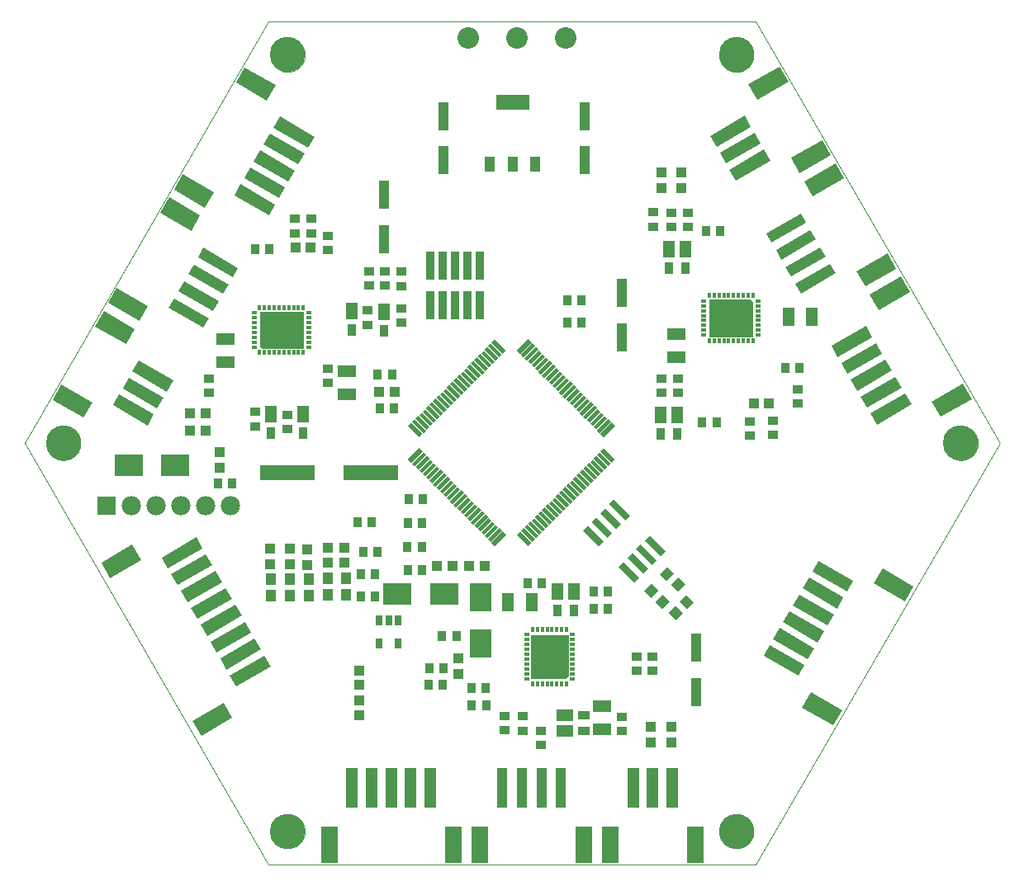
<source format=gts>
G75*
%MOIN*%
%OFA0B0*%
%FSLAX25Y25*%
%IPPOS*%
%LPD*%
%AMOC8*
5,1,8,0,0,1.08239X$1,22.5*
%
%ADD10C,0.00000*%
%ADD11C,0.14180*%
%ADD12R,0.05124X0.16148*%
%ADD13R,0.07093X0.14573*%
%ADD14R,0.04337X0.04337*%
%ADD15R,0.04337X0.03943*%
%ADD16R,0.03943X0.04337*%
%ADD17R,0.03550X0.04337*%
%ADD18R,0.01975X0.06306*%
%ADD19R,0.01502X0.06306*%
%ADD20R,0.11424X0.09061*%
%ADD21R,0.07782X0.07782*%
%ADD22C,0.07782*%
%ADD23R,0.04337X0.04731*%
%ADD24R,0.09061X0.11424*%
%ADD25R,0.03300X0.11400*%
%ADD26R,0.09061X0.02762*%
%ADD27R,0.01581X0.02172*%
%ADD28R,0.02172X0.01581*%
%ADD29C,0.00001*%
%ADD30R,0.04337X0.03550*%
%ADD31R,0.07487X0.05124*%
%ADD32R,0.04731X0.06699*%
%ADD33R,0.03550X0.04534*%
%ADD34R,0.05124X0.07487*%
%ADD35R,0.06699X0.04731*%
%ADD36R,0.04534X0.03550*%
%ADD37R,0.22054X0.06306*%
%ADD38R,0.04337X0.16148*%
%ADD39C,0.08668*%
%ADD40R,0.03943X0.11424*%
%ADD41R,0.03156X0.04337*%
%ADD42R,0.13392X0.06306*%
%ADD43R,0.04337X0.06306*%
D10*
X0099925Y0001500D02*
X0001500Y0171972D01*
X0099925Y0342445D01*
X0296776Y0342445D01*
X0395201Y0171972D01*
X0296776Y0001500D01*
X0099925Y0001500D01*
X0100909Y0015134D02*
X0100911Y0015303D01*
X0100917Y0015472D01*
X0100928Y0015641D01*
X0100942Y0015809D01*
X0100961Y0015977D01*
X0100984Y0016145D01*
X0101010Y0016312D01*
X0101041Y0016478D01*
X0101076Y0016644D01*
X0101115Y0016808D01*
X0101159Y0016972D01*
X0101206Y0017134D01*
X0101257Y0017295D01*
X0101312Y0017455D01*
X0101371Y0017614D01*
X0101433Y0017771D01*
X0101500Y0017926D01*
X0101571Y0018080D01*
X0101645Y0018232D01*
X0101723Y0018382D01*
X0101804Y0018530D01*
X0101889Y0018676D01*
X0101978Y0018820D01*
X0102070Y0018962D01*
X0102166Y0019101D01*
X0102265Y0019238D01*
X0102367Y0019373D01*
X0102473Y0019505D01*
X0102582Y0019634D01*
X0102694Y0019761D01*
X0102809Y0019885D01*
X0102927Y0020006D01*
X0103048Y0020124D01*
X0103172Y0020239D01*
X0103299Y0020351D01*
X0103428Y0020460D01*
X0103560Y0020566D01*
X0103695Y0020668D01*
X0103832Y0020767D01*
X0103971Y0020863D01*
X0104113Y0020955D01*
X0104257Y0021044D01*
X0104403Y0021129D01*
X0104551Y0021210D01*
X0104701Y0021288D01*
X0104853Y0021362D01*
X0105007Y0021433D01*
X0105162Y0021500D01*
X0105319Y0021562D01*
X0105478Y0021621D01*
X0105638Y0021676D01*
X0105799Y0021727D01*
X0105961Y0021774D01*
X0106125Y0021818D01*
X0106289Y0021857D01*
X0106455Y0021892D01*
X0106621Y0021923D01*
X0106788Y0021949D01*
X0106956Y0021972D01*
X0107124Y0021991D01*
X0107292Y0022005D01*
X0107461Y0022016D01*
X0107630Y0022022D01*
X0107799Y0022024D01*
X0107968Y0022022D01*
X0108137Y0022016D01*
X0108306Y0022005D01*
X0108474Y0021991D01*
X0108642Y0021972D01*
X0108810Y0021949D01*
X0108977Y0021923D01*
X0109143Y0021892D01*
X0109309Y0021857D01*
X0109473Y0021818D01*
X0109637Y0021774D01*
X0109799Y0021727D01*
X0109960Y0021676D01*
X0110120Y0021621D01*
X0110279Y0021562D01*
X0110436Y0021500D01*
X0110591Y0021433D01*
X0110745Y0021362D01*
X0110897Y0021288D01*
X0111047Y0021210D01*
X0111195Y0021129D01*
X0111341Y0021044D01*
X0111485Y0020955D01*
X0111627Y0020863D01*
X0111766Y0020767D01*
X0111903Y0020668D01*
X0112038Y0020566D01*
X0112170Y0020460D01*
X0112299Y0020351D01*
X0112426Y0020239D01*
X0112550Y0020124D01*
X0112671Y0020006D01*
X0112789Y0019885D01*
X0112904Y0019761D01*
X0113016Y0019634D01*
X0113125Y0019505D01*
X0113231Y0019373D01*
X0113333Y0019238D01*
X0113432Y0019101D01*
X0113528Y0018962D01*
X0113620Y0018820D01*
X0113709Y0018676D01*
X0113794Y0018530D01*
X0113875Y0018382D01*
X0113953Y0018232D01*
X0114027Y0018080D01*
X0114098Y0017926D01*
X0114165Y0017771D01*
X0114227Y0017614D01*
X0114286Y0017455D01*
X0114341Y0017295D01*
X0114392Y0017134D01*
X0114439Y0016972D01*
X0114483Y0016808D01*
X0114522Y0016644D01*
X0114557Y0016478D01*
X0114588Y0016312D01*
X0114614Y0016145D01*
X0114637Y0015977D01*
X0114656Y0015809D01*
X0114670Y0015641D01*
X0114681Y0015472D01*
X0114687Y0015303D01*
X0114689Y0015134D01*
X0114687Y0014965D01*
X0114681Y0014796D01*
X0114670Y0014627D01*
X0114656Y0014459D01*
X0114637Y0014291D01*
X0114614Y0014123D01*
X0114588Y0013956D01*
X0114557Y0013790D01*
X0114522Y0013624D01*
X0114483Y0013460D01*
X0114439Y0013296D01*
X0114392Y0013134D01*
X0114341Y0012973D01*
X0114286Y0012813D01*
X0114227Y0012654D01*
X0114165Y0012497D01*
X0114098Y0012342D01*
X0114027Y0012188D01*
X0113953Y0012036D01*
X0113875Y0011886D01*
X0113794Y0011738D01*
X0113709Y0011592D01*
X0113620Y0011448D01*
X0113528Y0011306D01*
X0113432Y0011167D01*
X0113333Y0011030D01*
X0113231Y0010895D01*
X0113125Y0010763D01*
X0113016Y0010634D01*
X0112904Y0010507D01*
X0112789Y0010383D01*
X0112671Y0010262D01*
X0112550Y0010144D01*
X0112426Y0010029D01*
X0112299Y0009917D01*
X0112170Y0009808D01*
X0112038Y0009702D01*
X0111903Y0009600D01*
X0111766Y0009501D01*
X0111627Y0009405D01*
X0111485Y0009313D01*
X0111341Y0009224D01*
X0111195Y0009139D01*
X0111047Y0009058D01*
X0110897Y0008980D01*
X0110745Y0008906D01*
X0110591Y0008835D01*
X0110436Y0008768D01*
X0110279Y0008706D01*
X0110120Y0008647D01*
X0109960Y0008592D01*
X0109799Y0008541D01*
X0109637Y0008494D01*
X0109473Y0008450D01*
X0109309Y0008411D01*
X0109143Y0008376D01*
X0108977Y0008345D01*
X0108810Y0008319D01*
X0108642Y0008296D01*
X0108474Y0008277D01*
X0108306Y0008263D01*
X0108137Y0008252D01*
X0107968Y0008246D01*
X0107799Y0008244D01*
X0107630Y0008246D01*
X0107461Y0008252D01*
X0107292Y0008263D01*
X0107124Y0008277D01*
X0106956Y0008296D01*
X0106788Y0008319D01*
X0106621Y0008345D01*
X0106455Y0008376D01*
X0106289Y0008411D01*
X0106125Y0008450D01*
X0105961Y0008494D01*
X0105799Y0008541D01*
X0105638Y0008592D01*
X0105478Y0008647D01*
X0105319Y0008706D01*
X0105162Y0008768D01*
X0105007Y0008835D01*
X0104853Y0008906D01*
X0104701Y0008980D01*
X0104551Y0009058D01*
X0104403Y0009139D01*
X0104257Y0009224D01*
X0104113Y0009313D01*
X0103971Y0009405D01*
X0103832Y0009501D01*
X0103695Y0009600D01*
X0103560Y0009702D01*
X0103428Y0009808D01*
X0103299Y0009917D01*
X0103172Y0010029D01*
X0103048Y0010144D01*
X0102927Y0010262D01*
X0102809Y0010383D01*
X0102694Y0010507D01*
X0102582Y0010634D01*
X0102473Y0010763D01*
X0102367Y0010895D01*
X0102265Y0011030D01*
X0102166Y0011167D01*
X0102070Y0011306D01*
X0101978Y0011448D01*
X0101889Y0011592D01*
X0101804Y0011738D01*
X0101723Y0011886D01*
X0101645Y0012036D01*
X0101571Y0012188D01*
X0101500Y0012342D01*
X0101433Y0012497D01*
X0101371Y0012654D01*
X0101312Y0012813D01*
X0101257Y0012973D01*
X0101206Y0013134D01*
X0101159Y0013296D01*
X0101115Y0013460D01*
X0101076Y0013624D01*
X0101041Y0013790D01*
X0101010Y0013956D01*
X0100984Y0014123D01*
X0100961Y0014291D01*
X0100942Y0014459D01*
X0100928Y0014627D01*
X0100917Y0014796D01*
X0100911Y0014965D01*
X0100909Y0015134D01*
X0206020Y0076961D02*
X0206020Y0094283D01*
X0220980Y0094283D01*
X0220980Y0078142D01*
X0219799Y0076961D01*
X0206020Y0076961D01*
X0282012Y0015134D02*
X0282014Y0015303D01*
X0282020Y0015472D01*
X0282031Y0015641D01*
X0282045Y0015809D01*
X0282064Y0015977D01*
X0282087Y0016145D01*
X0282113Y0016312D01*
X0282144Y0016478D01*
X0282179Y0016644D01*
X0282218Y0016808D01*
X0282262Y0016972D01*
X0282309Y0017134D01*
X0282360Y0017295D01*
X0282415Y0017455D01*
X0282474Y0017614D01*
X0282536Y0017771D01*
X0282603Y0017926D01*
X0282674Y0018080D01*
X0282748Y0018232D01*
X0282826Y0018382D01*
X0282907Y0018530D01*
X0282992Y0018676D01*
X0283081Y0018820D01*
X0283173Y0018962D01*
X0283269Y0019101D01*
X0283368Y0019238D01*
X0283470Y0019373D01*
X0283576Y0019505D01*
X0283685Y0019634D01*
X0283797Y0019761D01*
X0283912Y0019885D01*
X0284030Y0020006D01*
X0284151Y0020124D01*
X0284275Y0020239D01*
X0284402Y0020351D01*
X0284531Y0020460D01*
X0284663Y0020566D01*
X0284798Y0020668D01*
X0284935Y0020767D01*
X0285074Y0020863D01*
X0285216Y0020955D01*
X0285360Y0021044D01*
X0285506Y0021129D01*
X0285654Y0021210D01*
X0285804Y0021288D01*
X0285956Y0021362D01*
X0286110Y0021433D01*
X0286265Y0021500D01*
X0286422Y0021562D01*
X0286581Y0021621D01*
X0286741Y0021676D01*
X0286902Y0021727D01*
X0287064Y0021774D01*
X0287228Y0021818D01*
X0287392Y0021857D01*
X0287558Y0021892D01*
X0287724Y0021923D01*
X0287891Y0021949D01*
X0288059Y0021972D01*
X0288227Y0021991D01*
X0288395Y0022005D01*
X0288564Y0022016D01*
X0288733Y0022022D01*
X0288902Y0022024D01*
X0289071Y0022022D01*
X0289240Y0022016D01*
X0289409Y0022005D01*
X0289577Y0021991D01*
X0289745Y0021972D01*
X0289913Y0021949D01*
X0290080Y0021923D01*
X0290246Y0021892D01*
X0290412Y0021857D01*
X0290576Y0021818D01*
X0290740Y0021774D01*
X0290902Y0021727D01*
X0291063Y0021676D01*
X0291223Y0021621D01*
X0291382Y0021562D01*
X0291539Y0021500D01*
X0291694Y0021433D01*
X0291848Y0021362D01*
X0292000Y0021288D01*
X0292150Y0021210D01*
X0292298Y0021129D01*
X0292444Y0021044D01*
X0292588Y0020955D01*
X0292730Y0020863D01*
X0292869Y0020767D01*
X0293006Y0020668D01*
X0293141Y0020566D01*
X0293273Y0020460D01*
X0293402Y0020351D01*
X0293529Y0020239D01*
X0293653Y0020124D01*
X0293774Y0020006D01*
X0293892Y0019885D01*
X0294007Y0019761D01*
X0294119Y0019634D01*
X0294228Y0019505D01*
X0294334Y0019373D01*
X0294436Y0019238D01*
X0294535Y0019101D01*
X0294631Y0018962D01*
X0294723Y0018820D01*
X0294812Y0018676D01*
X0294897Y0018530D01*
X0294978Y0018382D01*
X0295056Y0018232D01*
X0295130Y0018080D01*
X0295201Y0017926D01*
X0295268Y0017771D01*
X0295330Y0017614D01*
X0295389Y0017455D01*
X0295444Y0017295D01*
X0295495Y0017134D01*
X0295542Y0016972D01*
X0295586Y0016808D01*
X0295625Y0016644D01*
X0295660Y0016478D01*
X0295691Y0016312D01*
X0295717Y0016145D01*
X0295740Y0015977D01*
X0295759Y0015809D01*
X0295773Y0015641D01*
X0295784Y0015472D01*
X0295790Y0015303D01*
X0295792Y0015134D01*
X0295790Y0014965D01*
X0295784Y0014796D01*
X0295773Y0014627D01*
X0295759Y0014459D01*
X0295740Y0014291D01*
X0295717Y0014123D01*
X0295691Y0013956D01*
X0295660Y0013790D01*
X0295625Y0013624D01*
X0295586Y0013460D01*
X0295542Y0013296D01*
X0295495Y0013134D01*
X0295444Y0012973D01*
X0295389Y0012813D01*
X0295330Y0012654D01*
X0295268Y0012497D01*
X0295201Y0012342D01*
X0295130Y0012188D01*
X0295056Y0012036D01*
X0294978Y0011886D01*
X0294897Y0011738D01*
X0294812Y0011592D01*
X0294723Y0011448D01*
X0294631Y0011306D01*
X0294535Y0011167D01*
X0294436Y0011030D01*
X0294334Y0010895D01*
X0294228Y0010763D01*
X0294119Y0010634D01*
X0294007Y0010507D01*
X0293892Y0010383D01*
X0293774Y0010262D01*
X0293653Y0010144D01*
X0293529Y0010029D01*
X0293402Y0009917D01*
X0293273Y0009808D01*
X0293141Y0009702D01*
X0293006Y0009600D01*
X0292869Y0009501D01*
X0292730Y0009405D01*
X0292588Y0009313D01*
X0292444Y0009224D01*
X0292298Y0009139D01*
X0292150Y0009058D01*
X0292000Y0008980D01*
X0291848Y0008906D01*
X0291694Y0008835D01*
X0291539Y0008768D01*
X0291382Y0008706D01*
X0291223Y0008647D01*
X0291063Y0008592D01*
X0290902Y0008541D01*
X0290740Y0008494D01*
X0290576Y0008450D01*
X0290412Y0008411D01*
X0290246Y0008376D01*
X0290080Y0008345D01*
X0289913Y0008319D01*
X0289745Y0008296D01*
X0289577Y0008277D01*
X0289409Y0008263D01*
X0289240Y0008252D01*
X0289071Y0008246D01*
X0288902Y0008244D01*
X0288733Y0008246D01*
X0288564Y0008252D01*
X0288395Y0008263D01*
X0288227Y0008277D01*
X0288059Y0008296D01*
X0287891Y0008319D01*
X0287724Y0008345D01*
X0287558Y0008376D01*
X0287392Y0008411D01*
X0287228Y0008450D01*
X0287064Y0008494D01*
X0286902Y0008541D01*
X0286741Y0008592D01*
X0286581Y0008647D01*
X0286422Y0008706D01*
X0286265Y0008768D01*
X0286110Y0008835D01*
X0285956Y0008906D01*
X0285804Y0008980D01*
X0285654Y0009058D01*
X0285506Y0009139D01*
X0285360Y0009224D01*
X0285216Y0009313D01*
X0285074Y0009405D01*
X0284935Y0009501D01*
X0284798Y0009600D01*
X0284663Y0009702D01*
X0284531Y0009808D01*
X0284402Y0009917D01*
X0284275Y0010029D01*
X0284151Y0010144D01*
X0284030Y0010262D01*
X0283912Y0010383D01*
X0283797Y0010507D01*
X0283685Y0010634D01*
X0283576Y0010763D01*
X0283470Y0010895D01*
X0283368Y0011030D01*
X0283269Y0011167D01*
X0283173Y0011306D01*
X0283081Y0011448D01*
X0282992Y0011592D01*
X0282907Y0011738D01*
X0282826Y0011886D01*
X0282748Y0012036D01*
X0282674Y0012188D01*
X0282603Y0012342D01*
X0282536Y0012497D01*
X0282474Y0012654D01*
X0282415Y0012813D01*
X0282360Y0012973D01*
X0282309Y0013134D01*
X0282262Y0013296D01*
X0282218Y0013460D01*
X0282179Y0013624D01*
X0282144Y0013790D01*
X0282113Y0013956D01*
X0282087Y0014123D01*
X0282064Y0014291D01*
X0282045Y0014459D01*
X0282031Y0014627D01*
X0282020Y0014796D01*
X0282014Y0014965D01*
X0282012Y0015134D01*
X0372563Y0171972D02*
X0372565Y0172141D01*
X0372571Y0172310D01*
X0372582Y0172479D01*
X0372596Y0172647D01*
X0372615Y0172815D01*
X0372638Y0172983D01*
X0372664Y0173150D01*
X0372695Y0173316D01*
X0372730Y0173482D01*
X0372769Y0173646D01*
X0372813Y0173810D01*
X0372860Y0173972D01*
X0372911Y0174133D01*
X0372966Y0174293D01*
X0373025Y0174452D01*
X0373087Y0174609D01*
X0373154Y0174764D01*
X0373225Y0174918D01*
X0373299Y0175070D01*
X0373377Y0175220D01*
X0373458Y0175368D01*
X0373543Y0175514D01*
X0373632Y0175658D01*
X0373724Y0175800D01*
X0373820Y0175939D01*
X0373919Y0176076D01*
X0374021Y0176211D01*
X0374127Y0176343D01*
X0374236Y0176472D01*
X0374348Y0176599D01*
X0374463Y0176723D01*
X0374581Y0176844D01*
X0374702Y0176962D01*
X0374826Y0177077D01*
X0374953Y0177189D01*
X0375082Y0177298D01*
X0375214Y0177404D01*
X0375349Y0177506D01*
X0375486Y0177605D01*
X0375625Y0177701D01*
X0375767Y0177793D01*
X0375911Y0177882D01*
X0376057Y0177967D01*
X0376205Y0178048D01*
X0376355Y0178126D01*
X0376507Y0178200D01*
X0376661Y0178271D01*
X0376816Y0178338D01*
X0376973Y0178400D01*
X0377132Y0178459D01*
X0377292Y0178514D01*
X0377453Y0178565D01*
X0377615Y0178612D01*
X0377779Y0178656D01*
X0377943Y0178695D01*
X0378109Y0178730D01*
X0378275Y0178761D01*
X0378442Y0178787D01*
X0378610Y0178810D01*
X0378778Y0178829D01*
X0378946Y0178843D01*
X0379115Y0178854D01*
X0379284Y0178860D01*
X0379453Y0178862D01*
X0379622Y0178860D01*
X0379791Y0178854D01*
X0379960Y0178843D01*
X0380128Y0178829D01*
X0380296Y0178810D01*
X0380464Y0178787D01*
X0380631Y0178761D01*
X0380797Y0178730D01*
X0380963Y0178695D01*
X0381127Y0178656D01*
X0381291Y0178612D01*
X0381453Y0178565D01*
X0381614Y0178514D01*
X0381774Y0178459D01*
X0381933Y0178400D01*
X0382090Y0178338D01*
X0382245Y0178271D01*
X0382399Y0178200D01*
X0382551Y0178126D01*
X0382701Y0178048D01*
X0382849Y0177967D01*
X0382995Y0177882D01*
X0383139Y0177793D01*
X0383281Y0177701D01*
X0383420Y0177605D01*
X0383557Y0177506D01*
X0383692Y0177404D01*
X0383824Y0177298D01*
X0383953Y0177189D01*
X0384080Y0177077D01*
X0384204Y0176962D01*
X0384325Y0176844D01*
X0384443Y0176723D01*
X0384558Y0176599D01*
X0384670Y0176472D01*
X0384779Y0176343D01*
X0384885Y0176211D01*
X0384987Y0176076D01*
X0385086Y0175939D01*
X0385182Y0175800D01*
X0385274Y0175658D01*
X0385363Y0175514D01*
X0385448Y0175368D01*
X0385529Y0175220D01*
X0385607Y0175070D01*
X0385681Y0174918D01*
X0385752Y0174764D01*
X0385819Y0174609D01*
X0385881Y0174452D01*
X0385940Y0174293D01*
X0385995Y0174133D01*
X0386046Y0173972D01*
X0386093Y0173810D01*
X0386137Y0173646D01*
X0386176Y0173482D01*
X0386211Y0173316D01*
X0386242Y0173150D01*
X0386268Y0172983D01*
X0386291Y0172815D01*
X0386310Y0172647D01*
X0386324Y0172479D01*
X0386335Y0172310D01*
X0386341Y0172141D01*
X0386343Y0171972D01*
X0386341Y0171803D01*
X0386335Y0171634D01*
X0386324Y0171465D01*
X0386310Y0171297D01*
X0386291Y0171129D01*
X0386268Y0170961D01*
X0386242Y0170794D01*
X0386211Y0170628D01*
X0386176Y0170462D01*
X0386137Y0170298D01*
X0386093Y0170134D01*
X0386046Y0169972D01*
X0385995Y0169811D01*
X0385940Y0169651D01*
X0385881Y0169492D01*
X0385819Y0169335D01*
X0385752Y0169180D01*
X0385681Y0169026D01*
X0385607Y0168874D01*
X0385529Y0168724D01*
X0385448Y0168576D01*
X0385363Y0168430D01*
X0385274Y0168286D01*
X0385182Y0168144D01*
X0385086Y0168005D01*
X0384987Y0167868D01*
X0384885Y0167733D01*
X0384779Y0167601D01*
X0384670Y0167472D01*
X0384558Y0167345D01*
X0384443Y0167221D01*
X0384325Y0167100D01*
X0384204Y0166982D01*
X0384080Y0166867D01*
X0383953Y0166755D01*
X0383824Y0166646D01*
X0383692Y0166540D01*
X0383557Y0166438D01*
X0383420Y0166339D01*
X0383281Y0166243D01*
X0383139Y0166151D01*
X0382995Y0166062D01*
X0382849Y0165977D01*
X0382701Y0165896D01*
X0382551Y0165818D01*
X0382399Y0165744D01*
X0382245Y0165673D01*
X0382090Y0165606D01*
X0381933Y0165544D01*
X0381774Y0165485D01*
X0381614Y0165430D01*
X0381453Y0165379D01*
X0381291Y0165332D01*
X0381127Y0165288D01*
X0380963Y0165249D01*
X0380797Y0165214D01*
X0380631Y0165183D01*
X0380464Y0165157D01*
X0380296Y0165134D01*
X0380128Y0165115D01*
X0379960Y0165101D01*
X0379791Y0165090D01*
X0379622Y0165084D01*
X0379453Y0165082D01*
X0379284Y0165084D01*
X0379115Y0165090D01*
X0378946Y0165101D01*
X0378778Y0165115D01*
X0378610Y0165134D01*
X0378442Y0165157D01*
X0378275Y0165183D01*
X0378109Y0165214D01*
X0377943Y0165249D01*
X0377779Y0165288D01*
X0377615Y0165332D01*
X0377453Y0165379D01*
X0377292Y0165430D01*
X0377132Y0165485D01*
X0376973Y0165544D01*
X0376816Y0165606D01*
X0376661Y0165673D01*
X0376507Y0165744D01*
X0376355Y0165818D01*
X0376205Y0165896D01*
X0376057Y0165977D01*
X0375911Y0166062D01*
X0375767Y0166151D01*
X0375625Y0166243D01*
X0375486Y0166339D01*
X0375349Y0166438D01*
X0375214Y0166540D01*
X0375082Y0166646D01*
X0374953Y0166755D01*
X0374826Y0166867D01*
X0374702Y0166982D01*
X0374581Y0167100D01*
X0374463Y0167221D01*
X0374348Y0167345D01*
X0374236Y0167472D01*
X0374127Y0167601D01*
X0374021Y0167733D01*
X0373919Y0167868D01*
X0373820Y0168005D01*
X0373724Y0168144D01*
X0373632Y0168286D01*
X0373543Y0168430D01*
X0373458Y0168576D01*
X0373377Y0168724D01*
X0373299Y0168874D01*
X0373225Y0169026D01*
X0373154Y0169180D01*
X0373087Y0169335D01*
X0373025Y0169492D01*
X0372966Y0169651D01*
X0372911Y0169811D01*
X0372860Y0169972D01*
X0372813Y0170134D01*
X0372769Y0170298D01*
X0372730Y0170462D01*
X0372695Y0170628D01*
X0372664Y0170794D01*
X0372638Y0170961D01*
X0372615Y0171129D01*
X0372596Y0171297D01*
X0372582Y0171465D01*
X0372571Y0171634D01*
X0372565Y0171803D01*
X0372563Y0171972D01*
X0295449Y0214992D02*
X0278126Y0214992D01*
X0278126Y0229953D01*
X0294268Y0229953D01*
X0295449Y0228772D01*
X0295449Y0214992D01*
X0282012Y0328811D02*
X0282014Y0328980D01*
X0282020Y0329149D01*
X0282031Y0329318D01*
X0282045Y0329486D01*
X0282064Y0329654D01*
X0282087Y0329822D01*
X0282113Y0329989D01*
X0282144Y0330155D01*
X0282179Y0330321D01*
X0282218Y0330485D01*
X0282262Y0330649D01*
X0282309Y0330811D01*
X0282360Y0330972D01*
X0282415Y0331132D01*
X0282474Y0331291D01*
X0282536Y0331448D01*
X0282603Y0331603D01*
X0282674Y0331757D01*
X0282748Y0331909D01*
X0282826Y0332059D01*
X0282907Y0332207D01*
X0282992Y0332353D01*
X0283081Y0332497D01*
X0283173Y0332639D01*
X0283269Y0332778D01*
X0283368Y0332915D01*
X0283470Y0333050D01*
X0283576Y0333182D01*
X0283685Y0333311D01*
X0283797Y0333438D01*
X0283912Y0333562D01*
X0284030Y0333683D01*
X0284151Y0333801D01*
X0284275Y0333916D01*
X0284402Y0334028D01*
X0284531Y0334137D01*
X0284663Y0334243D01*
X0284798Y0334345D01*
X0284935Y0334444D01*
X0285074Y0334540D01*
X0285216Y0334632D01*
X0285360Y0334721D01*
X0285506Y0334806D01*
X0285654Y0334887D01*
X0285804Y0334965D01*
X0285956Y0335039D01*
X0286110Y0335110D01*
X0286265Y0335177D01*
X0286422Y0335239D01*
X0286581Y0335298D01*
X0286741Y0335353D01*
X0286902Y0335404D01*
X0287064Y0335451D01*
X0287228Y0335495D01*
X0287392Y0335534D01*
X0287558Y0335569D01*
X0287724Y0335600D01*
X0287891Y0335626D01*
X0288059Y0335649D01*
X0288227Y0335668D01*
X0288395Y0335682D01*
X0288564Y0335693D01*
X0288733Y0335699D01*
X0288902Y0335701D01*
X0289071Y0335699D01*
X0289240Y0335693D01*
X0289409Y0335682D01*
X0289577Y0335668D01*
X0289745Y0335649D01*
X0289913Y0335626D01*
X0290080Y0335600D01*
X0290246Y0335569D01*
X0290412Y0335534D01*
X0290576Y0335495D01*
X0290740Y0335451D01*
X0290902Y0335404D01*
X0291063Y0335353D01*
X0291223Y0335298D01*
X0291382Y0335239D01*
X0291539Y0335177D01*
X0291694Y0335110D01*
X0291848Y0335039D01*
X0292000Y0334965D01*
X0292150Y0334887D01*
X0292298Y0334806D01*
X0292444Y0334721D01*
X0292588Y0334632D01*
X0292730Y0334540D01*
X0292869Y0334444D01*
X0293006Y0334345D01*
X0293141Y0334243D01*
X0293273Y0334137D01*
X0293402Y0334028D01*
X0293529Y0333916D01*
X0293653Y0333801D01*
X0293774Y0333683D01*
X0293892Y0333562D01*
X0294007Y0333438D01*
X0294119Y0333311D01*
X0294228Y0333182D01*
X0294334Y0333050D01*
X0294436Y0332915D01*
X0294535Y0332778D01*
X0294631Y0332639D01*
X0294723Y0332497D01*
X0294812Y0332353D01*
X0294897Y0332207D01*
X0294978Y0332059D01*
X0295056Y0331909D01*
X0295130Y0331757D01*
X0295201Y0331603D01*
X0295268Y0331448D01*
X0295330Y0331291D01*
X0295389Y0331132D01*
X0295444Y0330972D01*
X0295495Y0330811D01*
X0295542Y0330649D01*
X0295586Y0330485D01*
X0295625Y0330321D01*
X0295660Y0330155D01*
X0295691Y0329989D01*
X0295717Y0329822D01*
X0295740Y0329654D01*
X0295759Y0329486D01*
X0295773Y0329318D01*
X0295784Y0329149D01*
X0295790Y0328980D01*
X0295792Y0328811D01*
X0295790Y0328642D01*
X0295784Y0328473D01*
X0295773Y0328304D01*
X0295759Y0328136D01*
X0295740Y0327968D01*
X0295717Y0327800D01*
X0295691Y0327633D01*
X0295660Y0327467D01*
X0295625Y0327301D01*
X0295586Y0327137D01*
X0295542Y0326973D01*
X0295495Y0326811D01*
X0295444Y0326650D01*
X0295389Y0326490D01*
X0295330Y0326331D01*
X0295268Y0326174D01*
X0295201Y0326019D01*
X0295130Y0325865D01*
X0295056Y0325713D01*
X0294978Y0325563D01*
X0294897Y0325415D01*
X0294812Y0325269D01*
X0294723Y0325125D01*
X0294631Y0324983D01*
X0294535Y0324844D01*
X0294436Y0324707D01*
X0294334Y0324572D01*
X0294228Y0324440D01*
X0294119Y0324311D01*
X0294007Y0324184D01*
X0293892Y0324060D01*
X0293774Y0323939D01*
X0293653Y0323821D01*
X0293529Y0323706D01*
X0293402Y0323594D01*
X0293273Y0323485D01*
X0293141Y0323379D01*
X0293006Y0323277D01*
X0292869Y0323178D01*
X0292730Y0323082D01*
X0292588Y0322990D01*
X0292444Y0322901D01*
X0292298Y0322816D01*
X0292150Y0322735D01*
X0292000Y0322657D01*
X0291848Y0322583D01*
X0291694Y0322512D01*
X0291539Y0322445D01*
X0291382Y0322383D01*
X0291223Y0322324D01*
X0291063Y0322269D01*
X0290902Y0322218D01*
X0290740Y0322171D01*
X0290576Y0322127D01*
X0290412Y0322088D01*
X0290246Y0322053D01*
X0290080Y0322022D01*
X0289913Y0321996D01*
X0289745Y0321973D01*
X0289577Y0321954D01*
X0289409Y0321940D01*
X0289240Y0321929D01*
X0289071Y0321923D01*
X0288902Y0321921D01*
X0288733Y0321923D01*
X0288564Y0321929D01*
X0288395Y0321940D01*
X0288227Y0321954D01*
X0288059Y0321973D01*
X0287891Y0321996D01*
X0287724Y0322022D01*
X0287558Y0322053D01*
X0287392Y0322088D01*
X0287228Y0322127D01*
X0287064Y0322171D01*
X0286902Y0322218D01*
X0286741Y0322269D01*
X0286581Y0322324D01*
X0286422Y0322383D01*
X0286265Y0322445D01*
X0286110Y0322512D01*
X0285956Y0322583D01*
X0285804Y0322657D01*
X0285654Y0322735D01*
X0285506Y0322816D01*
X0285360Y0322901D01*
X0285216Y0322990D01*
X0285074Y0323082D01*
X0284935Y0323178D01*
X0284798Y0323277D01*
X0284663Y0323379D01*
X0284531Y0323485D01*
X0284402Y0323594D01*
X0284275Y0323706D01*
X0284151Y0323821D01*
X0284030Y0323939D01*
X0283912Y0324060D01*
X0283797Y0324184D01*
X0283685Y0324311D01*
X0283576Y0324440D01*
X0283470Y0324572D01*
X0283368Y0324707D01*
X0283269Y0324844D01*
X0283173Y0324983D01*
X0283081Y0325125D01*
X0282992Y0325269D01*
X0282907Y0325415D01*
X0282826Y0325563D01*
X0282748Y0325713D01*
X0282674Y0325865D01*
X0282603Y0326019D01*
X0282536Y0326174D01*
X0282474Y0326331D01*
X0282415Y0326490D01*
X0282360Y0326650D01*
X0282309Y0326811D01*
X0282262Y0326973D01*
X0282218Y0327137D01*
X0282179Y0327301D01*
X0282144Y0327467D01*
X0282113Y0327633D01*
X0282087Y0327800D01*
X0282064Y0327968D01*
X0282045Y0328136D01*
X0282031Y0328304D01*
X0282020Y0328473D01*
X0282014Y0328642D01*
X0282012Y0328811D01*
X0113911Y0225102D02*
X0113911Y0210142D01*
X0097770Y0210142D01*
X0096589Y0211323D01*
X0096589Y0225102D01*
X0113911Y0225102D01*
X0010358Y0171972D02*
X0010360Y0172141D01*
X0010366Y0172310D01*
X0010377Y0172479D01*
X0010391Y0172647D01*
X0010410Y0172815D01*
X0010433Y0172983D01*
X0010459Y0173150D01*
X0010490Y0173316D01*
X0010525Y0173482D01*
X0010564Y0173646D01*
X0010608Y0173810D01*
X0010655Y0173972D01*
X0010706Y0174133D01*
X0010761Y0174293D01*
X0010820Y0174452D01*
X0010882Y0174609D01*
X0010949Y0174764D01*
X0011020Y0174918D01*
X0011094Y0175070D01*
X0011172Y0175220D01*
X0011253Y0175368D01*
X0011338Y0175514D01*
X0011427Y0175658D01*
X0011519Y0175800D01*
X0011615Y0175939D01*
X0011714Y0176076D01*
X0011816Y0176211D01*
X0011922Y0176343D01*
X0012031Y0176472D01*
X0012143Y0176599D01*
X0012258Y0176723D01*
X0012376Y0176844D01*
X0012497Y0176962D01*
X0012621Y0177077D01*
X0012748Y0177189D01*
X0012877Y0177298D01*
X0013009Y0177404D01*
X0013144Y0177506D01*
X0013281Y0177605D01*
X0013420Y0177701D01*
X0013562Y0177793D01*
X0013706Y0177882D01*
X0013852Y0177967D01*
X0014000Y0178048D01*
X0014150Y0178126D01*
X0014302Y0178200D01*
X0014456Y0178271D01*
X0014611Y0178338D01*
X0014768Y0178400D01*
X0014927Y0178459D01*
X0015087Y0178514D01*
X0015248Y0178565D01*
X0015410Y0178612D01*
X0015574Y0178656D01*
X0015738Y0178695D01*
X0015904Y0178730D01*
X0016070Y0178761D01*
X0016237Y0178787D01*
X0016405Y0178810D01*
X0016573Y0178829D01*
X0016741Y0178843D01*
X0016910Y0178854D01*
X0017079Y0178860D01*
X0017248Y0178862D01*
X0017417Y0178860D01*
X0017586Y0178854D01*
X0017755Y0178843D01*
X0017923Y0178829D01*
X0018091Y0178810D01*
X0018259Y0178787D01*
X0018426Y0178761D01*
X0018592Y0178730D01*
X0018758Y0178695D01*
X0018922Y0178656D01*
X0019086Y0178612D01*
X0019248Y0178565D01*
X0019409Y0178514D01*
X0019569Y0178459D01*
X0019728Y0178400D01*
X0019885Y0178338D01*
X0020040Y0178271D01*
X0020194Y0178200D01*
X0020346Y0178126D01*
X0020496Y0178048D01*
X0020644Y0177967D01*
X0020790Y0177882D01*
X0020934Y0177793D01*
X0021076Y0177701D01*
X0021215Y0177605D01*
X0021352Y0177506D01*
X0021487Y0177404D01*
X0021619Y0177298D01*
X0021748Y0177189D01*
X0021875Y0177077D01*
X0021999Y0176962D01*
X0022120Y0176844D01*
X0022238Y0176723D01*
X0022353Y0176599D01*
X0022465Y0176472D01*
X0022574Y0176343D01*
X0022680Y0176211D01*
X0022782Y0176076D01*
X0022881Y0175939D01*
X0022977Y0175800D01*
X0023069Y0175658D01*
X0023158Y0175514D01*
X0023243Y0175368D01*
X0023324Y0175220D01*
X0023402Y0175070D01*
X0023476Y0174918D01*
X0023547Y0174764D01*
X0023614Y0174609D01*
X0023676Y0174452D01*
X0023735Y0174293D01*
X0023790Y0174133D01*
X0023841Y0173972D01*
X0023888Y0173810D01*
X0023932Y0173646D01*
X0023971Y0173482D01*
X0024006Y0173316D01*
X0024037Y0173150D01*
X0024063Y0172983D01*
X0024086Y0172815D01*
X0024105Y0172647D01*
X0024119Y0172479D01*
X0024130Y0172310D01*
X0024136Y0172141D01*
X0024138Y0171972D01*
X0024136Y0171803D01*
X0024130Y0171634D01*
X0024119Y0171465D01*
X0024105Y0171297D01*
X0024086Y0171129D01*
X0024063Y0170961D01*
X0024037Y0170794D01*
X0024006Y0170628D01*
X0023971Y0170462D01*
X0023932Y0170298D01*
X0023888Y0170134D01*
X0023841Y0169972D01*
X0023790Y0169811D01*
X0023735Y0169651D01*
X0023676Y0169492D01*
X0023614Y0169335D01*
X0023547Y0169180D01*
X0023476Y0169026D01*
X0023402Y0168874D01*
X0023324Y0168724D01*
X0023243Y0168576D01*
X0023158Y0168430D01*
X0023069Y0168286D01*
X0022977Y0168144D01*
X0022881Y0168005D01*
X0022782Y0167868D01*
X0022680Y0167733D01*
X0022574Y0167601D01*
X0022465Y0167472D01*
X0022353Y0167345D01*
X0022238Y0167221D01*
X0022120Y0167100D01*
X0021999Y0166982D01*
X0021875Y0166867D01*
X0021748Y0166755D01*
X0021619Y0166646D01*
X0021487Y0166540D01*
X0021352Y0166438D01*
X0021215Y0166339D01*
X0021076Y0166243D01*
X0020934Y0166151D01*
X0020790Y0166062D01*
X0020644Y0165977D01*
X0020496Y0165896D01*
X0020346Y0165818D01*
X0020194Y0165744D01*
X0020040Y0165673D01*
X0019885Y0165606D01*
X0019728Y0165544D01*
X0019569Y0165485D01*
X0019409Y0165430D01*
X0019248Y0165379D01*
X0019086Y0165332D01*
X0018922Y0165288D01*
X0018758Y0165249D01*
X0018592Y0165214D01*
X0018426Y0165183D01*
X0018259Y0165157D01*
X0018091Y0165134D01*
X0017923Y0165115D01*
X0017755Y0165101D01*
X0017586Y0165090D01*
X0017417Y0165084D01*
X0017248Y0165082D01*
X0017079Y0165084D01*
X0016910Y0165090D01*
X0016741Y0165101D01*
X0016573Y0165115D01*
X0016405Y0165134D01*
X0016237Y0165157D01*
X0016070Y0165183D01*
X0015904Y0165214D01*
X0015738Y0165249D01*
X0015574Y0165288D01*
X0015410Y0165332D01*
X0015248Y0165379D01*
X0015087Y0165430D01*
X0014927Y0165485D01*
X0014768Y0165544D01*
X0014611Y0165606D01*
X0014456Y0165673D01*
X0014302Y0165744D01*
X0014150Y0165818D01*
X0014000Y0165896D01*
X0013852Y0165977D01*
X0013706Y0166062D01*
X0013562Y0166151D01*
X0013420Y0166243D01*
X0013281Y0166339D01*
X0013144Y0166438D01*
X0013009Y0166540D01*
X0012877Y0166646D01*
X0012748Y0166755D01*
X0012621Y0166867D01*
X0012497Y0166982D01*
X0012376Y0167100D01*
X0012258Y0167221D01*
X0012143Y0167345D01*
X0012031Y0167472D01*
X0011922Y0167601D01*
X0011816Y0167733D01*
X0011714Y0167868D01*
X0011615Y0168005D01*
X0011519Y0168144D01*
X0011427Y0168286D01*
X0011338Y0168430D01*
X0011253Y0168576D01*
X0011172Y0168724D01*
X0011094Y0168874D01*
X0011020Y0169026D01*
X0010949Y0169180D01*
X0010882Y0169335D01*
X0010820Y0169492D01*
X0010761Y0169651D01*
X0010706Y0169811D01*
X0010655Y0169972D01*
X0010608Y0170134D01*
X0010564Y0170298D01*
X0010525Y0170462D01*
X0010490Y0170628D01*
X0010459Y0170794D01*
X0010433Y0170961D01*
X0010410Y0171129D01*
X0010391Y0171297D01*
X0010377Y0171465D01*
X0010366Y0171634D01*
X0010360Y0171803D01*
X0010358Y0171972D01*
X0100909Y0328811D02*
X0100911Y0328980D01*
X0100917Y0329149D01*
X0100928Y0329318D01*
X0100942Y0329486D01*
X0100961Y0329654D01*
X0100984Y0329822D01*
X0101010Y0329989D01*
X0101041Y0330155D01*
X0101076Y0330321D01*
X0101115Y0330485D01*
X0101159Y0330649D01*
X0101206Y0330811D01*
X0101257Y0330972D01*
X0101312Y0331132D01*
X0101371Y0331291D01*
X0101433Y0331448D01*
X0101500Y0331603D01*
X0101571Y0331757D01*
X0101645Y0331909D01*
X0101723Y0332059D01*
X0101804Y0332207D01*
X0101889Y0332353D01*
X0101978Y0332497D01*
X0102070Y0332639D01*
X0102166Y0332778D01*
X0102265Y0332915D01*
X0102367Y0333050D01*
X0102473Y0333182D01*
X0102582Y0333311D01*
X0102694Y0333438D01*
X0102809Y0333562D01*
X0102927Y0333683D01*
X0103048Y0333801D01*
X0103172Y0333916D01*
X0103299Y0334028D01*
X0103428Y0334137D01*
X0103560Y0334243D01*
X0103695Y0334345D01*
X0103832Y0334444D01*
X0103971Y0334540D01*
X0104113Y0334632D01*
X0104257Y0334721D01*
X0104403Y0334806D01*
X0104551Y0334887D01*
X0104701Y0334965D01*
X0104853Y0335039D01*
X0105007Y0335110D01*
X0105162Y0335177D01*
X0105319Y0335239D01*
X0105478Y0335298D01*
X0105638Y0335353D01*
X0105799Y0335404D01*
X0105961Y0335451D01*
X0106125Y0335495D01*
X0106289Y0335534D01*
X0106455Y0335569D01*
X0106621Y0335600D01*
X0106788Y0335626D01*
X0106956Y0335649D01*
X0107124Y0335668D01*
X0107292Y0335682D01*
X0107461Y0335693D01*
X0107630Y0335699D01*
X0107799Y0335701D01*
X0107968Y0335699D01*
X0108137Y0335693D01*
X0108306Y0335682D01*
X0108474Y0335668D01*
X0108642Y0335649D01*
X0108810Y0335626D01*
X0108977Y0335600D01*
X0109143Y0335569D01*
X0109309Y0335534D01*
X0109473Y0335495D01*
X0109637Y0335451D01*
X0109799Y0335404D01*
X0109960Y0335353D01*
X0110120Y0335298D01*
X0110279Y0335239D01*
X0110436Y0335177D01*
X0110591Y0335110D01*
X0110745Y0335039D01*
X0110897Y0334965D01*
X0111047Y0334887D01*
X0111195Y0334806D01*
X0111341Y0334721D01*
X0111485Y0334632D01*
X0111627Y0334540D01*
X0111766Y0334444D01*
X0111903Y0334345D01*
X0112038Y0334243D01*
X0112170Y0334137D01*
X0112299Y0334028D01*
X0112426Y0333916D01*
X0112550Y0333801D01*
X0112671Y0333683D01*
X0112789Y0333562D01*
X0112904Y0333438D01*
X0113016Y0333311D01*
X0113125Y0333182D01*
X0113231Y0333050D01*
X0113333Y0332915D01*
X0113432Y0332778D01*
X0113528Y0332639D01*
X0113620Y0332497D01*
X0113709Y0332353D01*
X0113794Y0332207D01*
X0113875Y0332059D01*
X0113953Y0331909D01*
X0114027Y0331757D01*
X0114098Y0331603D01*
X0114165Y0331448D01*
X0114227Y0331291D01*
X0114286Y0331132D01*
X0114341Y0330972D01*
X0114392Y0330811D01*
X0114439Y0330649D01*
X0114483Y0330485D01*
X0114522Y0330321D01*
X0114557Y0330155D01*
X0114588Y0329989D01*
X0114614Y0329822D01*
X0114637Y0329654D01*
X0114656Y0329486D01*
X0114670Y0329318D01*
X0114681Y0329149D01*
X0114687Y0328980D01*
X0114689Y0328811D01*
X0114687Y0328642D01*
X0114681Y0328473D01*
X0114670Y0328304D01*
X0114656Y0328136D01*
X0114637Y0327968D01*
X0114614Y0327800D01*
X0114588Y0327633D01*
X0114557Y0327467D01*
X0114522Y0327301D01*
X0114483Y0327137D01*
X0114439Y0326973D01*
X0114392Y0326811D01*
X0114341Y0326650D01*
X0114286Y0326490D01*
X0114227Y0326331D01*
X0114165Y0326174D01*
X0114098Y0326019D01*
X0114027Y0325865D01*
X0113953Y0325713D01*
X0113875Y0325563D01*
X0113794Y0325415D01*
X0113709Y0325269D01*
X0113620Y0325125D01*
X0113528Y0324983D01*
X0113432Y0324844D01*
X0113333Y0324707D01*
X0113231Y0324572D01*
X0113125Y0324440D01*
X0113016Y0324311D01*
X0112904Y0324184D01*
X0112789Y0324060D01*
X0112671Y0323939D01*
X0112550Y0323821D01*
X0112426Y0323706D01*
X0112299Y0323594D01*
X0112170Y0323485D01*
X0112038Y0323379D01*
X0111903Y0323277D01*
X0111766Y0323178D01*
X0111627Y0323082D01*
X0111485Y0322990D01*
X0111341Y0322901D01*
X0111195Y0322816D01*
X0111047Y0322735D01*
X0110897Y0322657D01*
X0110745Y0322583D01*
X0110591Y0322512D01*
X0110436Y0322445D01*
X0110279Y0322383D01*
X0110120Y0322324D01*
X0109960Y0322269D01*
X0109799Y0322218D01*
X0109637Y0322171D01*
X0109473Y0322127D01*
X0109309Y0322088D01*
X0109143Y0322053D01*
X0108977Y0322022D01*
X0108810Y0321996D01*
X0108642Y0321973D01*
X0108474Y0321954D01*
X0108306Y0321940D01*
X0108137Y0321929D01*
X0107968Y0321923D01*
X0107799Y0321921D01*
X0107630Y0321923D01*
X0107461Y0321929D01*
X0107292Y0321940D01*
X0107124Y0321954D01*
X0106956Y0321973D01*
X0106788Y0321996D01*
X0106621Y0322022D01*
X0106455Y0322053D01*
X0106289Y0322088D01*
X0106125Y0322127D01*
X0105961Y0322171D01*
X0105799Y0322218D01*
X0105638Y0322269D01*
X0105478Y0322324D01*
X0105319Y0322383D01*
X0105162Y0322445D01*
X0105007Y0322512D01*
X0104853Y0322583D01*
X0104701Y0322657D01*
X0104551Y0322735D01*
X0104403Y0322816D01*
X0104257Y0322901D01*
X0104113Y0322990D01*
X0103971Y0323082D01*
X0103832Y0323178D01*
X0103695Y0323277D01*
X0103560Y0323379D01*
X0103428Y0323485D01*
X0103299Y0323594D01*
X0103172Y0323706D01*
X0103048Y0323821D01*
X0102927Y0323939D01*
X0102809Y0324060D01*
X0102694Y0324184D01*
X0102582Y0324311D01*
X0102473Y0324440D01*
X0102367Y0324572D01*
X0102265Y0324707D01*
X0102166Y0324844D01*
X0102070Y0324983D01*
X0101978Y0325125D01*
X0101889Y0325269D01*
X0101804Y0325415D01*
X0101723Y0325563D01*
X0101645Y0325713D01*
X0101571Y0325865D01*
X0101500Y0326019D01*
X0101433Y0326174D01*
X0101371Y0326331D01*
X0101312Y0326490D01*
X0101257Y0326650D01*
X0101206Y0326811D01*
X0101159Y0326973D01*
X0101115Y0327137D01*
X0101076Y0327301D01*
X0101041Y0327467D01*
X0101010Y0327633D01*
X0100984Y0327800D01*
X0100961Y0327968D01*
X0100942Y0328136D01*
X0100928Y0328304D01*
X0100917Y0328473D01*
X0100911Y0328642D01*
X0100909Y0328811D01*
D11*
X0107799Y0328811D03*
X0017248Y0171972D03*
X0107799Y0015134D03*
X0288902Y0015134D03*
X0379453Y0171972D03*
X0288902Y0328811D03*
D12*
G36*
X0280830Y0291631D02*
X0278268Y0296068D01*
X0292252Y0304141D01*
X0294814Y0299704D01*
X0280830Y0291631D01*
G37*
G36*
X0284767Y0284812D02*
X0282205Y0289249D01*
X0296189Y0297322D01*
X0298751Y0292885D01*
X0284767Y0284812D01*
G37*
G36*
X0288704Y0277993D02*
X0286142Y0282430D01*
X0300126Y0290503D01*
X0302688Y0286066D01*
X0288704Y0277993D01*
G37*
G36*
X0329796Y0206718D02*
X0327234Y0211155D01*
X0341218Y0219228D01*
X0343780Y0214791D01*
X0329796Y0206718D01*
G37*
G36*
X0333733Y0199899D02*
X0331171Y0204336D01*
X0345155Y0212409D01*
X0347717Y0207972D01*
X0333733Y0199899D01*
G37*
G36*
X0337670Y0193080D02*
X0335108Y0197517D01*
X0349092Y0205590D01*
X0351654Y0201153D01*
X0337670Y0193080D01*
G37*
G36*
X0341607Y0186261D02*
X0339045Y0190698D01*
X0353029Y0198771D01*
X0355591Y0194334D01*
X0341607Y0186261D01*
G37*
G36*
X0345544Y0179441D02*
X0342982Y0183878D01*
X0356966Y0191951D01*
X0359528Y0187514D01*
X0345544Y0179441D01*
G37*
G36*
X0319531Y0119987D02*
X0322093Y0124424D01*
X0336077Y0116351D01*
X0333515Y0111914D01*
X0319531Y0119987D01*
G37*
G36*
X0315594Y0113168D02*
X0318156Y0117605D01*
X0332140Y0109532D01*
X0329578Y0105095D01*
X0315594Y0113168D01*
G37*
G36*
X0311657Y0106349D02*
X0314219Y0110786D01*
X0328203Y0102713D01*
X0325641Y0098276D01*
X0311657Y0106349D01*
G37*
G36*
X0307720Y0099530D02*
X0310282Y0103967D01*
X0324266Y0095894D01*
X0321704Y0091457D01*
X0307720Y0099530D01*
G37*
G36*
X0303783Y0092711D02*
X0306345Y0097148D01*
X0320329Y0089075D01*
X0317767Y0084638D01*
X0303783Y0092711D01*
G37*
G36*
X0299846Y0085892D02*
X0302408Y0090329D01*
X0316392Y0082256D01*
X0313830Y0077819D01*
X0299846Y0085892D01*
G37*
X0262917Y0032799D03*
X0255043Y0032799D03*
X0247169Y0032799D03*
X0165280Y0032799D03*
X0157406Y0032799D03*
X0149531Y0032799D03*
X0141657Y0032799D03*
X0133783Y0032799D03*
G36*
X0098424Y0086126D02*
X0100986Y0081689D01*
X0087002Y0073616D01*
X0084440Y0078053D01*
X0098424Y0086126D01*
G37*
G36*
X0094487Y0092945D02*
X0097049Y0088508D01*
X0083065Y0080435D01*
X0080503Y0084872D01*
X0094487Y0092945D01*
G37*
G36*
X0090550Y0099764D02*
X0093112Y0095327D01*
X0079128Y0087254D01*
X0076566Y0091691D01*
X0090550Y0099764D01*
G37*
G36*
X0086613Y0106584D02*
X0089175Y0102147D01*
X0075191Y0094074D01*
X0072629Y0098511D01*
X0086613Y0106584D01*
G37*
G36*
X0082676Y0113403D02*
X0085238Y0108966D01*
X0071254Y0100893D01*
X0068692Y0105330D01*
X0082676Y0113403D01*
G37*
G36*
X0078739Y0120222D02*
X0081301Y0115785D01*
X0067317Y0107712D01*
X0064755Y0112149D01*
X0078739Y0120222D01*
G37*
G36*
X0074802Y0127041D02*
X0077364Y0122604D01*
X0063380Y0114531D01*
X0060818Y0118968D01*
X0074802Y0127041D01*
G37*
G36*
X0070864Y0133860D02*
X0073426Y0129423D01*
X0059442Y0121350D01*
X0056880Y0125787D01*
X0070864Y0133860D01*
G37*
G36*
X0053777Y0183558D02*
X0051215Y0179121D01*
X0037231Y0187194D01*
X0039793Y0191631D01*
X0053777Y0183558D01*
G37*
G36*
X0057714Y0190377D02*
X0055152Y0185940D01*
X0041168Y0194013D01*
X0043730Y0198450D01*
X0057714Y0190377D01*
G37*
G36*
X0061651Y0197196D02*
X0059089Y0192759D01*
X0045105Y0200832D01*
X0047667Y0205269D01*
X0061651Y0197196D01*
G37*
G36*
X0102793Y0268471D02*
X0100231Y0264034D01*
X0086247Y0272107D01*
X0088809Y0276544D01*
X0102793Y0268471D01*
G37*
G36*
X0106730Y0275290D02*
X0104168Y0270853D01*
X0090184Y0278926D01*
X0092746Y0283363D01*
X0106730Y0275290D01*
G37*
G36*
X0110667Y0282109D02*
X0108105Y0277672D01*
X0094121Y0285745D01*
X0096683Y0290182D01*
X0110667Y0282109D01*
G37*
G36*
X0114604Y0288928D02*
X0112042Y0284491D01*
X0098058Y0292564D01*
X0100620Y0297001D01*
X0114604Y0288928D01*
G37*
G36*
X0118541Y0295747D02*
X0115979Y0291310D01*
X0101995Y0299383D01*
X0104557Y0303820D01*
X0118541Y0295747D01*
G37*
D13*
G36*
X0081929Y0067056D02*
X0085475Y0060915D01*
X0072857Y0053630D01*
X0069311Y0059771D01*
X0081929Y0067056D01*
G37*
G36*
X0045118Y0130815D02*
X0048664Y0124674D01*
X0036046Y0117389D01*
X0032500Y0123530D01*
X0045118Y0130815D01*
G37*
G36*
X0029014Y0188307D02*
X0025468Y0182166D01*
X0012850Y0189451D01*
X0016396Y0195592D01*
X0029014Y0188307D01*
G37*
G36*
X0046140Y0217970D02*
X0042594Y0211829D01*
X0029976Y0219114D01*
X0033522Y0225255D01*
X0046140Y0217970D01*
G37*
G36*
X0051402Y0227417D02*
X0047856Y0221276D01*
X0035238Y0228561D01*
X0038784Y0234702D01*
X0051402Y0227417D01*
G37*
G36*
X0072465Y0263899D02*
X0068919Y0257758D01*
X0056301Y0265043D01*
X0059847Y0271184D01*
X0072465Y0263899D01*
G37*
G36*
X0078030Y0273220D02*
X0074484Y0267079D01*
X0061866Y0274364D01*
X0065412Y0280505D01*
X0078030Y0273220D01*
G37*
G36*
X0103030Y0316522D02*
X0099484Y0310381D01*
X0086866Y0317666D01*
X0090412Y0323807D01*
X0103030Y0316522D01*
G37*
G36*
X0297325Y0310701D02*
X0293779Y0316842D01*
X0306397Y0324127D01*
X0309943Y0317986D01*
X0297325Y0310701D01*
G37*
G36*
X0314451Y0281038D02*
X0310905Y0287179D01*
X0323523Y0294464D01*
X0327069Y0288323D01*
X0314451Y0281038D01*
G37*
G36*
X0319759Y0271641D02*
X0316213Y0277782D01*
X0328831Y0285067D01*
X0332377Y0278926D01*
X0319759Y0271641D01*
G37*
G36*
X0340822Y0235159D02*
X0337276Y0241300D01*
X0349894Y0248585D01*
X0353440Y0242444D01*
X0340822Y0235159D01*
G37*
G36*
X0346291Y0225788D02*
X0342745Y0231929D01*
X0355363Y0239214D01*
X0358909Y0233073D01*
X0346291Y0225788D01*
G37*
G36*
X0371291Y0182487D02*
X0367745Y0188628D01*
X0380363Y0195913D01*
X0383909Y0189772D01*
X0371291Y0182487D01*
G37*
G36*
X0344294Y0115238D02*
X0347840Y0121379D01*
X0360458Y0114094D01*
X0356912Y0107953D01*
X0344294Y0115238D01*
G37*
G36*
X0315357Y0065118D02*
X0318903Y0071259D01*
X0331521Y0063974D01*
X0327975Y0057833D01*
X0315357Y0065118D01*
G37*
X0272169Y0009768D03*
X0237917Y0009768D03*
X0227287Y0009768D03*
X0185161Y0009768D03*
X0174531Y0009768D03*
X0124531Y0009768D03*
D14*
X0136500Y0062122D03*
X0136500Y0068122D03*
X0136500Y0074372D03*
X0136500Y0080122D03*
D15*
X0176500Y0078722D03*
X0176500Y0085022D03*
X0130555Y0123496D03*
X0123831Y0123478D03*
X0123831Y0129778D03*
X0130555Y0129795D03*
X0115579Y0129063D03*
X0115579Y0122764D03*
X0108787Y0122882D03*
X0108787Y0129181D03*
X0100543Y0129236D03*
X0100543Y0122937D03*
X0080250Y0161876D03*
X0080250Y0168175D03*
X0254250Y0057272D03*
X0254250Y0050972D03*
X0262500Y0050972D03*
X0262500Y0057272D03*
X0258500Y0274972D03*
X0258500Y0281272D03*
X0266500Y0281272D03*
X0266500Y0274972D03*
D16*
X0295850Y0188072D03*
X0302150Y0188072D03*
G36*
X0260726Y0116281D02*
X0257939Y0119068D01*
X0261004Y0122133D01*
X0263791Y0119346D01*
X0260726Y0116281D01*
G37*
G36*
X0265180Y0111826D02*
X0262393Y0114613D01*
X0265458Y0117678D01*
X0268245Y0114891D01*
X0265180Y0111826D01*
G37*
G36*
X0271790Y0107637D02*
X0269003Y0104850D01*
X0265938Y0107915D01*
X0268725Y0110702D01*
X0271790Y0107637D01*
G37*
G36*
X0267335Y0103182D02*
X0264548Y0100395D01*
X0261483Y0103460D01*
X0264270Y0106247D01*
X0267335Y0103182D01*
G37*
G36*
X0259167Y0110805D02*
X0261954Y0108018D01*
X0258889Y0104953D01*
X0256102Y0107740D01*
X0259167Y0110805D01*
G37*
G36*
X0254713Y0115260D02*
X0257500Y0112473D01*
X0254435Y0109408D01*
X0251648Y0112195D01*
X0254713Y0115260D01*
G37*
X0187445Y0122185D03*
X0181146Y0122185D03*
X0174224Y0122445D03*
X0167925Y0122445D03*
X0150844Y0192609D03*
X0144545Y0192609D03*
X0117150Y0250872D03*
X0110850Y0250872D03*
X0074650Y0184122D03*
X0068350Y0184122D03*
X0068350Y0177122D03*
X0074650Y0177122D03*
D17*
X0079596Y0155622D03*
X0085304Y0155622D03*
X0136108Y0139884D03*
X0141817Y0139884D03*
X0143982Y0128122D03*
X0138274Y0128122D03*
X0137220Y0118890D03*
X0142929Y0118890D03*
X0143012Y0109835D03*
X0137303Y0109835D03*
X0156295Y0120555D03*
X0162004Y0120555D03*
X0161839Y0130067D03*
X0156130Y0130067D03*
X0156248Y0139732D03*
X0161957Y0139732D03*
X0162291Y0149244D03*
X0156583Y0149244D03*
X0150593Y0185822D03*
X0144884Y0185822D03*
X0144146Y0199622D03*
X0149854Y0199622D03*
X0100356Y0250325D03*
X0094648Y0250325D03*
X0220553Y0229764D03*
X0226262Y0229764D03*
X0226248Y0220805D03*
X0220539Y0220805D03*
X0276646Y0257622D03*
X0282354Y0257622D03*
X0308618Y0202455D03*
X0314327Y0202455D03*
X0280854Y0180372D03*
X0275146Y0180372D03*
X0210272Y0115333D03*
X0204563Y0115333D03*
X0231396Y0111872D03*
X0237104Y0111872D03*
X0237104Y0105122D03*
X0231396Y0105122D03*
X0187799Y0073059D03*
X0182091Y0073059D03*
X0182128Y0066067D03*
X0187837Y0066067D03*
X0170604Y0080872D03*
X0170354Y0074372D03*
X0164646Y0074372D03*
X0164896Y0080872D03*
X0170146Y0093872D03*
X0175854Y0093872D03*
D18*
G36*
X0191424Y0130388D02*
X0190028Y0131784D01*
X0194486Y0136242D01*
X0195882Y0134846D01*
X0191424Y0130388D01*
G37*
G36*
X0206183Y0131784D02*
X0204787Y0130388D01*
X0200329Y0134846D01*
X0201725Y0136242D01*
X0206183Y0131784D01*
G37*
G36*
X0239868Y0165469D02*
X0238472Y0164073D01*
X0234014Y0168531D01*
X0235410Y0169927D01*
X0239868Y0165469D01*
G37*
G36*
X0238472Y0180228D02*
X0239868Y0178832D01*
X0235410Y0174374D01*
X0234014Y0175770D01*
X0238472Y0180228D01*
G37*
G36*
X0204787Y0213913D02*
X0206183Y0212517D01*
X0201725Y0208059D01*
X0200329Y0209455D01*
X0204787Y0213913D01*
G37*
G36*
X0190028Y0212517D02*
X0191424Y0213913D01*
X0195882Y0209455D01*
X0194486Y0208059D01*
X0190028Y0212517D01*
G37*
G36*
X0156343Y0178832D02*
X0157739Y0180228D01*
X0162197Y0175770D01*
X0160801Y0174374D01*
X0156343Y0178832D01*
G37*
G36*
X0157739Y0164073D02*
X0156343Y0165469D01*
X0160801Y0169927D01*
X0162197Y0168531D01*
X0157739Y0164073D01*
G37*
D19*
G36*
X0159103Y0162709D02*
X0158041Y0163771D01*
X0162499Y0168229D01*
X0163561Y0167167D01*
X0159103Y0162709D01*
G37*
G36*
X0160495Y0161317D02*
X0159433Y0162379D01*
X0163891Y0166837D01*
X0164953Y0165775D01*
X0160495Y0161317D01*
G37*
G36*
X0161887Y0159925D02*
X0160825Y0160987D01*
X0165283Y0165445D01*
X0166345Y0164383D01*
X0161887Y0159925D01*
G37*
G36*
X0163279Y0158533D02*
X0162217Y0159595D01*
X0166675Y0164053D01*
X0167737Y0162991D01*
X0163279Y0158533D01*
G37*
G36*
X0164671Y0157142D02*
X0163609Y0158204D01*
X0168067Y0162662D01*
X0169129Y0161600D01*
X0164671Y0157142D01*
G37*
G36*
X0166063Y0155750D02*
X0165001Y0156812D01*
X0169459Y0161270D01*
X0170521Y0160208D01*
X0166063Y0155750D01*
G37*
G36*
X0167455Y0154358D02*
X0166393Y0155420D01*
X0170851Y0159878D01*
X0171913Y0158816D01*
X0167455Y0154358D01*
G37*
G36*
X0168847Y0152966D02*
X0167785Y0154028D01*
X0172243Y0158486D01*
X0173305Y0157424D01*
X0168847Y0152966D01*
G37*
G36*
X0170239Y0151574D02*
X0169177Y0152636D01*
X0173635Y0157094D01*
X0174697Y0156032D01*
X0170239Y0151574D01*
G37*
G36*
X0171631Y0150182D02*
X0170569Y0151244D01*
X0175027Y0155702D01*
X0176089Y0154640D01*
X0171631Y0150182D01*
G37*
G36*
X0173023Y0148790D02*
X0171961Y0149852D01*
X0176419Y0154310D01*
X0177481Y0153248D01*
X0173023Y0148790D01*
G37*
G36*
X0174415Y0147398D02*
X0173353Y0148460D01*
X0177811Y0152918D01*
X0178873Y0151856D01*
X0174415Y0147398D01*
G37*
G36*
X0175807Y0146006D02*
X0174745Y0147068D01*
X0179203Y0151526D01*
X0180265Y0150464D01*
X0175807Y0146006D01*
G37*
G36*
X0177199Y0144614D02*
X0176137Y0145676D01*
X0180595Y0150134D01*
X0181657Y0149072D01*
X0177199Y0144614D01*
G37*
G36*
X0178591Y0143222D02*
X0177529Y0144284D01*
X0181987Y0148742D01*
X0183049Y0147680D01*
X0178591Y0143222D01*
G37*
G36*
X0179982Y0141830D02*
X0178920Y0142892D01*
X0183378Y0147350D01*
X0184440Y0146288D01*
X0179982Y0141830D01*
G37*
G36*
X0181374Y0140438D02*
X0180312Y0141500D01*
X0184770Y0145958D01*
X0185832Y0144896D01*
X0181374Y0140438D01*
G37*
G36*
X0182766Y0139046D02*
X0181704Y0140108D01*
X0186162Y0144566D01*
X0187224Y0143504D01*
X0182766Y0139046D01*
G37*
G36*
X0184158Y0137654D02*
X0183096Y0138716D01*
X0187554Y0143174D01*
X0188616Y0142112D01*
X0184158Y0137654D01*
G37*
G36*
X0185550Y0136262D02*
X0184488Y0137324D01*
X0188946Y0141782D01*
X0190008Y0140720D01*
X0185550Y0136262D01*
G37*
G36*
X0186942Y0134870D02*
X0185880Y0135932D01*
X0190338Y0140390D01*
X0191400Y0139328D01*
X0186942Y0134870D01*
G37*
G36*
X0188334Y0133478D02*
X0187272Y0134540D01*
X0191730Y0138998D01*
X0192792Y0137936D01*
X0188334Y0133478D01*
G37*
G36*
X0189726Y0132087D02*
X0188664Y0133149D01*
X0193122Y0137607D01*
X0194184Y0136545D01*
X0189726Y0132087D01*
G37*
G36*
X0207547Y0133149D02*
X0206485Y0132087D01*
X0202027Y0136545D01*
X0203089Y0137607D01*
X0207547Y0133149D01*
G37*
G36*
X0208939Y0134540D02*
X0207877Y0133478D01*
X0203419Y0137936D01*
X0204481Y0138998D01*
X0208939Y0134540D01*
G37*
G36*
X0210331Y0135932D02*
X0209269Y0134870D01*
X0204811Y0139328D01*
X0205873Y0140390D01*
X0210331Y0135932D01*
G37*
G36*
X0211723Y0137324D02*
X0210661Y0136262D01*
X0206203Y0140720D01*
X0207265Y0141782D01*
X0211723Y0137324D01*
G37*
G36*
X0213114Y0138716D02*
X0212052Y0137654D01*
X0207594Y0142112D01*
X0208656Y0143174D01*
X0213114Y0138716D01*
G37*
G36*
X0214506Y0140108D02*
X0213444Y0139046D01*
X0208986Y0143504D01*
X0210048Y0144566D01*
X0214506Y0140108D01*
G37*
G36*
X0215898Y0141500D02*
X0214836Y0140438D01*
X0210378Y0144896D01*
X0211440Y0145958D01*
X0215898Y0141500D01*
G37*
G36*
X0217290Y0142892D02*
X0216228Y0141830D01*
X0211770Y0146288D01*
X0212832Y0147350D01*
X0217290Y0142892D01*
G37*
G36*
X0218682Y0144284D02*
X0217620Y0143222D01*
X0213162Y0147680D01*
X0214224Y0148742D01*
X0218682Y0144284D01*
G37*
G36*
X0220074Y0145676D02*
X0219012Y0144614D01*
X0214554Y0149072D01*
X0215616Y0150134D01*
X0220074Y0145676D01*
G37*
G36*
X0221466Y0147068D02*
X0220404Y0146006D01*
X0215946Y0150464D01*
X0217008Y0151526D01*
X0221466Y0147068D01*
G37*
G36*
X0222858Y0148460D02*
X0221796Y0147398D01*
X0217338Y0151856D01*
X0218400Y0152918D01*
X0222858Y0148460D01*
G37*
G36*
X0224250Y0149852D02*
X0223188Y0148790D01*
X0218730Y0153248D01*
X0219792Y0154310D01*
X0224250Y0149852D01*
G37*
G36*
X0225642Y0151244D02*
X0224580Y0150182D01*
X0220122Y0154640D01*
X0221184Y0155702D01*
X0225642Y0151244D01*
G37*
G36*
X0227034Y0152636D02*
X0225972Y0151574D01*
X0221514Y0156032D01*
X0222576Y0157094D01*
X0227034Y0152636D01*
G37*
G36*
X0228426Y0154028D02*
X0227364Y0152966D01*
X0222906Y0157424D01*
X0223968Y0158486D01*
X0228426Y0154028D01*
G37*
G36*
X0229818Y0155420D02*
X0228756Y0154358D01*
X0224298Y0158816D01*
X0225360Y0159878D01*
X0229818Y0155420D01*
G37*
G36*
X0231210Y0156812D02*
X0230148Y0155750D01*
X0225690Y0160208D01*
X0226752Y0161270D01*
X0231210Y0156812D01*
G37*
G36*
X0232602Y0158204D02*
X0231540Y0157142D01*
X0227082Y0161600D01*
X0228144Y0162662D01*
X0232602Y0158204D01*
G37*
G36*
X0233994Y0159595D02*
X0232932Y0158533D01*
X0228474Y0162991D01*
X0229536Y0164053D01*
X0233994Y0159595D01*
G37*
G36*
X0235386Y0160987D02*
X0234324Y0159925D01*
X0229866Y0164383D01*
X0230928Y0165445D01*
X0235386Y0160987D01*
G37*
G36*
X0236778Y0162379D02*
X0235716Y0161317D01*
X0231258Y0165775D01*
X0232320Y0166837D01*
X0236778Y0162379D01*
G37*
G36*
X0238169Y0163771D02*
X0237107Y0162709D01*
X0232649Y0167167D01*
X0233711Y0168229D01*
X0238169Y0163771D01*
G37*
G36*
X0237107Y0181592D02*
X0238169Y0180530D01*
X0233711Y0176072D01*
X0232649Y0177134D01*
X0237107Y0181592D01*
G37*
G36*
X0235716Y0182984D02*
X0236778Y0181922D01*
X0232320Y0177464D01*
X0231258Y0178526D01*
X0235716Y0182984D01*
G37*
G36*
X0234324Y0184376D02*
X0235386Y0183314D01*
X0230928Y0178856D01*
X0229866Y0179918D01*
X0234324Y0184376D01*
G37*
G36*
X0232932Y0185768D02*
X0233994Y0184706D01*
X0229536Y0180248D01*
X0228474Y0181310D01*
X0232932Y0185768D01*
G37*
G36*
X0231540Y0187160D02*
X0232602Y0186098D01*
X0228144Y0181640D01*
X0227082Y0182702D01*
X0231540Y0187160D01*
G37*
G36*
X0230148Y0188552D02*
X0231210Y0187490D01*
X0226752Y0183032D01*
X0225690Y0184094D01*
X0230148Y0188552D01*
G37*
G36*
X0228756Y0189944D02*
X0229818Y0188882D01*
X0225360Y0184424D01*
X0224298Y0185486D01*
X0228756Y0189944D01*
G37*
G36*
X0227364Y0191336D02*
X0228426Y0190274D01*
X0223968Y0185816D01*
X0222906Y0186878D01*
X0227364Y0191336D01*
G37*
G36*
X0225972Y0192727D02*
X0227034Y0191665D01*
X0222576Y0187207D01*
X0221514Y0188269D01*
X0225972Y0192727D01*
G37*
G36*
X0224580Y0194119D02*
X0225642Y0193057D01*
X0221184Y0188599D01*
X0220122Y0189661D01*
X0224580Y0194119D01*
G37*
G36*
X0223188Y0195511D02*
X0224250Y0194449D01*
X0219792Y0189991D01*
X0218730Y0191053D01*
X0223188Y0195511D01*
G37*
G36*
X0221796Y0196903D02*
X0222858Y0195841D01*
X0218400Y0191383D01*
X0217338Y0192445D01*
X0221796Y0196903D01*
G37*
G36*
X0220404Y0198295D02*
X0221466Y0197233D01*
X0217008Y0192775D01*
X0215946Y0193837D01*
X0220404Y0198295D01*
G37*
G36*
X0219012Y0199687D02*
X0220074Y0198625D01*
X0215616Y0194167D01*
X0214554Y0195229D01*
X0219012Y0199687D01*
G37*
G36*
X0217620Y0201079D02*
X0218682Y0200017D01*
X0214224Y0195559D01*
X0213162Y0196621D01*
X0217620Y0201079D01*
G37*
G36*
X0216228Y0202471D02*
X0217290Y0201409D01*
X0212832Y0196951D01*
X0211770Y0198013D01*
X0216228Y0202471D01*
G37*
G36*
X0214836Y0203863D02*
X0215898Y0202801D01*
X0211440Y0198343D01*
X0210378Y0199405D01*
X0214836Y0203863D01*
G37*
G36*
X0213444Y0205255D02*
X0214506Y0204193D01*
X0210048Y0199735D01*
X0208986Y0200797D01*
X0213444Y0205255D01*
G37*
G36*
X0212052Y0206647D02*
X0213114Y0205585D01*
X0208656Y0201127D01*
X0207594Y0202189D01*
X0212052Y0206647D01*
G37*
G36*
X0210661Y0208039D02*
X0211723Y0206977D01*
X0207265Y0202519D01*
X0206203Y0203581D01*
X0210661Y0208039D01*
G37*
G36*
X0209269Y0209431D02*
X0210331Y0208369D01*
X0205873Y0203911D01*
X0204811Y0204973D01*
X0209269Y0209431D01*
G37*
G36*
X0207877Y0210823D02*
X0208939Y0209761D01*
X0204481Y0205303D01*
X0203419Y0206365D01*
X0207877Y0210823D01*
G37*
G36*
X0206485Y0212215D02*
X0207547Y0211153D01*
X0203089Y0206695D01*
X0202027Y0207757D01*
X0206485Y0212215D01*
G37*
G36*
X0188664Y0211153D02*
X0189726Y0212215D01*
X0194184Y0207757D01*
X0193122Y0206695D01*
X0188664Y0211153D01*
G37*
G36*
X0187272Y0209761D02*
X0188334Y0210823D01*
X0192792Y0206365D01*
X0191730Y0205303D01*
X0187272Y0209761D01*
G37*
G36*
X0185880Y0208369D02*
X0186942Y0209431D01*
X0191400Y0204973D01*
X0190338Y0203911D01*
X0185880Y0208369D01*
G37*
G36*
X0184488Y0206977D02*
X0185550Y0208039D01*
X0190008Y0203581D01*
X0188946Y0202519D01*
X0184488Y0206977D01*
G37*
G36*
X0183096Y0205585D02*
X0184158Y0206647D01*
X0188616Y0202189D01*
X0187554Y0201127D01*
X0183096Y0205585D01*
G37*
G36*
X0181704Y0204193D02*
X0182766Y0205255D01*
X0187224Y0200797D01*
X0186162Y0199735D01*
X0181704Y0204193D01*
G37*
G36*
X0180312Y0202801D02*
X0181374Y0203863D01*
X0185832Y0199405D01*
X0184770Y0198343D01*
X0180312Y0202801D01*
G37*
G36*
X0178920Y0201409D02*
X0179982Y0202471D01*
X0184440Y0198013D01*
X0183378Y0196951D01*
X0178920Y0201409D01*
G37*
G36*
X0177529Y0200017D02*
X0178591Y0201079D01*
X0183049Y0196621D01*
X0181987Y0195559D01*
X0177529Y0200017D01*
G37*
G36*
X0176137Y0198625D02*
X0177199Y0199687D01*
X0181657Y0195229D01*
X0180595Y0194167D01*
X0176137Y0198625D01*
G37*
G36*
X0174745Y0197233D02*
X0175807Y0198295D01*
X0180265Y0193837D01*
X0179203Y0192775D01*
X0174745Y0197233D01*
G37*
G36*
X0173353Y0195841D02*
X0174415Y0196903D01*
X0178873Y0192445D01*
X0177811Y0191383D01*
X0173353Y0195841D01*
G37*
G36*
X0171961Y0194449D02*
X0173023Y0195511D01*
X0177481Y0191053D01*
X0176419Y0189991D01*
X0171961Y0194449D01*
G37*
G36*
X0170569Y0193057D02*
X0171631Y0194119D01*
X0176089Y0189661D01*
X0175027Y0188599D01*
X0170569Y0193057D01*
G37*
G36*
X0169177Y0191665D02*
X0170239Y0192727D01*
X0174697Y0188269D01*
X0173635Y0187207D01*
X0169177Y0191665D01*
G37*
G36*
X0167785Y0190274D02*
X0168847Y0191336D01*
X0173305Y0186878D01*
X0172243Y0185816D01*
X0167785Y0190274D01*
G37*
G36*
X0166393Y0188882D02*
X0167455Y0189944D01*
X0171913Y0185486D01*
X0170851Y0184424D01*
X0166393Y0188882D01*
G37*
G36*
X0165001Y0187490D02*
X0166063Y0188552D01*
X0170521Y0184094D01*
X0169459Y0183032D01*
X0165001Y0187490D01*
G37*
G36*
X0163609Y0186098D02*
X0164671Y0187160D01*
X0169129Y0182702D01*
X0168067Y0181640D01*
X0163609Y0186098D01*
G37*
G36*
X0162217Y0184706D02*
X0163279Y0185768D01*
X0167737Y0181310D01*
X0166675Y0180248D01*
X0162217Y0184706D01*
G37*
G36*
X0160825Y0183314D02*
X0161887Y0184376D01*
X0166345Y0179918D01*
X0165283Y0178856D01*
X0160825Y0183314D01*
G37*
G36*
X0159433Y0181922D02*
X0160495Y0182984D01*
X0164953Y0178526D01*
X0163891Y0177464D01*
X0159433Y0181922D01*
G37*
G36*
X0158041Y0180530D02*
X0159103Y0181592D01*
X0163561Y0177134D01*
X0162499Y0176072D01*
X0158041Y0180530D01*
G37*
D20*
X0151986Y0110927D03*
X0170884Y0110927D03*
X0062473Y0162820D03*
X0043575Y0162820D03*
D21*
X0034500Y0146622D03*
D22*
X0044539Y0146622D03*
X0054539Y0146622D03*
X0064539Y0146622D03*
X0074657Y0146622D03*
X0084657Y0146622D03*
D23*
X0101004Y0116854D03*
X0101004Y0110161D03*
X0108720Y0110185D03*
X0108720Y0116878D03*
X0116445Y0117008D03*
X0116445Y0110315D03*
X0123878Y0110543D03*
X0123878Y0117236D03*
X0131488Y0117319D03*
X0131488Y0110626D03*
D24*
X0185750Y0109721D03*
X0185750Y0090823D03*
D25*
X0185413Y0227658D03*
X0180413Y0227658D03*
X0175413Y0227658D03*
X0170413Y0227658D03*
X0165413Y0227658D03*
X0165413Y0243658D03*
X0170413Y0243658D03*
X0175413Y0243658D03*
X0180413Y0243658D03*
X0185413Y0243658D03*
D26*
G36*
X0243914Y0140790D02*
X0237509Y0147195D01*
X0239462Y0149148D01*
X0245867Y0142743D01*
X0243914Y0140790D01*
G37*
G36*
X0240378Y0137255D02*
X0233973Y0143660D01*
X0235926Y0145613D01*
X0242331Y0139208D01*
X0240378Y0137255D01*
G37*
G36*
X0236843Y0133719D02*
X0230438Y0140124D01*
X0232391Y0142077D01*
X0238796Y0135672D01*
X0236843Y0133719D01*
G37*
G36*
X0233307Y0130184D02*
X0226902Y0136589D01*
X0228855Y0138542D01*
X0235260Y0132137D01*
X0233307Y0130184D01*
G37*
G36*
X0247783Y0115707D02*
X0241378Y0122112D01*
X0243331Y0124065D01*
X0249736Y0117660D01*
X0247783Y0115707D01*
G37*
G36*
X0251319Y0119243D02*
X0244914Y0125648D01*
X0246867Y0127601D01*
X0253272Y0121196D01*
X0251319Y0119243D01*
G37*
G36*
X0254854Y0122778D02*
X0248449Y0129183D01*
X0250402Y0131136D01*
X0256807Y0124731D01*
X0254854Y0122778D01*
G37*
G36*
X0258390Y0126314D02*
X0251985Y0132719D01*
X0253938Y0134672D01*
X0260343Y0128267D01*
X0258390Y0126314D01*
G37*
D27*
X0220390Y0096646D03*
X0218421Y0096646D03*
X0216453Y0096646D03*
X0214484Y0096646D03*
X0212516Y0096646D03*
X0210547Y0096646D03*
X0208579Y0096646D03*
X0206610Y0096646D03*
X0206610Y0074598D03*
X0208579Y0074598D03*
X0210547Y0074598D03*
X0212516Y0074598D03*
X0214484Y0074598D03*
X0216453Y0074598D03*
X0218421Y0074598D03*
X0220390Y0074598D03*
X0114108Y0208567D03*
X0112140Y0208567D03*
X0110171Y0208567D03*
X0108203Y0208567D03*
X0106234Y0208567D03*
X0104266Y0208567D03*
X0102297Y0208567D03*
X0100329Y0208567D03*
X0098360Y0208567D03*
X0096392Y0208567D03*
X0096392Y0226677D03*
X0098360Y0226677D03*
X0100329Y0226677D03*
X0102297Y0226677D03*
X0104266Y0226677D03*
X0106234Y0226677D03*
X0108203Y0226677D03*
X0110171Y0226677D03*
X0112140Y0226677D03*
X0114108Y0226677D03*
X0277929Y0231528D03*
X0279898Y0231528D03*
X0281866Y0231528D03*
X0283835Y0231528D03*
X0285803Y0231528D03*
X0287772Y0231528D03*
X0289740Y0231528D03*
X0291709Y0231528D03*
X0293677Y0231528D03*
X0295646Y0231528D03*
X0295646Y0213417D03*
X0293677Y0213417D03*
X0291709Y0213417D03*
X0289740Y0213417D03*
X0287772Y0213417D03*
X0285803Y0213417D03*
X0283835Y0213417D03*
X0281866Y0213417D03*
X0279898Y0213417D03*
X0277929Y0213417D03*
D28*
X0275764Y0215583D03*
X0275764Y0217551D03*
X0275764Y0219520D03*
X0275764Y0221488D03*
X0275764Y0223457D03*
X0275764Y0225425D03*
X0275764Y0227394D03*
X0275764Y0229362D03*
X0297811Y0229362D03*
X0297811Y0227394D03*
X0297811Y0225425D03*
X0297811Y0223457D03*
X0297811Y0221488D03*
X0297811Y0219520D03*
X0297811Y0217551D03*
X0297811Y0215583D03*
X0222555Y0094480D03*
X0222555Y0092512D03*
X0222555Y0090543D03*
X0222555Y0088575D03*
X0222555Y0086606D03*
X0222555Y0084638D03*
X0222555Y0082669D03*
X0222555Y0080701D03*
X0222555Y0078732D03*
X0222555Y0076764D03*
X0204445Y0076764D03*
X0204445Y0078732D03*
X0204445Y0080701D03*
X0204445Y0082669D03*
X0204445Y0084638D03*
X0204445Y0086606D03*
X0204445Y0088575D03*
X0204445Y0090543D03*
X0204445Y0092512D03*
X0204445Y0094480D03*
X0116274Y0210732D03*
X0116274Y0212701D03*
X0116274Y0214669D03*
X0116274Y0216638D03*
X0116274Y0218606D03*
X0116274Y0220575D03*
X0116274Y0222543D03*
X0116274Y0224512D03*
X0094226Y0224512D03*
X0094226Y0222543D03*
X0094226Y0220575D03*
X0094226Y0218606D03*
X0094226Y0216638D03*
X0094226Y0214669D03*
X0094226Y0212701D03*
X0094226Y0210732D03*
D29*
X0096589Y0211323D02*
X0113911Y0211323D01*
X0113911Y0211324D02*
X0096589Y0211324D01*
X0096589Y0211325D02*
X0113911Y0211325D01*
X0113911Y0211326D02*
X0096589Y0211326D01*
X0096589Y0211327D02*
X0113911Y0211327D01*
X0113911Y0211328D02*
X0096589Y0211328D01*
X0096589Y0211329D02*
X0113911Y0211329D01*
X0113911Y0211330D02*
X0096589Y0211330D01*
X0096589Y0211331D02*
X0113911Y0211331D01*
X0113911Y0211332D02*
X0096589Y0211332D01*
X0096589Y0211333D02*
X0113911Y0211333D01*
X0113911Y0211334D02*
X0096589Y0211334D01*
X0096589Y0211335D02*
X0113911Y0211335D01*
X0113911Y0211336D02*
X0096589Y0211336D01*
X0096589Y0211337D02*
X0113911Y0211337D01*
X0113911Y0211338D02*
X0096589Y0211338D01*
X0096589Y0211339D02*
X0113911Y0211339D01*
X0113911Y0211340D02*
X0096589Y0211340D01*
X0096589Y0211341D02*
X0113911Y0211341D01*
X0113911Y0211342D02*
X0096589Y0211342D01*
X0096589Y0211343D02*
X0113911Y0211343D01*
X0113911Y0211344D02*
X0096589Y0211344D01*
X0113911Y0211344D01*
X0113911Y0211345D02*
X0096589Y0211345D01*
X0096589Y0211346D02*
X0113911Y0211346D01*
X0113911Y0211347D02*
X0096589Y0211347D01*
X0096589Y0211348D02*
X0113911Y0211348D01*
X0113911Y0211349D02*
X0096589Y0211349D01*
X0096589Y0211350D02*
X0113911Y0211350D01*
X0113911Y0211351D02*
X0096589Y0211351D01*
X0096589Y0211352D02*
X0113911Y0211352D01*
X0113911Y0211353D02*
X0096589Y0211353D01*
X0096589Y0211354D02*
X0113911Y0211354D01*
X0113911Y0211355D02*
X0096589Y0211355D01*
X0096589Y0211356D02*
X0113911Y0211356D01*
X0113911Y0211357D02*
X0096589Y0211357D01*
X0096589Y0211358D02*
X0113911Y0211358D01*
X0113911Y0211359D02*
X0096589Y0211359D01*
X0096589Y0211360D02*
X0113911Y0211360D01*
X0113911Y0211361D02*
X0096589Y0211361D01*
X0096589Y0211362D02*
X0113911Y0211362D01*
X0113911Y0211363D02*
X0096589Y0211363D01*
X0096589Y0211364D02*
X0113911Y0211364D01*
X0113911Y0211365D02*
X0096589Y0211365D01*
X0096589Y0211366D02*
X0113911Y0211366D01*
X0113911Y0211367D02*
X0096589Y0211367D01*
X0096589Y0211368D02*
X0113911Y0211368D01*
X0113911Y0211369D02*
X0096589Y0211369D01*
X0096589Y0211370D02*
X0113911Y0211370D01*
X0113911Y0211371D02*
X0096589Y0211371D01*
X0096589Y0211372D02*
X0113911Y0211372D01*
X0113911Y0211373D02*
X0096589Y0211373D01*
X0096589Y0211374D02*
X0113911Y0211374D01*
X0113911Y0211375D02*
X0096589Y0211375D01*
X0096589Y0211376D02*
X0113911Y0211376D01*
X0113911Y0211377D02*
X0096589Y0211377D01*
X0096589Y0211378D02*
X0113911Y0211378D01*
X0113911Y0211379D02*
X0096589Y0211379D01*
X0096589Y0211380D02*
X0113911Y0211380D01*
X0113911Y0211381D02*
X0096589Y0211381D01*
X0096589Y0211382D02*
X0113911Y0211382D01*
X0113911Y0211383D02*
X0096589Y0211383D01*
X0096589Y0211384D02*
X0113911Y0211384D01*
X0113911Y0211385D02*
X0096589Y0211385D01*
X0096589Y0211386D02*
X0113911Y0211386D01*
X0113911Y0211387D02*
X0096589Y0211387D01*
X0096589Y0211388D02*
X0113911Y0211388D01*
X0113911Y0211389D02*
X0096589Y0211389D01*
X0096589Y0211390D02*
X0113911Y0211390D01*
X0113911Y0211391D02*
X0096589Y0211391D01*
X0096589Y0211392D02*
X0113911Y0211392D01*
X0113911Y0211393D02*
X0096589Y0211393D01*
X0096589Y0211394D02*
X0113911Y0211394D01*
X0113911Y0211395D02*
X0096589Y0211395D01*
X0096589Y0211396D02*
X0113911Y0211396D01*
X0113911Y0211397D02*
X0096589Y0211397D01*
X0096589Y0211398D02*
X0113911Y0211398D01*
X0113911Y0211399D02*
X0096589Y0211399D01*
X0096589Y0211400D02*
X0113911Y0211400D01*
X0113911Y0211401D02*
X0096589Y0211401D01*
X0096589Y0211402D02*
X0113911Y0211402D01*
X0113911Y0211403D02*
X0096589Y0211403D01*
X0096589Y0211404D02*
X0113911Y0211404D01*
X0113911Y0211405D02*
X0096589Y0211405D01*
X0096589Y0211406D02*
X0113911Y0211406D01*
X0096589Y0211406D01*
X0096589Y0211407D02*
X0113911Y0211407D01*
X0113911Y0211408D02*
X0096589Y0211408D01*
X0096589Y0211409D02*
X0113911Y0211409D01*
X0113911Y0211410D02*
X0096589Y0211410D01*
X0096589Y0211411D02*
X0113911Y0211411D01*
X0113911Y0211412D02*
X0096589Y0211412D01*
X0096589Y0211413D02*
X0113911Y0211413D01*
X0113911Y0211414D02*
X0096589Y0211414D01*
X0096589Y0211415D02*
X0113911Y0211415D01*
X0113911Y0211416D02*
X0096589Y0211416D01*
X0096589Y0211417D02*
X0113911Y0211417D01*
X0113911Y0211418D02*
X0096589Y0211418D01*
X0096589Y0211419D02*
X0113911Y0211419D01*
X0113911Y0211420D02*
X0096589Y0211420D01*
X0096589Y0211421D02*
X0113911Y0211421D01*
X0113911Y0211422D02*
X0096589Y0211422D01*
X0096589Y0211423D02*
X0113911Y0211423D01*
X0113911Y0211424D02*
X0096589Y0211424D01*
X0096589Y0211425D02*
X0113911Y0211425D01*
X0113911Y0211426D02*
X0096589Y0211426D01*
X0096589Y0211427D02*
X0113911Y0211427D01*
X0113911Y0211428D02*
X0096589Y0211428D01*
X0096589Y0211429D02*
X0113911Y0211429D01*
X0113911Y0211430D02*
X0096589Y0211430D01*
X0096589Y0211431D02*
X0113911Y0211431D01*
X0113911Y0211432D02*
X0096589Y0211432D01*
X0096589Y0211433D02*
X0113911Y0211433D01*
X0113911Y0211434D02*
X0096589Y0211434D01*
X0096589Y0211435D02*
X0113911Y0211435D01*
X0113911Y0211436D02*
X0096589Y0211436D01*
X0096589Y0211437D02*
X0113911Y0211437D01*
X0113911Y0211438D02*
X0096589Y0211438D01*
X0096589Y0211439D02*
X0113911Y0211439D01*
X0113911Y0211440D02*
X0096589Y0211440D01*
X0096589Y0211441D02*
X0113911Y0211441D01*
X0113911Y0211442D02*
X0096589Y0211442D01*
X0096589Y0211443D02*
X0113911Y0211443D01*
X0113911Y0211444D02*
X0096589Y0211444D01*
X0096589Y0211445D02*
X0113911Y0211445D01*
X0113911Y0211446D02*
X0096589Y0211446D01*
X0096589Y0211447D02*
X0113911Y0211447D01*
X0113911Y0211448D02*
X0096589Y0211448D01*
X0096589Y0211449D02*
X0113911Y0211449D01*
X0113911Y0211450D02*
X0096589Y0211450D01*
X0096589Y0211451D02*
X0113911Y0211451D01*
X0113911Y0211452D02*
X0096589Y0211452D01*
X0096589Y0211453D02*
X0113911Y0211453D01*
X0113911Y0211454D02*
X0096589Y0211454D01*
X0096589Y0211455D02*
X0113911Y0211455D01*
X0113911Y0211456D02*
X0096589Y0211456D01*
X0096589Y0211457D02*
X0113911Y0211457D01*
X0113911Y0211458D02*
X0096589Y0211458D01*
X0096589Y0211459D02*
X0113911Y0211459D01*
X0113911Y0211460D02*
X0096589Y0211460D01*
X0096589Y0211461D02*
X0113911Y0211461D01*
X0113911Y0211462D02*
X0096589Y0211462D01*
X0096589Y0211463D02*
X0113911Y0211463D01*
X0113911Y0211464D02*
X0096589Y0211464D01*
X0096589Y0211465D02*
X0113911Y0211465D01*
X0113911Y0211466D02*
X0096589Y0211466D01*
X0096589Y0211467D02*
X0113911Y0211467D01*
X0113911Y0211468D02*
X0096589Y0211468D01*
X0096589Y0211469D02*
X0113911Y0211469D01*
X0096589Y0211469D01*
X0096589Y0211470D02*
X0113911Y0211470D01*
X0113911Y0211471D02*
X0096589Y0211471D01*
X0096589Y0211472D02*
X0113911Y0211472D01*
X0113911Y0211473D02*
X0096589Y0211473D01*
X0096589Y0211474D02*
X0113911Y0211474D01*
X0113911Y0211475D02*
X0096589Y0211475D01*
X0096589Y0211476D02*
X0113911Y0211476D01*
X0113911Y0211477D02*
X0096589Y0211477D01*
X0096589Y0211478D02*
X0113911Y0211478D01*
X0113911Y0211479D02*
X0096589Y0211479D01*
X0096589Y0211480D02*
X0113911Y0211480D01*
X0113911Y0211481D02*
X0096589Y0211481D01*
X0096589Y0211482D02*
X0113911Y0211482D01*
X0113911Y0211483D02*
X0096589Y0211483D01*
X0096589Y0211484D02*
X0113911Y0211484D01*
X0113911Y0211485D02*
X0096589Y0211485D01*
X0096589Y0211486D02*
X0113911Y0211486D01*
X0113911Y0211487D02*
X0096589Y0211487D01*
X0096589Y0211488D02*
X0113911Y0211488D01*
X0113911Y0211489D02*
X0096589Y0211489D01*
X0096589Y0211490D02*
X0113911Y0211490D01*
X0113911Y0211491D02*
X0096589Y0211491D01*
X0096589Y0211492D02*
X0113911Y0211492D01*
X0113911Y0211493D02*
X0096589Y0211493D01*
X0096589Y0211494D02*
X0113911Y0211494D01*
X0113911Y0211495D02*
X0096589Y0211495D01*
X0096589Y0211496D02*
X0113911Y0211496D01*
X0113911Y0211497D02*
X0096589Y0211497D01*
X0096589Y0211498D02*
X0113911Y0211498D01*
X0113911Y0211499D02*
X0096589Y0211499D01*
X0096589Y0211500D02*
X0113911Y0211500D01*
X0113911Y0211501D02*
X0096589Y0211501D01*
X0096589Y0211502D02*
X0113911Y0211502D01*
X0113911Y0211503D02*
X0096589Y0211503D01*
X0096589Y0211504D02*
X0113911Y0211504D01*
X0113911Y0211505D02*
X0096589Y0211505D01*
X0096589Y0211506D02*
X0113911Y0211506D01*
X0113911Y0211507D02*
X0096589Y0211507D01*
X0096589Y0211508D02*
X0113911Y0211508D01*
X0113911Y0211509D02*
X0096589Y0211509D01*
X0096589Y0211510D02*
X0113911Y0211510D01*
X0113911Y0211511D02*
X0096589Y0211511D01*
X0096589Y0211512D02*
X0113911Y0211512D01*
X0113911Y0211513D02*
X0096589Y0211513D01*
X0096589Y0211514D02*
X0113911Y0211514D01*
X0113911Y0211515D02*
X0096589Y0211515D01*
X0096589Y0211516D02*
X0113911Y0211516D01*
X0113911Y0211517D02*
X0096589Y0211517D01*
X0096589Y0211518D02*
X0113911Y0211518D01*
X0113911Y0211519D02*
X0096589Y0211519D01*
X0096589Y0211520D02*
X0113911Y0211520D01*
X0113911Y0211521D02*
X0096589Y0211521D01*
X0096589Y0211522D02*
X0113911Y0211522D01*
X0113911Y0211523D02*
X0096589Y0211523D01*
X0096589Y0211524D02*
X0113911Y0211524D01*
X0113911Y0211525D02*
X0096589Y0211525D01*
X0096589Y0211526D02*
X0113911Y0211526D01*
X0113911Y0211527D02*
X0096589Y0211527D01*
X0096589Y0211528D02*
X0113911Y0211528D01*
X0113911Y0211529D02*
X0096589Y0211529D01*
X0096589Y0211530D02*
X0113911Y0211530D01*
X0113911Y0211531D02*
X0096589Y0211531D01*
X0113911Y0211531D01*
X0113911Y0211532D02*
X0096589Y0211532D01*
X0096589Y0211533D02*
X0113911Y0211533D01*
X0113911Y0211534D02*
X0096589Y0211534D01*
X0096589Y0211535D02*
X0113911Y0211535D01*
X0113911Y0211536D02*
X0096589Y0211536D01*
X0096589Y0211537D02*
X0113911Y0211537D01*
X0113911Y0211538D02*
X0096589Y0211538D01*
X0096589Y0211539D02*
X0113911Y0211539D01*
X0113911Y0211540D02*
X0096589Y0211540D01*
X0096589Y0211541D02*
X0113911Y0211541D01*
X0113911Y0211542D02*
X0096589Y0211542D01*
X0096589Y0211543D02*
X0113911Y0211543D01*
X0113911Y0211544D02*
X0096589Y0211544D01*
X0096589Y0211545D02*
X0113911Y0211545D01*
X0113911Y0211546D02*
X0096589Y0211546D01*
X0096589Y0211547D02*
X0113911Y0211547D01*
X0113911Y0211548D02*
X0096589Y0211548D01*
X0096589Y0211549D02*
X0113911Y0211549D01*
X0113911Y0211550D02*
X0096589Y0211550D01*
X0096589Y0211551D02*
X0113911Y0211551D01*
X0113911Y0211552D02*
X0096589Y0211552D01*
X0096589Y0211553D02*
X0113911Y0211553D01*
X0113911Y0211554D02*
X0096589Y0211554D01*
X0096589Y0211555D02*
X0113911Y0211555D01*
X0113911Y0211556D02*
X0096589Y0211556D01*
X0096589Y0211557D02*
X0113911Y0211557D01*
X0113911Y0211558D02*
X0096589Y0211558D01*
X0096589Y0211559D02*
X0113911Y0211559D01*
X0113911Y0211560D02*
X0096589Y0211560D01*
X0096589Y0211561D02*
X0113911Y0211561D01*
X0113911Y0211562D02*
X0096589Y0211562D01*
X0096589Y0211563D02*
X0113911Y0211563D01*
X0113911Y0211564D02*
X0096589Y0211564D01*
X0096589Y0211565D02*
X0113911Y0211565D01*
X0113911Y0211566D02*
X0096589Y0211566D01*
X0096589Y0211567D02*
X0113911Y0211567D01*
X0113911Y0211568D02*
X0096589Y0211568D01*
X0096589Y0211569D02*
X0113911Y0211569D01*
X0113911Y0211570D02*
X0096589Y0211570D01*
X0096589Y0211571D02*
X0113911Y0211571D01*
X0113911Y0211572D02*
X0096589Y0211572D01*
X0096589Y0211573D02*
X0113911Y0211573D01*
X0113911Y0211574D02*
X0096589Y0211574D01*
X0096589Y0211575D02*
X0113911Y0211575D01*
X0113911Y0211576D02*
X0096589Y0211576D01*
X0096589Y0211577D02*
X0113911Y0211577D01*
X0113911Y0211578D02*
X0096589Y0211578D01*
X0096589Y0211579D02*
X0113911Y0211579D01*
X0113911Y0211580D02*
X0096589Y0211580D01*
X0096589Y0211581D02*
X0113911Y0211581D01*
X0113911Y0211582D02*
X0096589Y0211582D01*
X0096589Y0211583D02*
X0113911Y0211583D01*
X0113911Y0211584D02*
X0096589Y0211584D01*
X0096589Y0211585D02*
X0113911Y0211585D01*
X0113911Y0211586D02*
X0096589Y0211586D01*
X0096589Y0211587D02*
X0113911Y0211587D01*
X0113911Y0211588D02*
X0096589Y0211588D01*
X0096589Y0211589D02*
X0113911Y0211589D01*
X0113911Y0211590D02*
X0096589Y0211590D01*
X0096589Y0211591D02*
X0113911Y0211591D01*
X0113911Y0211592D02*
X0096589Y0211592D01*
X0096589Y0211593D02*
X0113911Y0211593D01*
X0113911Y0211594D02*
X0096589Y0211594D01*
X0113911Y0211594D01*
X0113911Y0211595D02*
X0096589Y0211595D01*
X0096589Y0211596D02*
X0113911Y0211596D01*
X0113911Y0211597D02*
X0096589Y0211597D01*
X0096589Y0211598D02*
X0113911Y0211598D01*
X0113911Y0211599D02*
X0096589Y0211599D01*
X0096589Y0211600D02*
X0113911Y0211600D01*
X0113911Y0211601D02*
X0096589Y0211601D01*
X0096589Y0211602D02*
X0113911Y0211602D01*
X0113911Y0211603D02*
X0096589Y0211603D01*
X0096589Y0211604D02*
X0113911Y0211604D01*
X0113911Y0211605D02*
X0096589Y0211605D01*
X0096589Y0211606D02*
X0113911Y0211606D01*
X0113911Y0211607D02*
X0096589Y0211607D01*
X0096589Y0211608D02*
X0113911Y0211608D01*
X0113911Y0211609D02*
X0096589Y0211609D01*
X0096589Y0211610D02*
X0113911Y0211610D01*
X0113911Y0211611D02*
X0096589Y0211611D01*
X0096589Y0211612D02*
X0113911Y0211612D01*
X0113911Y0211613D02*
X0096589Y0211613D01*
X0096589Y0211614D02*
X0113911Y0211614D01*
X0113911Y0211615D02*
X0096589Y0211615D01*
X0096589Y0211616D02*
X0113911Y0211616D01*
X0113911Y0211617D02*
X0096589Y0211617D01*
X0096589Y0211618D02*
X0113911Y0211618D01*
X0113911Y0211619D02*
X0096589Y0211619D01*
X0096589Y0211620D02*
X0113911Y0211620D01*
X0113911Y0211621D02*
X0096589Y0211621D01*
X0096589Y0211622D02*
X0113911Y0211622D01*
X0113911Y0211623D02*
X0096589Y0211623D01*
X0096589Y0211624D02*
X0113911Y0211624D01*
X0113911Y0211625D02*
X0096589Y0211625D01*
X0096589Y0211626D02*
X0113911Y0211626D01*
X0113911Y0211627D02*
X0096589Y0211627D01*
X0096589Y0211628D02*
X0113911Y0211628D01*
X0113911Y0211629D02*
X0096589Y0211629D01*
X0096589Y0211630D02*
X0113911Y0211630D01*
X0113911Y0211631D02*
X0096589Y0211631D01*
X0096589Y0211632D02*
X0113911Y0211632D01*
X0113911Y0211633D02*
X0096589Y0211633D01*
X0096589Y0211634D02*
X0113911Y0211634D01*
X0113911Y0211635D02*
X0096589Y0211635D01*
X0096589Y0211636D02*
X0113911Y0211636D01*
X0113911Y0211637D02*
X0096589Y0211637D01*
X0096589Y0211638D02*
X0113911Y0211638D01*
X0113911Y0211639D02*
X0096589Y0211639D01*
X0096589Y0211640D02*
X0113911Y0211640D01*
X0113911Y0211641D02*
X0096589Y0211641D01*
X0096589Y0211642D02*
X0113911Y0211642D01*
X0113911Y0211643D02*
X0096589Y0211643D01*
X0096589Y0211644D02*
X0113911Y0211644D01*
X0113911Y0211645D02*
X0096589Y0211645D01*
X0096589Y0211646D02*
X0113911Y0211646D01*
X0113911Y0211647D02*
X0096589Y0211647D01*
X0096589Y0211648D02*
X0113911Y0211648D01*
X0113911Y0211649D02*
X0096589Y0211649D01*
X0096589Y0211650D02*
X0113911Y0211650D01*
X0113911Y0211651D02*
X0096589Y0211651D01*
X0096589Y0211652D02*
X0113911Y0211652D01*
X0113911Y0211653D02*
X0096589Y0211653D01*
X0096589Y0211654D02*
X0113911Y0211654D01*
X0113911Y0211655D02*
X0096589Y0211655D01*
X0096589Y0211656D02*
X0113911Y0211656D01*
X0096589Y0211656D01*
X0096589Y0211657D02*
X0113911Y0211657D01*
X0113911Y0211658D02*
X0096589Y0211658D01*
X0096589Y0211659D02*
X0113911Y0211659D01*
X0113911Y0211660D02*
X0096589Y0211660D01*
X0096589Y0211661D02*
X0113911Y0211661D01*
X0113911Y0211662D02*
X0096589Y0211662D01*
X0096589Y0211663D02*
X0113911Y0211663D01*
X0113911Y0211664D02*
X0096589Y0211664D01*
X0096589Y0211665D02*
X0113911Y0211665D01*
X0113911Y0211666D02*
X0096589Y0211666D01*
X0096589Y0211667D02*
X0113911Y0211667D01*
X0113911Y0211668D02*
X0096589Y0211668D01*
X0096589Y0211669D02*
X0113911Y0211669D01*
X0113911Y0211670D02*
X0096589Y0211670D01*
X0096589Y0211671D02*
X0113911Y0211671D01*
X0113911Y0211672D02*
X0096589Y0211672D01*
X0096589Y0211673D02*
X0113911Y0211673D01*
X0113911Y0211674D02*
X0096589Y0211674D01*
X0096589Y0211675D02*
X0113911Y0211675D01*
X0113911Y0211676D02*
X0096589Y0211676D01*
X0096589Y0211677D02*
X0113911Y0211677D01*
X0113911Y0211678D02*
X0096589Y0211678D01*
X0096589Y0211679D02*
X0113911Y0211679D01*
X0113911Y0211680D02*
X0096589Y0211680D01*
X0096589Y0211681D02*
X0113911Y0211681D01*
X0113911Y0211682D02*
X0096589Y0211682D01*
X0096589Y0211683D02*
X0113911Y0211683D01*
X0113911Y0211684D02*
X0096589Y0211684D01*
X0096589Y0211685D02*
X0113911Y0211685D01*
X0113911Y0211686D02*
X0096589Y0211686D01*
X0096589Y0211687D02*
X0113911Y0211687D01*
X0113911Y0211688D02*
X0096589Y0211688D01*
X0096589Y0211689D02*
X0113911Y0211689D01*
X0113911Y0211690D02*
X0096589Y0211690D01*
X0096589Y0211691D02*
X0113911Y0211691D01*
X0113911Y0211692D02*
X0096589Y0211692D01*
X0096589Y0211693D02*
X0113911Y0211693D01*
X0113911Y0211694D02*
X0096589Y0211694D01*
X0096589Y0211695D02*
X0113911Y0211695D01*
X0113911Y0211696D02*
X0096589Y0211696D01*
X0096589Y0211697D02*
X0113911Y0211697D01*
X0113911Y0211698D02*
X0096589Y0211698D01*
X0096589Y0211699D02*
X0113911Y0211699D01*
X0113911Y0211700D02*
X0096589Y0211700D01*
X0096589Y0211701D02*
X0113911Y0211701D01*
X0113911Y0211702D02*
X0096589Y0211702D01*
X0096589Y0211703D02*
X0113911Y0211703D01*
X0113911Y0211704D02*
X0096589Y0211704D01*
X0096589Y0211705D02*
X0113911Y0211705D01*
X0113911Y0211706D02*
X0096589Y0211706D01*
X0096589Y0211707D02*
X0113911Y0211707D01*
X0113911Y0211708D02*
X0096589Y0211708D01*
X0096589Y0211709D02*
X0113911Y0211709D01*
X0113911Y0211710D02*
X0096589Y0211710D01*
X0096589Y0211711D02*
X0113911Y0211711D01*
X0113911Y0211712D02*
X0096589Y0211712D01*
X0096589Y0211713D02*
X0113911Y0211713D01*
X0113911Y0211714D02*
X0096589Y0211714D01*
X0096589Y0211715D02*
X0113911Y0211715D01*
X0113911Y0211716D02*
X0096589Y0211716D01*
X0096589Y0211717D02*
X0113911Y0211717D01*
X0113911Y0211718D02*
X0096589Y0211718D01*
X0096589Y0211719D02*
X0113911Y0211719D01*
X0096589Y0211719D01*
X0096589Y0211720D02*
X0113911Y0211720D01*
X0113911Y0211721D02*
X0096589Y0211721D01*
X0096589Y0211722D02*
X0113911Y0211722D01*
X0113911Y0211723D02*
X0096589Y0211723D01*
X0096589Y0211724D02*
X0113911Y0211724D01*
X0113911Y0211725D02*
X0096589Y0211725D01*
X0096589Y0211726D02*
X0113911Y0211726D01*
X0113911Y0211727D02*
X0096589Y0211727D01*
X0096589Y0211728D02*
X0113911Y0211728D01*
X0113911Y0211729D02*
X0096589Y0211729D01*
X0096589Y0211730D02*
X0113911Y0211730D01*
X0113911Y0211731D02*
X0096589Y0211731D01*
X0096589Y0211732D02*
X0113911Y0211732D01*
X0113911Y0211733D02*
X0096589Y0211733D01*
X0096589Y0211734D02*
X0113911Y0211734D01*
X0113911Y0211735D02*
X0096589Y0211735D01*
X0096589Y0211736D02*
X0113911Y0211736D01*
X0113911Y0211737D02*
X0096589Y0211737D01*
X0096589Y0211738D02*
X0113911Y0211738D01*
X0113911Y0211739D02*
X0096589Y0211739D01*
X0096589Y0211740D02*
X0113911Y0211740D01*
X0113911Y0211741D02*
X0096589Y0211741D01*
X0096589Y0211742D02*
X0113911Y0211742D01*
X0113911Y0211743D02*
X0096589Y0211743D01*
X0096589Y0211744D02*
X0113911Y0211744D01*
X0113911Y0211745D02*
X0096589Y0211745D01*
X0096589Y0211746D02*
X0113911Y0211746D01*
X0113911Y0211747D02*
X0096589Y0211747D01*
X0096589Y0211748D02*
X0113911Y0211748D01*
X0113911Y0211749D02*
X0096589Y0211749D01*
X0096589Y0211750D02*
X0113911Y0211750D01*
X0113911Y0211751D02*
X0096589Y0211751D01*
X0096589Y0211752D02*
X0113911Y0211752D01*
X0113911Y0211753D02*
X0096589Y0211753D01*
X0096589Y0211754D02*
X0113911Y0211754D01*
X0113911Y0211755D02*
X0096589Y0211755D01*
X0096589Y0211756D02*
X0113911Y0211756D01*
X0113911Y0211757D02*
X0096589Y0211757D01*
X0096589Y0211758D02*
X0113911Y0211758D01*
X0113911Y0211759D02*
X0096589Y0211759D01*
X0096589Y0211760D02*
X0113911Y0211760D01*
X0113911Y0211761D02*
X0096589Y0211761D01*
X0096589Y0211762D02*
X0113911Y0211762D01*
X0113911Y0211763D02*
X0096589Y0211763D01*
X0096589Y0211764D02*
X0113911Y0211764D01*
X0113911Y0211765D02*
X0096589Y0211765D01*
X0096589Y0211766D02*
X0113911Y0211766D01*
X0113911Y0211767D02*
X0096589Y0211767D01*
X0096589Y0211768D02*
X0113911Y0211768D01*
X0113911Y0211769D02*
X0096589Y0211769D01*
X0096589Y0211770D02*
X0113911Y0211770D01*
X0113911Y0211771D02*
X0096589Y0211771D01*
X0096589Y0211772D02*
X0113911Y0211772D01*
X0113911Y0211773D02*
X0096589Y0211773D01*
X0096589Y0211774D02*
X0113911Y0211774D01*
X0113911Y0211775D02*
X0096589Y0211775D01*
X0096589Y0211776D02*
X0113911Y0211776D01*
X0113911Y0211777D02*
X0096589Y0211777D01*
X0096589Y0211778D02*
X0113911Y0211778D01*
X0113911Y0211779D02*
X0096589Y0211779D01*
X0096589Y0211780D02*
X0113911Y0211780D01*
X0113911Y0211781D02*
X0096589Y0211781D01*
X0113911Y0211781D01*
X0113911Y0211782D02*
X0096589Y0211782D01*
X0096589Y0211783D02*
X0113911Y0211783D01*
X0113911Y0211784D02*
X0096589Y0211784D01*
X0096589Y0211785D02*
X0113911Y0211785D01*
X0113911Y0211786D02*
X0096589Y0211786D01*
X0096589Y0211787D02*
X0113911Y0211787D01*
X0113911Y0211788D02*
X0096589Y0211788D01*
X0096589Y0211789D02*
X0113911Y0211789D01*
X0113911Y0211790D02*
X0096589Y0211790D01*
X0096589Y0211791D02*
X0113911Y0211791D01*
X0113911Y0211792D02*
X0096589Y0211792D01*
X0096589Y0211793D02*
X0113911Y0211793D01*
X0113911Y0211794D02*
X0096589Y0211794D01*
X0096589Y0211795D02*
X0113911Y0211795D01*
X0113911Y0211796D02*
X0096589Y0211796D01*
X0096589Y0211797D02*
X0113911Y0211797D01*
X0113911Y0211798D02*
X0096589Y0211798D01*
X0096589Y0211799D02*
X0113911Y0211799D01*
X0113911Y0211800D02*
X0096589Y0211800D01*
X0096589Y0211801D02*
X0113911Y0211801D01*
X0113911Y0211802D02*
X0096589Y0211802D01*
X0096589Y0211803D02*
X0113911Y0211803D01*
X0113911Y0211804D02*
X0096589Y0211804D01*
X0096589Y0211805D02*
X0113911Y0211805D01*
X0113911Y0211806D02*
X0096589Y0211806D01*
X0096589Y0211807D02*
X0113911Y0211807D01*
X0113911Y0211808D02*
X0096589Y0211808D01*
X0096589Y0211809D02*
X0113911Y0211809D01*
X0113911Y0211810D02*
X0096589Y0211810D01*
X0096589Y0211811D02*
X0113911Y0211811D01*
X0113911Y0211812D02*
X0096589Y0211812D01*
X0096589Y0211813D02*
X0113911Y0211813D01*
X0113911Y0211814D02*
X0096589Y0211814D01*
X0096589Y0211815D02*
X0113911Y0211815D01*
X0113911Y0211816D02*
X0096589Y0211816D01*
X0096589Y0211817D02*
X0113911Y0211817D01*
X0113911Y0211818D02*
X0096589Y0211818D01*
X0096589Y0211819D02*
X0113911Y0211819D01*
X0113911Y0211820D02*
X0096589Y0211820D01*
X0096589Y0211821D02*
X0113911Y0211821D01*
X0113911Y0211822D02*
X0096589Y0211822D01*
X0096589Y0211823D02*
X0113911Y0211823D01*
X0113911Y0211824D02*
X0096589Y0211824D01*
X0096589Y0211825D02*
X0113911Y0211825D01*
X0113911Y0211826D02*
X0096589Y0211826D01*
X0096589Y0211827D02*
X0113911Y0211827D01*
X0113911Y0211828D02*
X0096589Y0211828D01*
X0096589Y0211829D02*
X0113911Y0211829D01*
X0113911Y0211830D02*
X0096589Y0211830D01*
X0096589Y0211831D02*
X0113911Y0211831D01*
X0113911Y0211832D02*
X0096589Y0211832D01*
X0096589Y0211833D02*
X0113911Y0211833D01*
X0113911Y0211834D02*
X0096589Y0211834D01*
X0096589Y0211835D02*
X0113911Y0211835D01*
X0113911Y0211836D02*
X0096589Y0211836D01*
X0096589Y0211837D02*
X0113911Y0211837D01*
X0113911Y0211838D02*
X0096589Y0211838D01*
X0096589Y0211839D02*
X0113911Y0211839D01*
X0113911Y0211840D02*
X0096589Y0211840D01*
X0096589Y0211841D02*
X0113911Y0211841D01*
X0113911Y0211842D02*
X0096589Y0211842D01*
X0096589Y0211843D02*
X0113911Y0211843D01*
X0113911Y0211844D02*
X0096589Y0211844D01*
X0113911Y0211844D01*
X0113911Y0211845D02*
X0096589Y0211845D01*
X0096589Y0211846D02*
X0113911Y0211846D01*
X0113911Y0211847D02*
X0096589Y0211847D01*
X0096589Y0211848D02*
X0113911Y0211848D01*
X0113911Y0211849D02*
X0096589Y0211849D01*
X0096589Y0211850D02*
X0113911Y0211850D01*
X0113911Y0211851D02*
X0096589Y0211851D01*
X0096589Y0211852D02*
X0113911Y0211852D01*
X0113911Y0211853D02*
X0096589Y0211853D01*
X0096589Y0211854D02*
X0113911Y0211854D01*
X0113911Y0211855D02*
X0096589Y0211855D01*
X0096589Y0211856D02*
X0113911Y0211856D01*
X0113911Y0211857D02*
X0096589Y0211857D01*
X0096589Y0211858D02*
X0113911Y0211858D01*
X0113911Y0211859D02*
X0096589Y0211859D01*
X0096589Y0211860D02*
X0113911Y0211860D01*
X0113911Y0211861D02*
X0096589Y0211861D01*
X0096589Y0211862D02*
X0113911Y0211862D01*
X0113911Y0211863D02*
X0096589Y0211863D01*
X0096589Y0211864D02*
X0113911Y0211864D01*
X0113911Y0211865D02*
X0096589Y0211865D01*
X0096589Y0211866D02*
X0113911Y0211866D01*
X0113911Y0211867D02*
X0096589Y0211867D01*
X0096589Y0211868D02*
X0113911Y0211868D01*
X0113911Y0211869D02*
X0096589Y0211869D01*
X0096589Y0211870D02*
X0113911Y0211870D01*
X0113911Y0211871D02*
X0096589Y0211871D01*
X0096589Y0211872D02*
X0113911Y0211872D01*
X0113911Y0211873D02*
X0096589Y0211873D01*
X0096589Y0211874D02*
X0113911Y0211874D01*
X0113911Y0211875D02*
X0096589Y0211875D01*
X0096589Y0211876D02*
X0113911Y0211876D01*
X0113911Y0211877D02*
X0096589Y0211877D01*
X0096589Y0211878D02*
X0113911Y0211878D01*
X0113911Y0211879D02*
X0096589Y0211879D01*
X0096589Y0211880D02*
X0113911Y0211880D01*
X0113911Y0211881D02*
X0096589Y0211881D01*
X0096589Y0211882D02*
X0113911Y0211882D01*
X0113911Y0211883D02*
X0096589Y0211883D01*
X0096589Y0211884D02*
X0113911Y0211884D01*
X0113911Y0211885D02*
X0096589Y0211885D01*
X0096589Y0211886D02*
X0113911Y0211886D01*
X0113911Y0211887D02*
X0096589Y0211887D01*
X0096589Y0211888D02*
X0113911Y0211888D01*
X0113911Y0211889D02*
X0096589Y0211889D01*
X0096589Y0211890D02*
X0113911Y0211890D01*
X0113911Y0211891D02*
X0096589Y0211891D01*
X0096589Y0211892D02*
X0113911Y0211892D01*
X0113911Y0211893D02*
X0096589Y0211893D01*
X0096589Y0211894D02*
X0113911Y0211894D01*
X0113911Y0211895D02*
X0096589Y0211895D01*
X0096589Y0211896D02*
X0113911Y0211896D01*
X0113911Y0211897D02*
X0096589Y0211897D01*
X0096589Y0211898D02*
X0113911Y0211898D01*
X0113911Y0211899D02*
X0096589Y0211899D01*
X0096589Y0211900D02*
X0113911Y0211900D01*
X0113911Y0211901D02*
X0096589Y0211901D01*
X0096589Y0211902D02*
X0113911Y0211902D01*
X0113911Y0211903D02*
X0096589Y0211903D01*
X0096589Y0211904D02*
X0113911Y0211904D01*
X0113911Y0211905D02*
X0096589Y0211905D01*
X0096589Y0211906D02*
X0113911Y0211906D01*
X0096589Y0211906D01*
X0096589Y0211907D02*
X0113911Y0211907D01*
X0113911Y0211908D02*
X0096589Y0211908D01*
X0096589Y0211909D02*
X0113911Y0211909D01*
X0113911Y0211910D02*
X0096589Y0211910D01*
X0096589Y0211911D02*
X0113911Y0211911D01*
X0113911Y0211912D02*
X0096589Y0211912D01*
X0096589Y0211913D02*
X0113911Y0211913D01*
X0113911Y0211914D02*
X0096589Y0211914D01*
X0096589Y0211915D02*
X0113911Y0211915D01*
X0113911Y0211916D02*
X0096589Y0211916D01*
X0096589Y0211917D02*
X0113911Y0211917D01*
X0113911Y0211918D02*
X0096589Y0211918D01*
X0096589Y0211919D02*
X0113911Y0211919D01*
X0113911Y0211920D02*
X0096589Y0211920D01*
X0096589Y0211921D02*
X0113911Y0211921D01*
X0113911Y0211922D02*
X0096589Y0211922D01*
X0096589Y0211923D02*
X0113911Y0211923D01*
X0113911Y0211924D02*
X0096589Y0211924D01*
X0096589Y0211925D02*
X0113911Y0211925D01*
X0113911Y0211926D02*
X0096589Y0211926D01*
X0096589Y0211927D02*
X0113911Y0211927D01*
X0113911Y0211928D02*
X0096589Y0211928D01*
X0096589Y0211929D02*
X0113911Y0211929D01*
X0113911Y0211930D02*
X0096589Y0211930D01*
X0096589Y0211931D02*
X0113911Y0211931D01*
X0113911Y0211932D02*
X0096589Y0211932D01*
X0096589Y0211933D02*
X0113911Y0211933D01*
X0113911Y0211934D02*
X0096589Y0211934D01*
X0096589Y0211935D02*
X0113911Y0211935D01*
X0113911Y0211936D02*
X0096589Y0211936D01*
X0096589Y0211937D02*
X0113911Y0211937D01*
X0113911Y0211938D02*
X0096589Y0211938D01*
X0096589Y0211939D02*
X0113911Y0211939D01*
X0113911Y0211940D02*
X0096589Y0211940D01*
X0096589Y0211941D02*
X0113911Y0211941D01*
X0113911Y0211942D02*
X0096589Y0211942D01*
X0096589Y0211943D02*
X0113911Y0211943D01*
X0113911Y0211944D02*
X0096589Y0211944D01*
X0096589Y0211945D02*
X0113911Y0211945D01*
X0113911Y0211946D02*
X0096589Y0211946D01*
X0096589Y0211947D02*
X0113911Y0211947D01*
X0113911Y0211948D02*
X0096589Y0211948D01*
X0096589Y0211949D02*
X0113911Y0211949D01*
X0113911Y0211950D02*
X0096589Y0211950D01*
X0096589Y0211951D02*
X0113911Y0211951D01*
X0113911Y0211952D02*
X0096589Y0211952D01*
X0096589Y0211953D02*
X0113911Y0211953D01*
X0113911Y0211954D02*
X0096589Y0211954D01*
X0096589Y0211955D02*
X0113911Y0211955D01*
X0113911Y0211956D02*
X0096589Y0211956D01*
X0096589Y0211957D02*
X0113911Y0211957D01*
X0113911Y0211958D02*
X0096589Y0211958D01*
X0096589Y0211959D02*
X0113911Y0211959D01*
X0113911Y0211960D02*
X0096589Y0211960D01*
X0096589Y0211961D02*
X0113911Y0211961D01*
X0113911Y0211962D02*
X0096589Y0211962D01*
X0096589Y0211963D02*
X0113911Y0211963D01*
X0113911Y0211964D02*
X0096589Y0211964D01*
X0096589Y0211965D02*
X0113911Y0211965D01*
X0113911Y0211966D02*
X0096589Y0211966D01*
X0096589Y0211967D02*
X0113911Y0211967D01*
X0113911Y0211968D02*
X0096589Y0211968D01*
X0096589Y0211969D02*
X0113911Y0211969D01*
X0096589Y0211969D01*
X0096589Y0211970D02*
X0113911Y0211970D01*
X0113911Y0211971D02*
X0096589Y0211971D01*
X0096589Y0211972D02*
X0113911Y0211972D01*
X0113911Y0211973D02*
X0096589Y0211973D01*
X0096589Y0211974D02*
X0113911Y0211974D01*
X0113911Y0211975D02*
X0096589Y0211975D01*
X0096589Y0211976D02*
X0113911Y0211976D01*
X0113911Y0211977D02*
X0096589Y0211977D01*
X0096589Y0211978D02*
X0113911Y0211978D01*
X0113911Y0211979D02*
X0096589Y0211979D01*
X0096589Y0211980D02*
X0113911Y0211980D01*
X0113911Y0211981D02*
X0096589Y0211981D01*
X0096589Y0211982D02*
X0113911Y0211982D01*
X0113911Y0211983D02*
X0096589Y0211983D01*
X0096589Y0211984D02*
X0113911Y0211984D01*
X0113911Y0211985D02*
X0096589Y0211985D01*
X0096589Y0211986D02*
X0113911Y0211986D01*
X0113911Y0211987D02*
X0096589Y0211987D01*
X0096589Y0211988D02*
X0113911Y0211988D01*
X0113911Y0211989D02*
X0096589Y0211989D01*
X0096589Y0211990D02*
X0113911Y0211990D01*
X0113911Y0211991D02*
X0096589Y0211991D01*
X0096589Y0211992D02*
X0113911Y0211992D01*
X0113911Y0211993D02*
X0096589Y0211993D01*
X0096589Y0211994D02*
X0113911Y0211994D01*
X0113911Y0211995D02*
X0096589Y0211995D01*
X0096589Y0211996D02*
X0113911Y0211996D01*
X0113911Y0211997D02*
X0096589Y0211997D01*
X0096589Y0211998D02*
X0113911Y0211998D01*
X0113911Y0211999D02*
X0096589Y0211999D01*
X0096589Y0212000D02*
X0113911Y0212000D01*
X0113911Y0212001D02*
X0096589Y0212001D01*
X0096589Y0212002D02*
X0113911Y0212002D01*
X0113911Y0212003D02*
X0096589Y0212003D01*
X0096589Y0212004D02*
X0113911Y0212004D01*
X0113911Y0212005D02*
X0096589Y0212005D01*
X0096589Y0212006D02*
X0113911Y0212006D01*
X0113911Y0212007D02*
X0096589Y0212007D01*
X0096589Y0212008D02*
X0113911Y0212008D01*
X0113911Y0212009D02*
X0096589Y0212009D01*
X0096589Y0212010D02*
X0113911Y0212010D01*
X0113911Y0212011D02*
X0096589Y0212011D01*
X0096589Y0212012D02*
X0113911Y0212012D01*
X0113911Y0212013D02*
X0096589Y0212013D01*
X0096589Y0212014D02*
X0113911Y0212014D01*
X0113911Y0212015D02*
X0096589Y0212015D01*
X0096589Y0212016D02*
X0113911Y0212016D01*
X0113911Y0212017D02*
X0096589Y0212017D01*
X0096589Y0212018D02*
X0113911Y0212018D01*
X0113911Y0212019D02*
X0096589Y0212019D01*
X0096589Y0212020D02*
X0113911Y0212020D01*
X0113911Y0212021D02*
X0096589Y0212021D01*
X0096589Y0212022D02*
X0113911Y0212022D01*
X0113911Y0212023D02*
X0096589Y0212023D01*
X0096589Y0212024D02*
X0113911Y0212024D01*
X0113911Y0212025D02*
X0096589Y0212025D01*
X0096589Y0212026D02*
X0113911Y0212026D01*
X0113911Y0212027D02*
X0096589Y0212027D01*
X0096589Y0212028D02*
X0113911Y0212028D01*
X0113911Y0212029D02*
X0096589Y0212029D01*
X0096589Y0212030D02*
X0113911Y0212030D01*
X0113911Y0212031D02*
X0096589Y0212031D01*
X0113911Y0212031D01*
X0113911Y0212032D02*
X0096589Y0212032D01*
X0096589Y0212033D02*
X0113911Y0212033D01*
X0113911Y0212034D02*
X0096589Y0212034D01*
X0096589Y0212035D02*
X0113911Y0212035D01*
X0113911Y0212036D02*
X0096589Y0212036D01*
X0096589Y0212037D02*
X0113911Y0212037D01*
X0113911Y0212038D02*
X0096589Y0212038D01*
X0096589Y0212039D02*
X0113911Y0212039D01*
X0113911Y0212040D02*
X0096589Y0212040D01*
X0096589Y0212041D02*
X0113911Y0212041D01*
X0113911Y0212042D02*
X0096589Y0212042D01*
X0096589Y0212043D02*
X0113911Y0212043D01*
X0113911Y0212044D02*
X0096589Y0212044D01*
X0096589Y0212045D02*
X0113911Y0212045D01*
X0113911Y0212046D02*
X0096589Y0212046D01*
X0096589Y0212047D02*
X0113911Y0212047D01*
X0113911Y0212048D02*
X0096589Y0212048D01*
X0096589Y0212049D02*
X0113911Y0212049D01*
X0113911Y0212050D02*
X0096589Y0212050D01*
X0096589Y0212051D02*
X0113911Y0212051D01*
X0113911Y0212052D02*
X0096589Y0212052D01*
X0096589Y0212053D02*
X0113911Y0212053D01*
X0113911Y0212054D02*
X0096589Y0212054D01*
X0096589Y0212055D02*
X0113911Y0212055D01*
X0113911Y0212056D02*
X0096589Y0212056D01*
X0096589Y0212057D02*
X0113911Y0212057D01*
X0113911Y0212058D02*
X0096589Y0212058D01*
X0096589Y0212059D02*
X0113911Y0212059D01*
X0113911Y0212060D02*
X0096589Y0212060D01*
X0096589Y0212061D02*
X0113911Y0212061D01*
X0113911Y0212062D02*
X0096589Y0212062D01*
X0096589Y0212063D02*
X0113911Y0212063D01*
X0113911Y0212064D02*
X0096589Y0212064D01*
X0096589Y0212065D02*
X0113911Y0212065D01*
X0113911Y0212066D02*
X0096589Y0212066D01*
X0096589Y0212067D02*
X0113911Y0212067D01*
X0113911Y0212068D02*
X0096589Y0212068D01*
X0096589Y0212069D02*
X0113911Y0212069D01*
X0113911Y0212070D02*
X0096589Y0212070D01*
X0096589Y0212071D02*
X0113911Y0212071D01*
X0113911Y0212072D02*
X0096589Y0212072D01*
X0096589Y0212073D02*
X0113911Y0212073D01*
X0113911Y0212074D02*
X0096589Y0212074D01*
X0096589Y0212075D02*
X0113911Y0212075D01*
X0113911Y0212076D02*
X0096589Y0212076D01*
X0096589Y0212077D02*
X0113911Y0212077D01*
X0113911Y0212078D02*
X0096589Y0212078D01*
X0096589Y0212079D02*
X0113911Y0212079D01*
X0113911Y0212080D02*
X0096589Y0212080D01*
X0096589Y0212081D02*
X0113911Y0212081D01*
X0113911Y0212082D02*
X0096589Y0212082D01*
X0096589Y0212083D02*
X0113911Y0212083D01*
X0113911Y0212084D02*
X0096589Y0212084D01*
X0096589Y0212085D02*
X0113911Y0212085D01*
X0113911Y0212086D02*
X0096589Y0212086D01*
X0096589Y0212087D02*
X0113911Y0212087D01*
X0113911Y0212088D02*
X0096589Y0212088D01*
X0096589Y0212089D02*
X0113911Y0212089D01*
X0113911Y0212090D02*
X0096589Y0212090D01*
X0096589Y0212091D02*
X0113911Y0212091D01*
X0113911Y0212092D02*
X0096589Y0212092D01*
X0096589Y0212093D02*
X0113911Y0212093D01*
X0113911Y0212094D02*
X0096589Y0212094D01*
X0113911Y0212094D01*
X0113911Y0212095D02*
X0096589Y0212095D01*
X0096589Y0212096D02*
X0113911Y0212096D01*
X0113911Y0212097D02*
X0096589Y0212097D01*
X0096589Y0212098D02*
X0113911Y0212098D01*
X0113911Y0212099D02*
X0096589Y0212099D01*
X0096589Y0212100D02*
X0113911Y0212100D01*
X0113911Y0212101D02*
X0096589Y0212101D01*
X0096589Y0212102D02*
X0113911Y0212102D01*
X0113911Y0212103D02*
X0096589Y0212103D01*
X0096589Y0212104D02*
X0113911Y0212104D01*
X0113911Y0212105D02*
X0096589Y0212105D01*
X0096589Y0212106D02*
X0113911Y0212106D01*
X0113911Y0212107D02*
X0096589Y0212107D01*
X0096589Y0212108D02*
X0113911Y0212108D01*
X0113911Y0212109D02*
X0096589Y0212109D01*
X0096589Y0212110D02*
X0113911Y0212110D01*
X0113911Y0212111D02*
X0096589Y0212111D01*
X0096589Y0212112D02*
X0113911Y0212112D01*
X0113911Y0212113D02*
X0096589Y0212113D01*
X0096589Y0212114D02*
X0113911Y0212114D01*
X0113911Y0212115D02*
X0096589Y0212115D01*
X0096589Y0212116D02*
X0113911Y0212116D01*
X0113911Y0212117D02*
X0096589Y0212117D01*
X0096589Y0212118D02*
X0113911Y0212118D01*
X0113911Y0212119D02*
X0096589Y0212119D01*
X0096589Y0212120D02*
X0113911Y0212120D01*
X0113911Y0212121D02*
X0096589Y0212121D01*
X0096589Y0212122D02*
X0113911Y0212122D01*
X0113911Y0212123D02*
X0096589Y0212123D01*
X0096589Y0212124D02*
X0113911Y0212124D01*
X0113911Y0212125D02*
X0096589Y0212125D01*
X0096589Y0212126D02*
X0113911Y0212126D01*
X0113911Y0212127D02*
X0096589Y0212127D01*
X0096589Y0212128D02*
X0113911Y0212128D01*
X0113911Y0212129D02*
X0096589Y0212129D01*
X0096589Y0212130D02*
X0113911Y0212130D01*
X0113911Y0212131D02*
X0096589Y0212131D01*
X0096589Y0212132D02*
X0113911Y0212132D01*
X0113911Y0212133D02*
X0096589Y0212133D01*
X0096589Y0212134D02*
X0113911Y0212134D01*
X0113911Y0212135D02*
X0096589Y0212135D01*
X0096589Y0212136D02*
X0113911Y0212136D01*
X0113911Y0212137D02*
X0096589Y0212137D01*
X0096589Y0212138D02*
X0113911Y0212138D01*
X0113911Y0212139D02*
X0096589Y0212139D01*
X0096589Y0212140D02*
X0113911Y0212140D01*
X0113911Y0212141D02*
X0096589Y0212141D01*
X0096589Y0212142D02*
X0113911Y0212142D01*
X0113911Y0212143D02*
X0096589Y0212143D01*
X0096589Y0212144D02*
X0113911Y0212144D01*
X0113911Y0212145D02*
X0096589Y0212145D01*
X0096589Y0212146D02*
X0113911Y0212146D01*
X0113911Y0212147D02*
X0096589Y0212147D01*
X0096589Y0212148D02*
X0113911Y0212148D01*
X0113911Y0212149D02*
X0096589Y0212149D01*
X0096589Y0212150D02*
X0113911Y0212150D01*
X0113911Y0212151D02*
X0096589Y0212151D01*
X0096589Y0212152D02*
X0113911Y0212152D01*
X0113911Y0212153D02*
X0096589Y0212153D01*
X0096589Y0212154D02*
X0113911Y0212154D01*
X0113911Y0212155D02*
X0096589Y0212155D01*
X0096589Y0212156D02*
X0113911Y0212156D01*
X0096589Y0212156D01*
X0096589Y0212157D02*
X0113911Y0212157D01*
X0113911Y0212158D02*
X0096589Y0212158D01*
X0096589Y0212159D02*
X0113911Y0212159D01*
X0113911Y0212160D02*
X0096589Y0212160D01*
X0096589Y0212161D02*
X0113911Y0212161D01*
X0113911Y0212162D02*
X0096589Y0212162D01*
X0096589Y0212163D02*
X0113911Y0212163D01*
X0113911Y0212164D02*
X0096589Y0212164D01*
X0096589Y0212165D02*
X0113911Y0212165D01*
X0113911Y0212166D02*
X0096589Y0212166D01*
X0096589Y0212167D02*
X0113911Y0212167D01*
X0113911Y0212168D02*
X0096589Y0212168D01*
X0096589Y0212169D02*
X0113911Y0212169D01*
X0113911Y0212170D02*
X0096589Y0212170D01*
X0096589Y0212171D02*
X0113911Y0212171D01*
X0113911Y0212172D02*
X0096589Y0212172D01*
X0096589Y0212173D02*
X0113911Y0212173D01*
X0113911Y0212174D02*
X0096589Y0212174D01*
X0096589Y0212175D02*
X0113911Y0212175D01*
X0113911Y0212176D02*
X0096589Y0212176D01*
X0096589Y0212177D02*
X0113911Y0212177D01*
X0113911Y0212178D02*
X0096589Y0212178D01*
X0096589Y0212179D02*
X0113911Y0212179D01*
X0113911Y0212180D02*
X0096589Y0212180D01*
X0096589Y0212181D02*
X0113911Y0212181D01*
X0113911Y0212182D02*
X0096589Y0212182D01*
X0096589Y0212183D02*
X0113911Y0212183D01*
X0113911Y0212184D02*
X0096589Y0212184D01*
X0096589Y0212185D02*
X0113911Y0212185D01*
X0113911Y0212186D02*
X0096589Y0212186D01*
X0096589Y0212187D02*
X0113911Y0212187D01*
X0113911Y0212188D02*
X0096589Y0212188D01*
X0096589Y0212189D02*
X0113911Y0212189D01*
X0113911Y0212190D02*
X0096589Y0212190D01*
X0096589Y0212191D02*
X0113911Y0212191D01*
X0113911Y0212192D02*
X0096589Y0212192D01*
X0096589Y0212193D02*
X0113911Y0212193D01*
X0113911Y0212194D02*
X0096589Y0212194D01*
X0096589Y0212195D02*
X0113911Y0212195D01*
X0113911Y0212196D02*
X0096589Y0212196D01*
X0096589Y0212197D02*
X0113911Y0212197D01*
X0113911Y0212198D02*
X0096589Y0212198D01*
X0096589Y0212199D02*
X0113911Y0212199D01*
X0113911Y0212200D02*
X0096589Y0212200D01*
X0096589Y0212201D02*
X0113911Y0212201D01*
X0113911Y0212202D02*
X0096589Y0212202D01*
X0096589Y0212203D02*
X0113911Y0212203D01*
X0113911Y0212204D02*
X0096589Y0212204D01*
X0096589Y0212205D02*
X0113911Y0212205D01*
X0113911Y0212206D02*
X0096589Y0212206D01*
X0096589Y0212207D02*
X0113911Y0212207D01*
X0113911Y0212208D02*
X0096589Y0212208D01*
X0096589Y0212209D02*
X0113911Y0212209D01*
X0113911Y0212210D02*
X0096589Y0212210D01*
X0096589Y0212211D02*
X0113911Y0212211D01*
X0113911Y0212212D02*
X0096589Y0212212D01*
X0096589Y0212213D02*
X0113911Y0212213D01*
X0113911Y0212214D02*
X0096589Y0212214D01*
X0096589Y0212215D02*
X0113911Y0212215D01*
X0113911Y0212216D02*
X0096589Y0212216D01*
X0096589Y0212217D02*
X0113911Y0212217D01*
X0113911Y0212218D02*
X0096589Y0212218D01*
X0096589Y0212219D02*
X0113911Y0212219D01*
X0096589Y0212219D01*
X0096589Y0212220D02*
X0113911Y0212220D01*
X0113911Y0212221D02*
X0096589Y0212221D01*
X0096589Y0212222D02*
X0113911Y0212222D01*
X0113911Y0212223D02*
X0096589Y0212223D01*
X0096589Y0212224D02*
X0113911Y0212224D01*
X0113911Y0212225D02*
X0096589Y0212225D01*
X0096589Y0212226D02*
X0113911Y0212226D01*
X0113911Y0212227D02*
X0096589Y0212227D01*
X0096589Y0212228D02*
X0113911Y0212228D01*
X0113911Y0212229D02*
X0096589Y0212229D01*
X0096589Y0212230D02*
X0113911Y0212230D01*
X0113911Y0212231D02*
X0096589Y0212231D01*
X0096589Y0212232D02*
X0113911Y0212232D01*
X0113911Y0212233D02*
X0096589Y0212233D01*
X0096589Y0212234D02*
X0113911Y0212234D01*
X0113911Y0212235D02*
X0096589Y0212235D01*
X0096589Y0212236D02*
X0113911Y0212236D01*
X0113911Y0212237D02*
X0096589Y0212237D01*
X0096589Y0212238D02*
X0113911Y0212238D01*
X0113911Y0212239D02*
X0096589Y0212239D01*
X0096589Y0212240D02*
X0113911Y0212240D01*
X0113911Y0212241D02*
X0096589Y0212241D01*
X0096589Y0212242D02*
X0113911Y0212242D01*
X0113911Y0212243D02*
X0096589Y0212243D01*
X0096589Y0212244D02*
X0113911Y0212244D01*
X0113911Y0212245D02*
X0096589Y0212245D01*
X0096589Y0212246D02*
X0113911Y0212246D01*
X0113911Y0212247D02*
X0096589Y0212247D01*
X0096589Y0212248D02*
X0113911Y0212248D01*
X0113911Y0212249D02*
X0096589Y0212249D01*
X0096589Y0212250D02*
X0113911Y0212250D01*
X0113911Y0212251D02*
X0096589Y0212251D01*
X0096589Y0212252D02*
X0113911Y0212252D01*
X0113911Y0212253D02*
X0096589Y0212253D01*
X0096589Y0212254D02*
X0113911Y0212254D01*
X0113911Y0212255D02*
X0096589Y0212255D01*
X0096589Y0212256D02*
X0113911Y0212256D01*
X0113911Y0212257D02*
X0096589Y0212257D01*
X0096589Y0212258D02*
X0113911Y0212258D01*
X0113911Y0212259D02*
X0096589Y0212259D01*
X0096589Y0212260D02*
X0113911Y0212260D01*
X0113911Y0212261D02*
X0096589Y0212261D01*
X0096589Y0212262D02*
X0113911Y0212262D01*
X0113911Y0212263D02*
X0096589Y0212263D01*
X0096589Y0212264D02*
X0113911Y0212264D01*
X0113911Y0212265D02*
X0096589Y0212265D01*
X0096589Y0212266D02*
X0113911Y0212266D01*
X0113911Y0212267D02*
X0096589Y0212267D01*
X0096589Y0212268D02*
X0113911Y0212268D01*
X0113911Y0212269D02*
X0096589Y0212269D01*
X0096589Y0212270D02*
X0113911Y0212270D01*
X0113911Y0212271D02*
X0096589Y0212271D01*
X0096589Y0212272D02*
X0113911Y0212272D01*
X0113911Y0212273D02*
X0096589Y0212273D01*
X0096589Y0212274D02*
X0113911Y0212274D01*
X0113911Y0212275D02*
X0096589Y0212275D01*
X0096589Y0212276D02*
X0113911Y0212276D01*
X0113911Y0212277D02*
X0096589Y0212277D01*
X0096589Y0212278D02*
X0113911Y0212278D01*
X0113911Y0212279D02*
X0096589Y0212279D01*
X0096589Y0212280D02*
X0113911Y0212280D01*
X0113911Y0212281D02*
X0096589Y0212281D01*
X0113911Y0212281D01*
X0113911Y0212282D02*
X0096589Y0212282D01*
X0096589Y0212283D02*
X0113911Y0212283D01*
X0113911Y0212284D02*
X0096589Y0212284D01*
X0096589Y0212285D02*
X0113911Y0212285D01*
X0113911Y0212286D02*
X0096589Y0212286D01*
X0096589Y0212287D02*
X0113911Y0212287D01*
X0113911Y0212288D02*
X0096589Y0212288D01*
X0096589Y0212289D02*
X0113911Y0212289D01*
X0113911Y0212290D02*
X0096589Y0212290D01*
X0096589Y0212291D02*
X0113911Y0212291D01*
X0113911Y0212292D02*
X0096589Y0212292D01*
X0096589Y0212293D02*
X0113911Y0212293D01*
X0113911Y0212294D02*
X0096589Y0212294D01*
X0096589Y0212295D02*
X0113911Y0212295D01*
X0113911Y0212296D02*
X0096589Y0212296D01*
X0096589Y0212297D02*
X0113911Y0212297D01*
X0113911Y0212298D02*
X0096589Y0212298D01*
X0096589Y0212299D02*
X0113911Y0212299D01*
X0113911Y0212300D02*
X0096589Y0212300D01*
X0096589Y0212301D02*
X0113911Y0212301D01*
X0113911Y0212302D02*
X0096589Y0212302D01*
X0096589Y0212303D02*
X0113911Y0212303D01*
X0113911Y0212304D02*
X0096589Y0212304D01*
X0096589Y0212305D02*
X0113911Y0212305D01*
X0113911Y0212306D02*
X0096589Y0212306D01*
X0096589Y0212307D02*
X0113911Y0212307D01*
X0113911Y0212308D02*
X0096589Y0212308D01*
X0096589Y0212309D02*
X0113911Y0212309D01*
X0113911Y0212310D02*
X0096589Y0212310D01*
X0096589Y0212311D02*
X0113911Y0212311D01*
X0113911Y0212312D02*
X0096589Y0212312D01*
X0096589Y0212313D02*
X0113911Y0212313D01*
X0113911Y0212314D02*
X0096589Y0212314D01*
X0096589Y0212315D02*
X0113911Y0212315D01*
X0113911Y0212316D02*
X0096589Y0212316D01*
X0096589Y0212317D02*
X0113911Y0212317D01*
X0113911Y0212318D02*
X0096589Y0212318D01*
X0096589Y0212319D02*
X0113911Y0212319D01*
X0113911Y0212320D02*
X0096589Y0212320D01*
X0096589Y0212321D02*
X0113911Y0212321D01*
X0113911Y0212322D02*
X0096589Y0212322D01*
X0096589Y0212323D02*
X0113911Y0212323D01*
X0113911Y0212324D02*
X0096589Y0212324D01*
X0096589Y0212325D02*
X0113911Y0212325D01*
X0113911Y0212326D02*
X0096589Y0212326D01*
X0096589Y0212327D02*
X0113911Y0212327D01*
X0113911Y0212328D02*
X0096589Y0212328D01*
X0096589Y0212329D02*
X0113911Y0212329D01*
X0113911Y0212330D02*
X0096589Y0212330D01*
X0096589Y0212331D02*
X0113911Y0212331D01*
X0113911Y0212332D02*
X0096589Y0212332D01*
X0096589Y0212333D02*
X0113911Y0212333D01*
X0113911Y0212334D02*
X0096589Y0212334D01*
X0096589Y0212335D02*
X0113911Y0212335D01*
X0113911Y0212336D02*
X0096589Y0212336D01*
X0096589Y0212337D02*
X0113911Y0212337D01*
X0113911Y0212338D02*
X0096589Y0212338D01*
X0096589Y0212339D02*
X0113911Y0212339D01*
X0113911Y0212340D02*
X0096589Y0212340D01*
X0096589Y0212341D02*
X0113911Y0212341D01*
X0113911Y0212342D02*
X0096589Y0212342D01*
X0096589Y0212343D02*
X0113911Y0212343D01*
X0113911Y0212344D02*
X0096589Y0212344D01*
X0113911Y0212344D01*
X0113911Y0212345D02*
X0096589Y0212345D01*
X0096589Y0212346D02*
X0113911Y0212346D01*
X0113911Y0212347D02*
X0096589Y0212347D01*
X0096589Y0212348D02*
X0113911Y0212348D01*
X0113911Y0212349D02*
X0096589Y0212349D01*
X0096589Y0212350D02*
X0113911Y0212350D01*
X0113911Y0212351D02*
X0096589Y0212351D01*
X0096589Y0212352D02*
X0113911Y0212352D01*
X0113911Y0212353D02*
X0096589Y0212353D01*
X0096589Y0212354D02*
X0113911Y0212354D01*
X0113911Y0212355D02*
X0096589Y0212355D01*
X0096589Y0212356D02*
X0113911Y0212356D01*
X0113911Y0212357D02*
X0096589Y0212357D01*
X0096589Y0212358D02*
X0113911Y0212358D01*
X0113911Y0212359D02*
X0096589Y0212359D01*
X0096589Y0212360D02*
X0113911Y0212360D01*
X0113911Y0212361D02*
X0096589Y0212361D01*
X0096589Y0212362D02*
X0113911Y0212362D01*
X0113911Y0212363D02*
X0096589Y0212363D01*
X0096589Y0212364D02*
X0113911Y0212364D01*
X0113911Y0212365D02*
X0096589Y0212365D01*
X0096589Y0212366D02*
X0113911Y0212366D01*
X0113911Y0212367D02*
X0096589Y0212367D01*
X0096589Y0212368D02*
X0113911Y0212368D01*
X0113911Y0212369D02*
X0096589Y0212369D01*
X0096589Y0212370D02*
X0113911Y0212370D01*
X0113911Y0212371D02*
X0096589Y0212371D01*
X0096589Y0212372D02*
X0113911Y0212372D01*
X0113911Y0212373D02*
X0096589Y0212373D01*
X0096589Y0212374D02*
X0113911Y0212374D01*
X0113911Y0212375D02*
X0096589Y0212375D01*
X0096589Y0212376D02*
X0113911Y0212376D01*
X0113911Y0212377D02*
X0096589Y0212377D01*
X0096589Y0212378D02*
X0113911Y0212378D01*
X0113911Y0212379D02*
X0096589Y0212379D01*
X0096589Y0212380D02*
X0113911Y0212380D01*
X0113911Y0212381D02*
X0096589Y0212381D01*
X0096589Y0212382D02*
X0113911Y0212382D01*
X0113911Y0212383D02*
X0096589Y0212383D01*
X0096589Y0212384D02*
X0113911Y0212384D01*
X0113911Y0212385D02*
X0096589Y0212385D01*
X0096589Y0212386D02*
X0113911Y0212386D01*
X0113911Y0212387D02*
X0096589Y0212387D01*
X0096589Y0212388D02*
X0113911Y0212388D01*
X0113911Y0212389D02*
X0096589Y0212389D01*
X0096589Y0212390D02*
X0113911Y0212390D01*
X0113911Y0212391D02*
X0096589Y0212391D01*
X0096589Y0212392D02*
X0113911Y0212392D01*
X0113911Y0212393D02*
X0096589Y0212393D01*
X0096589Y0212394D02*
X0113911Y0212394D01*
X0113911Y0212395D02*
X0096589Y0212395D01*
X0096589Y0212396D02*
X0113911Y0212396D01*
X0113911Y0212397D02*
X0096589Y0212397D01*
X0096589Y0212398D02*
X0113911Y0212398D01*
X0113911Y0212399D02*
X0096589Y0212399D01*
X0096589Y0212400D02*
X0113911Y0212400D01*
X0113911Y0212401D02*
X0096589Y0212401D01*
X0096589Y0212402D02*
X0113911Y0212402D01*
X0113911Y0212403D02*
X0096589Y0212403D01*
X0096589Y0212404D02*
X0113911Y0212404D01*
X0113911Y0212405D02*
X0096589Y0212405D01*
X0096589Y0212406D02*
X0113911Y0212406D01*
X0096589Y0212406D01*
X0096589Y0212407D02*
X0113911Y0212407D01*
X0113911Y0212408D02*
X0096589Y0212408D01*
X0096589Y0212409D02*
X0113911Y0212409D01*
X0113911Y0212410D02*
X0096589Y0212410D01*
X0096589Y0212411D02*
X0113911Y0212411D01*
X0113911Y0212412D02*
X0096589Y0212412D01*
X0096589Y0212413D02*
X0113911Y0212413D01*
X0113911Y0212414D02*
X0096589Y0212414D01*
X0096589Y0212415D02*
X0113911Y0212415D01*
X0113911Y0212416D02*
X0096589Y0212416D01*
X0096589Y0212417D02*
X0113911Y0212417D01*
X0113911Y0212418D02*
X0096589Y0212418D01*
X0096589Y0212419D02*
X0113911Y0212419D01*
X0113911Y0212420D02*
X0096589Y0212420D01*
X0096589Y0212421D02*
X0113911Y0212421D01*
X0113911Y0212422D02*
X0096589Y0212422D01*
X0096589Y0212423D02*
X0113911Y0212423D01*
X0113911Y0212424D02*
X0096589Y0212424D01*
X0096589Y0212425D02*
X0113911Y0212425D01*
X0113911Y0212426D02*
X0096589Y0212426D01*
X0096589Y0212427D02*
X0113911Y0212427D01*
X0113911Y0212428D02*
X0096589Y0212428D01*
X0096589Y0212429D02*
X0113911Y0212429D01*
X0113911Y0212430D02*
X0096589Y0212430D01*
X0096589Y0212431D02*
X0113911Y0212431D01*
X0113911Y0212432D02*
X0096589Y0212432D01*
X0096589Y0212433D02*
X0113911Y0212433D01*
X0113911Y0212434D02*
X0096589Y0212434D01*
X0096589Y0212435D02*
X0113911Y0212435D01*
X0113911Y0212436D02*
X0096589Y0212436D01*
X0096589Y0212437D02*
X0113911Y0212437D01*
X0113911Y0212438D02*
X0096589Y0212438D01*
X0096589Y0212439D02*
X0113911Y0212439D01*
X0113911Y0212440D02*
X0096589Y0212440D01*
X0096589Y0212441D02*
X0113911Y0212441D01*
X0113911Y0212442D02*
X0096589Y0212442D01*
X0096589Y0212443D02*
X0113911Y0212443D01*
X0113911Y0212444D02*
X0096589Y0212444D01*
X0096589Y0212445D02*
X0113911Y0212445D01*
X0113911Y0212446D02*
X0096589Y0212446D01*
X0096589Y0212447D02*
X0113911Y0212447D01*
X0113911Y0212448D02*
X0096589Y0212448D01*
X0096589Y0212449D02*
X0113911Y0212449D01*
X0113911Y0212450D02*
X0096589Y0212450D01*
X0096589Y0212451D02*
X0113911Y0212451D01*
X0113911Y0212452D02*
X0096589Y0212452D01*
X0096589Y0212453D02*
X0113911Y0212453D01*
X0113911Y0212454D02*
X0096589Y0212454D01*
X0096589Y0212455D02*
X0113911Y0212455D01*
X0113911Y0212456D02*
X0096589Y0212456D01*
X0096589Y0212457D02*
X0113911Y0212457D01*
X0113911Y0212458D02*
X0096589Y0212458D01*
X0096589Y0212459D02*
X0113911Y0212459D01*
X0113911Y0212460D02*
X0096589Y0212460D01*
X0096589Y0212461D02*
X0113911Y0212461D01*
X0113911Y0212462D02*
X0096589Y0212462D01*
X0096589Y0212463D02*
X0113911Y0212463D01*
X0113911Y0212464D02*
X0096589Y0212464D01*
X0096589Y0212465D02*
X0113911Y0212465D01*
X0113911Y0212466D02*
X0096589Y0212466D01*
X0096589Y0212467D02*
X0113911Y0212467D01*
X0113911Y0212468D02*
X0096589Y0212468D01*
X0096589Y0212469D02*
X0113911Y0212469D01*
X0096589Y0212469D01*
X0096589Y0212470D02*
X0113911Y0212470D01*
X0113911Y0212471D02*
X0096589Y0212471D01*
X0096589Y0212472D02*
X0113911Y0212472D01*
X0113911Y0212473D02*
X0096589Y0212473D01*
X0096589Y0212474D02*
X0113911Y0212474D01*
X0113911Y0212475D02*
X0096589Y0212475D01*
X0096589Y0212476D02*
X0113911Y0212476D01*
X0113911Y0212477D02*
X0096589Y0212477D01*
X0096589Y0212478D02*
X0113911Y0212478D01*
X0113911Y0212479D02*
X0096589Y0212479D01*
X0096589Y0212480D02*
X0113911Y0212480D01*
X0113911Y0212481D02*
X0096589Y0212481D01*
X0096589Y0212482D02*
X0113911Y0212482D01*
X0113911Y0212483D02*
X0096589Y0212483D01*
X0096589Y0212484D02*
X0113911Y0212484D01*
X0113911Y0212485D02*
X0096589Y0212485D01*
X0096589Y0212486D02*
X0113911Y0212486D01*
X0113911Y0212487D02*
X0096589Y0212487D01*
X0096589Y0212488D02*
X0113911Y0212488D01*
X0113911Y0212489D02*
X0096589Y0212489D01*
X0096589Y0212490D02*
X0113911Y0212490D01*
X0113911Y0212491D02*
X0096589Y0212491D01*
X0096589Y0212492D02*
X0113911Y0212492D01*
X0113911Y0212493D02*
X0096589Y0212493D01*
X0096589Y0212494D02*
X0113911Y0212494D01*
X0113911Y0212495D02*
X0096589Y0212495D01*
X0096589Y0212496D02*
X0113911Y0212496D01*
X0113911Y0212497D02*
X0096589Y0212497D01*
X0096589Y0212498D02*
X0113911Y0212498D01*
X0113911Y0212499D02*
X0096589Y0212499D01*
X0096589Y0212500D02*
X0113911Y0212500D01*
X0113911Y0212501D02*
X0096589Y0212501D01*
X0096589Y0212502D02*
X0113911Y0212502D01*
X0113911Y0212503D02*
X0096589Y0212503D01*
X0096589Y0212504D02*
X0113911Y0212504D01*
X0113911Y0212505D02*
X0096589Y0212505D01*
X0096589Y0212506D02*
X0113911Y0212506D01*
X0113911Y0212507D02*
X0096589Y0212507D01*
X0096589Y0212508D02*
X0113911Y0212508D01*
X0113911Y0212509D02*
X0096589Y0212509D01*
X0096589Y0212510D02*
X0113911Y0212510D01*
X0113911Y0212511D02*
X0096589Y0212511D01*
X0096589Y0212512D02*
X0113911Y0212512D01*
X0113911Y0212513D02*
X0096589Y0212513D01*
X0096589Y0212514D02*
X0113911Y0212514D01*
X0113911Y0212515D02*
X0096589Y0212515D01*
X0096589Y0212516D02*
X0113911Y0212516D01*
X0113911Y0212517D02*
X0096589Y0212517D01*
X0096589Y0212518D02*
X0113911Y0212518D01*
X0113911Y0212519D02*
X0096589Y0212519D01*
X0096589Y0212520D02*
X0113911Y0212520D01*
X0113911Y0212521D02*
X0096589Y0212521D01*
X0096589Y0212522D02*
X0113911Y0212522D01*
X0113911Y0212523D02*
X0096589Y0212523D01*
X0096589Y0212524D02*
X0113911Y0212524D01*
X0113911Y0212525D02*
X0096589Y0212525D01*
X0096589Y0212526D02*
X0113911Y0212526D01*
X0113911Y0212527D02*
X0096589Y0212527D01*
X0096589Y0212528D02*
X0113911Y0212528D01*
X0113911Y0212529D02*
X0096589Y0212529D01*
X0096589Y0212530D02*
X0113911Y0212530D01*
X0113911Y0212531D02*
X0096589Y0212531D01*
X0113911Y0212531D01*
X0113911Y0212532D02*
X0096589Y0212532D01*
X0096589Y0212533D02*
X0113911Y0212533D01*
X0113911Y0212534D02*
X0096589Y0212534D01*
X0096589Y0212535D02*
X0113911Y0212535D01*
X0113911Y0212536D02*
X0096589Y0212536D01*
X0096589Y0212537D02*
X0113911Y0212537D01*
X0113911Y0212538D02*
X0096589Y0212538D01*
X0096589Y0212539D02*
X0113911Y0212539D01*
X0113911Y0212540D02*
X0096589Y0212540D01*
X0096589Y0212541D02*
X0113911Y0212541D01*
X0113911Y0212542D02*
X0096589Y0212542D01*
X0096589Y0212543D02*
X0113911Y0212543D01*
X0113911Y0212544D02*
X0096589Y0212544D01*
X0096589Y0212545D02*
X0113911Y0212545D01*
X0113911Y0212546D02*
X0096589Y0212546D01*
X0096589Y0212547D02*
X0113911Y0212547D01*
X0113911Y0212548D02*
X0096589Y0212548D01*
X0096589Y0212549D02*
X0113911Y0212549D01*
X0113911Y0212550D02*
X0096589Y0212550D01*
X0096589Y0212551D02*
X0113911Y0212551D01*
X0113911Y0212552D02*
X0096589Y0212552D01*
X0096589Y0212553D02*
X0113911Y0212553D01*
X0113911Y0212554D02*
X0096589Y0212554D01*
X0096589Y0212555D02*
X0113911Y0212555D01*
X0113911Y0212556D02*
X0096589Y0212556D01*
X0096589Y0212557D02*
X0113911Y0212557D01*
X0113911Y0212558D02*
X0096589Y0212558D01*
X0096589Y0212559D02*
X0113911Y0212559D01*
X0113911Y0212560D02*
X0096589Y0212560D01*
X0096589Y0212561D02*
X0113911Y0212561D01*
X0113911Y0212562D02*
X0096589Y0212562D01*
X0096589Y0212563D02*
X0113911Y0212563D01*
X0113911Y0212564D02*
X0096589Y0212564D01*
X0096589Y0212565D02*
X0113911Y0212565D01*
X0113911Y0212566D02*
X0096589Y0212566D01*
X0096589Y0212567D02*
X0113911Y0212567D01*
X0113911Y0212568D02*
X0096589Y0212568D01*
X0096589Y0212569D02*
X0113911Y0212569D01*
X0113911Y0212570D02*
X0096589Y0212570D01*
X0096589Y0212571D02*
X0113911Y0212571D01*
X0113911Y0212572D02*
X0096589Y0212572D01*
X0096589Y0212573D02*
X0113911Y0212573D01*
X0113911Y0212574D02*
X0096589Y0212574D01*
X0096589Y0212575D02*
X0113911Y0212575D01*
X0113911Y0212576D02*
X0096589Y0212576D01*
X0096589Y0212577D02*
X0113911Y0212577D01*
X0113911Y0212578D02*
X0096589Y0212578D01*
X0096589Y0212579D02*
X0113911Y0212579D01*
X0113911Y0212580D02*
X0096589Y0212580D01*
X0096589Y0212581D02*
X0113911Y0212581D01*
X0113911Y0212582D02*
X0096589Y0212582D01*
X0096589Y0212583D02*
X0113911Y0212583D01*
X0113911Y0212584D02*
X0096589Y0212584D01*
X0096589Y0212585D02*
X0113911Y0212585D01*
X0113911Y0212586D02*
X0096589Y0212586D01*
X0096589Y0212587D02*
X0113911Y0212587D01*
X0113911Y0212588D02*
X0096589Y0212588D01*
X0096589Y0212589D02*
X0113911Y0212589D01*
X0113911Y0212590D02*
X0096589Y0212590D01*
X0096589Y0212591D02*
X0113911Y0212591D01*
X0113911Y0212592D02*
X0096589Y0212592D01*
X0096589Y0212593D02*
X0113911Y0212593D01*
X0113911Y0212594D02*
X0096589Y0212594D01*
X0113911Y0212594D01*
X0113911Y0212595D02*
X0096589Y0212595D01*
X0096589Y0212596D02*
X0113911Y0212596D01*
X0113911Y0212597D02*
X0096589Y0212597D01*
X0096589Y0212598D02*
X0113911Y0212598D01*
X0113911Y0212599D02*
X0096589Y0212599D01*
X0096589Y0212600D02*
X0113911Y0212600D01*
X0113911Y0212601D02*
X0096589Y0212601D01*
X0096589Y0212602D02*
X0113911Y0212602D01*
X0113911Y0212603D02*
X0096589Y0212603D01*
X0096589Y0212604D02*
X0113911Y0212604D01*
X0113911Y0212605D02*
X0096589Y0212605D01*
X0096589Y0212606D02*
X0113911Y0212606D01*
X0113911Y0212607D02*
X0096589Y0212607D01*
X0096589Y0212608D02*
X0113911Y0212608D01*
X0113911Y0212609D02*
X0096589Y0212609D01*
X0096589Y0212610D02*
X0113911Y0212610D01*
X0113911Y0212611D02*
X0096589Y0212611D01*
X0096589Y0212612D02*
X0113911Y0212612D01*
X0113911Y0212613D02*
X0096589Y0212613D01*
X0096589Y0212614D02*
X0113911Y0212614D01*
X0113911Y0212615D02*
X0096589Y0212615D01*
X0096589Y0212616D02*
X0113911Y0212616D01*
X0113911Y0212617D02*
X0096589Y0212617D01*
X0096589Y0212618D02*
X0113911Y0212618D01*
X0113911Y0212619D02*
X0096589Y0212619D01*
X0096589Y0212620D02*
X0113911Y0212620D01*
X0113911Y0212621D02*
X0096589Y0212621D01*
X0096589Y0212622D02*
X0113911Y0212622D01*
X0113911Y0212623D02*
X0096589Y0212623D01*
X0096589Y0212624D02*
X0113911Y0212624D01*
X0113911Y0212625D02*
X0096589Y0212625D01*
X0096589Y0212626D02*
X0113911Y0212626D01*
X0113911Y0212627D02*
X0096589Y0212627D01*
X0096589Y0212628D02*
X0113911Y0212628D01*
X0113911Y0212629D02*
X0096589Y0212629D01*
X0096589Y0212630D02*
X0113911Y0212630D01*
X0113911Y0212631D02*
X0096589Y0212631D01*
X0096589Y0212632D02*
X0113911Y0212632D01*
X0113911Y0212633D02*
X0096589Y0212633D01*
X0096589Y0212634D02*
X0113911Y0212634D01*
X0113911Y0212635D02*
X0096589Y0212635D01*
X0096589Y0212636D02*
X0113911Y0212636D01*
X0113911Y0212637D02*
X0096589Y0212637D01*
X0096589Y0212638D02*
X0113911Y0212638D01*
X0113911Y0212639D02*
X0096589Y0212639D01*
X0096589Y0212640D02*
X0113911Y0212640D01*
X0113911Y0212641D02*
X0096589Y0212641D01*
X0096589Y0212642D02*
X0113911Y0212642D01*
X0113911Y0212643D02*
X0096589Y0212643D01*
X0096589Y0212644D02*
X0113911Y0212644D01*
X0113911Y0212645D02*
X0096589Y0212645D01*
X0096589Y0212646D02*
X0113911Y0212646D01*
X0113911Y0212647D02*
X0096589Y0212647D01*
X0096589Y0212648D02*
X0113911Y0212648D01*
X0113911Y0212649D02*
X0096589Y0212649D01*
X0096589Y0212650D02*
X0113911Y0212650D01*
X0113911Y0212651D02*
X0096589Y0212651D01*
X0096589Y0212652D02*
X0113911Y0212652D01*
X0113911Y0212653D02*
X0096589Y0212653D01*
X0096589Y0212654D02*
X0113911Y0212654D01*
X0113911Y0212655D02*
X0096589Y0212655D01*
X0096589Y0212656D02*
X0113911Y0212656D01*
X0096589Y0212656D01*
X0096589Y0212657D02*
X0113911Y0212657D01*
X0113911Y0212658D02*
X0096589Y0212658D01*
X0096589Y0212659D02*
X0113911Y0212659D01*
X0113911Y0212660D02*
X0096589Y0212660D01*
X0096589Y0212661D02*
X0113911Y0212661D01*
X0113911Y0212662D02*
X0096589Y0212662D01*
X0096589Y0212663D02*
X0113911Y0212663D01*
X0113911Y0212664D02*
X0096589Y0212664D01*
X0096589Y0212665D02*
X0113911Y0212665D01*
X0113911Y0212666D02*
X0096589Y0212666D01*
X0096589Y0212667D02*
X0113911Y0212667D01*
X0113911Y0212668D02*
X0096589Y0212668D01*
X0096589Y0212669D02*
X0113911Y0212669D01*
X0113911Y0212670D02*
X0096589Y0212670D01*
X0096589Y0212671D02*
X0113911Y0212671D01*
X0113911Y0212672D02*
X0096589Y0212672D01*
X0096589Y0212673D02*
X0113911Y0212673D01*
X0113911Y0212674D02*
X0096589Y0212674D01*
X0096589Y0212675D02*
X0113911Y0212675D01*
X0113911Y0212676D02*
X0096589Y0212676D01*
X0096589Y0212677D02*
X0113911Y0212677D01*
X0113911Y0212678D02*
X0096589Y0212678D01*
X0096589Y0212679D02*
X0113911Y0212679D01*
X0113911Y0212680D02*
X0096589Y0212680D01*
X0096589Y0212681D02*
X0113911Y0212681D01*
X0113911Y0212682D02*
X0096589Y0212682D01*
X0096589Y0212683D02*
X0113911Y0212683D01*
X0113911Y0212684D02*
X0096589Y0212684D01*
X0096589Y0212685D02*
X0113911Y0212685D01*
X0113911Y0212686D02*
X0096589Y0212686D01*
X0096589Y0212687D02*
X0113911Y0212687D01*
X0113911Y0212688D02*
X0096589Y0212688D01*
X0096589Y0212689D02*
X0113911Y0212689D01*
X0113911Y0212690D02*
X0096589Y0212690D01*
X0096589Y0212691D02*
X0113911Y0212691D01*
X0113911Y0212692D02*
X0096589Y0212692D01*
X0096589Y0212693D02*
X0113911Y0212693D01*
X0113911Y0212694D02*
X0096589Y0212694D01*
X0096589Y0212695D02*
X0113911Y0212695D01*
X0113911Y0212696D02*
X0096589Y0212696D01*
X0096589Y0212697D02*
X0113911Y0212697D01*
X0113911Y0212698D02*
X0096589Y0212698D01*
X0096589Y0212699D02*
X0113911Y0212699D01*
X0113911Y0212700D02*
X0096589Y0212700D01*
X0096589Y0212701D02*
X0113911Y0212701D01*
X0113911Y0212702D02*
X0096589Y0212702D01*
X0096589Y0212703D02*
X0113911Y0212703D01*
X0113911Y0212704D02*
X0096589Y0212704D01*
X0096589Y0212705D02*
X0113911Y0212705D01*
X0113911Y0212706D02*
X0096589Y0212706D01*
X0096589Y0212707D02*
X0113911Y0212707D01*
X0113911Y0212708D02*
X0096589Y0212708D01*
X0096589Y0212709D02*
X0113911Y0212709D01*
X0113911Y0212710D02*
X0096589Y0212710D01*
X0096589Y0212711D02*
X0113911Y0212711D01*
X0113911Y0212712D02*
X0096589Y0212712D01*
X0096589Y0212713D02*
X0113911Y0212713D01*
X0113911Y0212714D02*
X0096589Y0212714D01*
X0096589Y0212715D02*
X0113911Y0212715D01*
X0113911Y0212716D02*
X0096589Y0212716D01*
X0096589Y0212717D02*
X0113911Y0212717D01*
X0113911Y0212718D02*
X0096589Y0212718D01*
X0096589Y0212719D02*
X0113911Y0212719D01*
X0096589Y0212719D01*
X0096589Y0212720D02*
X0113911Y0212720D01*
X0113911Y0212721D02*
X0096589Y0212721D01*
X0096589Y0212722D02*
X0113911Y0212722D01*
X0113911Y0212723D02*
X0096589Y0212723D01*
X0096589Y0212724D02*
X0113911Y0212724D01*
X0113911Y0212725D02*
X0096589Y0212725D01*
X0096589Y0212726D02*
X0113911Y0212726D01*
X0113911Y0212727D02*
X0096589Y0212727D01*
X0096589Y0212728D02*
X0113911Y0212728D01*
X0113911Y0212729D02*
X0096589Y0212729D01*
X0096589Y0212730D02*
X0113911Y0212730D01*
X0113911Y0212731D02*
X0096589Y0212731D01*
X0096589Y0212732D02*
X0113911Y0212732D01*
X0113911Y0212733D02*
X0096589Y0212733D01*
X0096589Y0212734D02*
X0113911Y0212734D01*
X0113911Y0212735D02*
X0096589Y0212735D01*
X0096589Y0212736D02*
X0113911Y0212736D01*
X0113911Y0212737D02*
X0096589Y0212737D01*
X0096589Y0212738D02*
X0113911Y0212738D01*
X0113911Y0212739D02*
X0096589Y0212739D01*
X0096589Y0212740D02*
X0113911Y0212740D01*
X0113911Y0212741D02*
X0096589Y0212741D01*
X0096589Y0212742D02*
X0113911Y0212742D01*
X0113911Y0212743D02*
X0096589Y0212743D01*
X0096589Y0212744D02*
X0113911Y0212744D01*
X0113911Y0212745D02*
X0096589Y0212745D01*
X0096589Y0212746D02*
X0113911Y0212746D01*
X0113911Y0212747D02*
X0096589Y0212747D01*
X0096589Y0212748D02*
X0113911Y0212748D01*
X0113911Y0212749D02*
X0096589Y0212749D01*
X0096589Y0212750D02*
X0113911Y0212750D01*
X0113911Y0212751D02*
X0096589Y0212751D01*
X0096589Y0212752D02*
X0113911Y0212752D01*
X0113911Y0212753D02*
X0096589Y0212753D01*
X0096589Y0212754D02*
X0113911Y0212754D01*
X0113911Y0212755D02*
X0096589Y0212755D01*
X0096589Y0212756D02*
X0113911Y0212756D01*
X0113911Y0212757D02*
X0096589Y0212757D01*
X0096589Y0212758D02*
X0113911Y0212758D01*
X0113911Y0212759D02*
X0096589Y0212759D01*
X0096589Y0212760D02*
X0113911Y0212760D01*
X0113911Y0212761D02*
X0096589Y0212761D01*
X0096589Y0212762D02*
X0113911Y0212762D01*
X0113911Y0212763D02*
X0096589Y0212763D01*
X0096589Y0212764D02*
X0113911Y0212764D01*
X0113911Y0212765D02*
X0096589Y0212765D01*
X0096589Y0212766D02*
X0113911Y0212766D01*
X0113911Y0212767D02*
X0096589Y0212767D01*
X0096589Y0212768D02*
X0113911Y0212768D01*
X0113911Y0212769D02*
X0096589Y0212769D01*
X0096589Y0212770D02*
X0113911Y0212770D01*
X0113911Y0212771D02*
X0096589Y0212771D01*
X0096589Y0212772D02*
X0113911Y0212772D01*
X0113911Y0212773D02*
X0096589Y0212773D01*
X0096589Y0212774D02*
X0113911Y0212774D01*
X0113911Y0212775D02*
X0096589Y0212775D01*
X0096589Y0212776D02*
X0113911Y0212776D01*
X0113911Y0212777D02*
X0096589Y0212777D01*
X0096589Y0212778D02*
X0113911Y0212778D01*
X0113911Y0212779D02*
X0096589Y0212779D01*
X0096589Y0212780D02*
X0113911Y0212780D01*
X0113911Y0212781D02*
X0096589Y0212781D01*
X0113911Y0212781D01*
X0113911Y0212782D02*
X0096589Y0212782D01*
X0096589Y0212783D02*
X0113911Y0212783D01*
X0113911Y0212784D02*
X0096589Y0212784D01*
X0096589Y0212785D02*
X0113911Y0212785D01*
X0113911Y0212786D02*
X0096589Y0212786D01*
X0096589Y0212787D02*
X0113911Y0212787D01*
X0113911Y0212788D02*
X0096589Y0212788D01*
X0096589Y0212789D02*
X0113911Y0212789D01*
X0113911Y0212790D02*
X0096589Y0212790D01*
X0096589Y0212791D02*
X0113911Y0212791D01*
X0113911Y0212792D02*
X0096589Y0212792D01*
X0096589Y0212793D02*
X0113911Y0212793D01*
X0113911Y0212794D02*
X0096589Y0212794D01*
X0096589Y0212795D02*
X0113911Y0212795D01*
X0113911Y0212796D02*
X0096589Y0212796D01*
X0096589Y0212797D02*
X0113911Y0212797D01*
X0113911Y0212798D02*
X0096589Y0212798D01*
X0096589Y0212799D02*
X0113911Y0212799D01*
X0113911Y0212800D02*
X0096589Y0212800D01*
X0096589Y0212801D02*
X0113911Y0212801D01*
X0113911Y0212802D02*
X0096589Y0212802D01*
X0096589Y0212803D02*
X0113911Y0212803D01*
X0113911Y0212804D02*
X0096589Y0212804D01*
X0096589Y0212805D02*
X0113911Y0212805D01*
X0113911Y0212806D02*
X0096589Y0212806D01*
X0096589Y0212807D02*
X0113911Y0212807D01*
X0113911Y0212808D02*
X0096589Y0212808D01*
X0096589Y0212809D02*
X0113911Y0212809D01*
X0113911Y0212810D02*
X0096589Y0212810D01*
X0096589Y0212811D02*
X0113911Y0212811D01*
X0113911Y0212812D02*
X0096589Y0212812D01*
X0096589Y0212813D02*
X0113911Y0212813D01*
X0113911Y0212814D02*
X0096589Y0212814D01*
X0096589Y0212815D02*
X0113911Y0212815D01*
X0113911Y0212816D02*
X0096589Y0212816D01*
X0096589Y0212817D02*
X0113911Y0212817D01*
X0113911Y0212818D02*
X0096589Y0212818D01*
X0096589Y0212819D02*
X0113911Y0212819D01*
X0113911Y0212820D02*
X0096589Y0212820D01*
X0096589Y0212821D02*
X0113911Y0212821D01*
X0113911Y0212822D02*
X0096589Y0212822D01*
X0096589Y0212823D02*
X0113911Y0212823D01*
X0113911Y0212824D02*
X0096589Y0212824D01*
X0096589Y0212825D02*
X0113911Y0212825D01*
X0113911Y0212826D02*
X0096589Y0212826D01*
X0096589Y0212827D02*
X0113911Y0212827D01*
X0113911Y0212828D02*
X0096589Y0212828D01*
X0096589Y0212829D02*
X0113911Y0212829D01*
X0113911Y0212830D02*
X0096589Y0212830D01*
X0096589Y0212831D02*
X0113911Y0212831D01*
X0113911Y0212832D02*
X0096589Y0212832D01*
X0096589Y0212833D02*
X0113911Y0212833D01*
X0113911Y0212834D02*
X0096589Y0212834D01*
X0096589Y0212835D02*
X0113911Y0212835D01*
X0113911Y0212836D02*
X0096589Y0212836D01*
X0096589Y0212837D02*
X0113911Y0212837D01*
X0113911Y0212838D02*
X0096589Y0212838D01*
X0096589Y0212839D02*
X0113911Y0212839D01*
X0113911Y0212840D02*
X0096589Y0212840D01*
X0096589Y0212841D02*
X0113911Y0212841D01*
X0113911Y0212842D02*
X0096589Y0212842D01*
X0096589Y0212843D02*
X0113911Y0212843D01*
X0113911Y0212844D02*
X0096589Y0212844D01*
X0113911Y0212844D01*
X0113911Y0212845D02*
X0096589Y0212845D01*
X0096589Y0212846D02*
X0113911Y0212846D01*
X0113911Y0212847D02*
X0096589Y0212847D01*
X0096589Y0212848D02*
X0113911Y0212848D01*
X0113911Y0212849D02*
X0096589Y0212849D01*
X0096589Y0212850D02*
X0113911Y0212850D01*
X0113911Y0212851D02*
X0096589Y0212851D01*
X0096589Y0212852D02*
X0113911Y0212852D01*
X0113911Y0212853D02*
X0096589Y0212853D01*
X0096589Y0212854D02*
X0113911Y0212854D01*
X0113911Y0212855D02*
X0096589Y0212855D01*
X0096589Y0212856D02*
X0113911Y0212856D01*
X0113911Y0212857D02*
X0096589Y0212857D01*
X0096589Y0212858D02*
X0113911Y0212858D01*
X0113911Y0212859D02*
X0096589Y0212859D01*
X0096589Y0212860D02*
X0113911Y0212860D01*
X0113911Y0212861D02*
X0096589Y0212861D01*
X0096589Y0212862D02*
X0113911Y0212862D01*
X0113911Y0212863D02*
X0096589Y0212863D01*
X0096589Y0212864D02*
X0113911Y0212864D01*
X0113911Y0212865D02*
X0096589Y0212865D01*
X0096589Y0212866D02*
X0113911Y0212866D01*
X0113911Y0212867D02*
X0096589Y0212867D01*
X0096589Y0212868D02*
X0113911Y0212868D01*
X0113911Y0212869D02*
X0096589Y0212869D01*
X0096589Y0212870D02*
X0113911Y0212870D01*
X0113911Y0212871D02*
X0096589Y0212871D01*
X0096589Y0212872D02*
X0113911Y0212872D01*
X0113911Y0212873D02*
X0096589Y0212873D01*
X0096589Y0212874D02*
X0113911Y0212874D01*
X0113911Y0212875D02*
X0096589Y0212875D01*
X0096589Y0212876D02*
X0113911Y0212876D01*
X0113911Y0212877D02*
X0096589Y0212877D01*
X0096589Y0212878D02*
X0113911Y0212878D01*
X0113911Y0212879D02*
X0096589Y0212879D01*
X0096589Y0212880D02*
X0113911Y0212880D01*
X0113911Y0212881D02*
X0096589Y0212881D01*
X0096589Y0212882D02*
X0113911Y0212882D01*
X0113911Y0212883D02*
X0096589Y0212883D01*
X0096589Y0212884D02*
X0113911Y0212884D01*
X0113911Y0212885D02*
X0096589Y0212885D01*
X0096589Y0212886D02*
X0113911Y0212886D01*
X0113911Y0212887D02*
X0096589Y0212887D01*
X0096589Y0212888D02*
X0113911Y0212888D01*
X0113911Y0212889D02*
X0096589Y0212889D01*
X0096589Y0212890D02*
X0113911Y0212890D01*
X0113911Y0212891D02*
X0096589Y0212891D01*
X0096589Y0212892D02*
X0113911Y0212892D01*
X0113911Y0212893D02*
X0096589Y0212893D01*
X0096589Y0212894D02*
X0113911Y0212894D01*
X0113911Y0212895D02*
X0096589Y0212895D01*
X0096589Y0212896D02*
X0113911Y0212896D01*
X0113911Y0212897D02*
X0096589Y0212897D01*
X0096589Y0212898D02*
X0113911Y0212898D01*
X0113911Y0212899D02*
X0096589Y0212899D01*
X0096589Y0212900D02*
X0113911Y0212900D01*
X0113911Y0212901D02*
X0096589Y0212901D01*
X0096589Y0212902D02*
X0113911Y0212902D01*
X0113911Y0212903D02*
X0096589Y0212903D01*
X0096589Y0212904D02*
X0113911Y0212904D01*
X0113911Y0212905D02*
X0096589Y0212905D01*
X0096589Y0212906D02*
X0113911Y0212906D01*
X0096589Y0212906D01*
X0096589Y0212907D02*
X0113911Y0212907D01*
X0113911Y0212908D02*
X0096589Y0212908D01*
X0096589Y0212909D02*
X0113911Y0212909D01*
X0113911Y0212910D02*
X0096589Y0212910D01*
X0096589Y0212911D02*
X0113911Y0212911D01*
X0113911Y0212912D02*
X0096589Y0212912D01*
X0096589Y0212913D02*
X0113911Y0212913D01*
X0113911Y0212914D02*
X0096589Y0212914D01*
X0096589Y0212915D02*
X0113911Y0212915D01*
X0113911Y0212916D02*
X0096589Y0212916D01*
X0096589Y0212917D02*
X0113911Y0212917D01*
X0113911Y0212918D02*
X0096589Y0212918D01*
X0096589Y0212919D02*
X0113911Y0212919D01*
X0113911Y0212920D02*
X0096589Y0212920D01*
X0096589Y0212921D02*
X0113911Y0212921D01*
X0113911Y0212922D02*
X0096589Y0212922D01*
X0096589Y0212923D02*
X0113911Y0212923D01*
X0113911Y0212924D02*
X0096589Y0212924D01*
X0096589Y0212925D02*
X0113911Y0212925D01*
X0113911Y0212926D02*
X0096589Y0212926D01*
X0096589Y0212927D02*
X0113911Y0212927D01*
X0113911Y0212928D02*
X0096589Y0212928D01*
X0096589Y0212929D02*
X0113911Y0212929D01*
X0113911Y0212930D02*
X0096589Y0212930D01*
X0096589Y0212931D02*
X0113911Y0212931D01*
X0113911Y0212932D02*
X0096589Y0212932D01*
X0096589Y0212933D02*
X0113911Y0212933D01*
X0113911Y0212934D02*
X0096589Y0212934D01*
X0096589Y0212935D02*
X0113911Y0212935D01*
X0113911Y0212936D02*
X0096589Y0212936D01*
X0096589Y0212937D02*
X0113911Y0212937D01*
X0113911Y0212938D02*
X0096589Y0212938D01*
X0096589Y0212939D02*
X0113911Y0212939D01*
X0113911Y0212940D02*
X0096589Y0212940D01*
X0096589Y0212941D02*
X0113911Y0212941D01*
X0113911Y0212942D02*
X0096589Y0212942D01*
X0096589Y0212943D02*
X0113911Y0212943D01*
X0113911Y0212944D02*
X0096589Y0212944D01*
X0096589Y0212945D02*
X0113911Y0212945D01*
X0113911Y0212946D02*
X0096589Y0212946D01*
X0096589Y0212947D02*
X0113911Y0212947D01*
X0113911Y0212948D02*
X0096589Y0212948D01*
X0096589Y0212949D02*
X0113911Y0212949D01*
X0113911Y0212950D02*
X0096589Y0212950D01*
X0096589Y0212951D02*
X0113911Y0212951D01*
X0113911Y0212952D02*
X0096589Y0212952D01*
X0096589Y0212953D02*
X0113911Y0212953D01*
X0113911Y0212954D02*
X0096589Y0212954D01*
X0096589Y0212955D02*
X0113911Y0212955D01*
X0113911Y0212956D02*
X0096589Y0212956D01*
X0096589Y0212957D02*
X0113911Y0212957D01*
X0113911Y0212958D02*
X0096589Y0212958D01*
X0096589Y0212959D02*
X0113911Y0212959D01*
X0113911Y0212960D02*
X0096589Y0212960D01*
X0096589Y0212961D02*
X0113911Y0212961D01*
X0113911Y0212962D02*
X0096589Y0212962D01*
X0096589Y0212963D02*
X0113911Y0212963D01*
X0113911Y0212964D02*
X0096589Y0212964D01*
X0096589Y0212965D02*
X0113911Y0212965D01*
X0113911Y0212966D02*
X0096589Y0212966D01*
X0096589Y0212967D02*
X0113911Y0212967D01*
X0113911Y0212968D02*
X0096589Y0212968D01*
X0096589Y0212969D02*
X0113911Y0212969D01*
X0096589Y0212969D01*
X0096589Y0212970D02*
X0113911Y0212970D01*
X0113911Y0212971D02*
X0096589Y0212971D01*
X0096589Y0212972D02*
X0113911Y0212972D01*
X0113911Y0212973D02*
X0096589Y0212973D01*
X0096589Y0212974D02*
X0113911Y0212974D01*
X0113911Y0212975D02*
X0096589Y0212975D01*
X0096589Y0212976D02*
X0113911Y0212976D01*
X0113911Y0212977D02*
X0096589Y0212977D01*
X0096589Y0212978D02*
X0113911Y0212978D01*
X0113911Y0212979D02*
X0096589Y0212979D01*
X0096589Y0212980D02*
X0113911Y0212980D01*
X0113911Y0212981D02*
X0096589Y0212981D01*
X0096589Y0212982D02*
X0113911Y0212982D01*
X0113911Y0212983D02*
X0096589Y0212983D01*
X0096589Y0212984D02*
X0113911Y0212984D01*
X0113911Y0212985D02*
X0096589Y0212985D01*
X0096589Y0212986D02*
X0113911Y0212986D01*
X0113911Y0212987D02*
X0096589Y0212987D01*
X0096589Y0212988D02*
X0113911Y0212988D01*
X0113911Y0212989D02*
X0096589Y0212989D01*
X0096589Y0212990D02*
X0113911Y0212990D01*
X0113911Y0212991D02*
X0096589Y0212991D01*
X0096589Y0212992D02*
X0113911Y0212992D01*
X0113911Y0212993D02*
X0096589Y0212993D01*
X0096589Y0212994D02*
X0113911Y0212994D01*
X0113911Y0212995D02*
X0096589Y0212995D01*
X0096589Y0212996D02*
X0113911Y0212996D01*
X0113911Y0212997D02*
X0096589Y0212997D01*
X0096589Y0212998D02*
X0113911Y0212998D01*
X0113911Y0212999D02*
X0096589Y0212999D01*
X0096589Y0213000D02*
X0113911Y0213000D01*
X0113911Y0213001D02*
X0096589Y0213001D01*
X0096589Y0213002D02*
X0113911Y0213002D01*
X0113911Y0213003D02*
X0096589Y0213003D01*
X0096589Y0213004D02*
X0113911Y0213004D01*
X0113911Y0213005D02*
X0096589Y0213005D01*
X0096589Y0213006D02*
X0113911Y0213006D01*
X0113911Y0213007D02*
X0096589Y0213007D01*
X0096589Y0213008D02*
X0113911Y0213008D01*
X0113911Y0213009D02*
X0096589Y0213009D01*
X0096589Y0213010D02*
X0113911Y0213010D01*
X0113911Y0213011D02*
X0096589Y0213011D01*
X0096589Y0213012D02*
X0113911Y0213012D01*
X0113911Y0213013D02*
X0096589Y0213013D01*
X0096589Y0213014D02*
X0113911Y0213014D01*
X0113911Y0213015D02*
X0096589Y0213015D01*
X0096589Y0213016D02*
X0113911Y0213016D01*
X0113911Y0213017D02*
X0096589Y0213017D01*
X0096589Y0213018D02*
X0113911Y0213018D01*
X0113911Y0213019D02*
X0096589Y0213019D01*
X0096589Y0213020D02*
X0113911Y0213020D01*
X0113911Y0213021D02*
X0096589Y0213021D01*
X0096589Y0213022D02*
X0113911Y0213022D01*
X0113911Y0213023D02*
X0096589Y0213023D01*
X0096589Y0213024D02*
X0113911Y0213024D01*
X0113911Y0213025D02*
X0096589Y0213025D01*
X0096589Y0213026D02*
X0113911Y0213026D01*
X0113911Y0213027D02*
X0096589Y0213027D01*
X0096589Y0213028D02*
X0113911Y0213028D01*
X0113911Y0213029D02*
X0096589Y0213029D01*
X0096589Y0213030D02*
X0113911Y0213030D01*
X0113911Y0213031D02*
X0096589Y0213031D01*
X0113911Y0213031D01*
X0113911Y0213032D02*
X0096589Y0213032D01*
X0096589Y0213033D02*
X0113911Y0213033D01*
X0113911Y0213034D02*
X0096589Y0213034D01*
X0096589Y0213035D02*
X0113911Y0213035D01*
X0113911Y0213036D02*
X0096589Y0213036D01*
X0096589Y0213037D02*
X0113911Y0213037D01*
X0113911Y0213038D02*
X0096589Y0213038D01*
X0096589Y0213039D02*
X0113911Y0213039D01*
X0113911Y0213040D02*
X0096589Y0213040D01*
X0096589Y0213041D02*
X0113911Y0213041D01*
X0113911Y0213042D02*
X0096589Y0213042D01*
X0096589Y0213043D02*
X0113911Y0213043D01*
X0113911Y0213044D02*
X0096589Y0213044D01*
X0096589Y0213045D02*
X0113911Y0213045D01*
X0113911Y0213046D02*
X0096589Y0213046D01*
X0096589Y0213047D02*
X0113911Y0213047D01*
X0113911Y0213048D02*
X0096589Y0213048D01*
X0096589Y0213049D02*
X0113911Y0213049D01*
X0113911Y0213050D02*
X0096589Y0213050D01*
X0096589Y0213051D02*
X0113911Y0213051D01*
X0113911Y0213052D02*
X0096589Y0213052D01*
X0096589Y0213053D02*
X0113911Y0213053D01*
X0113911Y0213054D02*
X0096589Y0213054D01*
X0096589Y0213055D02*
X0113911Y0213055D01*
X0113911Y0213056D02*
X0096589Y0213056D01*
X0096589Y0213057D02*
X0113911Y0213057D01*
X0113911Y0213058D02*
X0096589Y0213058D01*
X0096589Y0213059D02*
X0113911Y0213059D01*
X0113911Y0213060D02*
X0096589Y0213060D01*
X0096589Y0213061D02*
X0113911Y0213061D01*
X0113911Y0213062D02*
X0096589Y0213062D01*
X0096589Y0213063D02*
X0113911Y0213063D01*
X0113911Y0213064D02*
X0096589Y0213064D01*
X0096589Y0213065D02*
X0113911Y0213065D01*
X0113911Y0213066D02*
X0096589Y0213066D01*
X0096589Y0213067D02*
X0113911Y0213067D01*
X0113911Y0213068D02*
X0096589Y0213068D01*
X0096589Y0213069D02*
X0113911Y0213069D01*
X0113911Y0213070D02*
X0096589Y0213070D01*
X0096589Y0213071D02*
X0113911Y0213071D01*
X0113911Y0213072D02*
X0096589Y0213072D01*
X0096589Y0213073D02*
X0113911Y0213073D01*
X0113911Y0213074D02*
X0096589Y0213074D01*
X0096589Y0213075D02*
X0113911Y0213075D01*
X0113911Y0213076D02*
X0096589Y0213076D01*
X0096589Y0213077D02*
X0113911Y0213077D01*
X0113911Y0213078D02*
X0096589Y0213078D01*
X0096589Y0213079D02*
X0113911Y0213079D01*
X0113911Y0213080D02*
X0096589Y0213080D01*
X0096589Y0213081D02*
X0113911Y0213081D01*
X0113911Y0213082D02*
X0096589Y0213082D01*
X0096589Y0213083D02*
X0113911Y0213083D01*
X0113911Y0213084D02*
X0096589Y0213084D01*
X0096589Y0213085D02*
X0113911Y0213085D01*
X0113911Y0213086D02*
X0096589Y0213086D01*
X0096589Y0213087D02*
X0113911Y0213087D01*
X0113911Y0213088D02*
X0096589Y0213088D01*
X0096589Y0213089D02*
X0113911Y0213089D01*
X0113911Y0213090D02*
X0096589Y0213090D01*
X0096589Y0213091D02*
X0113911Y0213091D01*
X0113911Y0213092D02*
X0096589Y0213092D01*
X0096589Y0213093D02*
X0113911Y0213093D01*
X0113911Y0213094D02*
X0096589Y0213094D01*
X0113911Y0213094D01*
X0113911Y0213095D02*
X0096589Y0213095D01*
X0096589Y0213096D02*
X0113911Y0213096D01*
X0113911Y0213097D02*
X0096589Y0213097D01*
X0096589Y0213098D02*
X0113911Y0213098D01*
X0113911Y0213099D02*
X0096589Y0213099D01*
X0096589Y0213100D02*
X0113911Y0213100D01*
X0113911Y0213101D02*
X0096589Y0213101D01*
X0096589Y0213102D02*
X0113911Y0213102D01*
X0113911Y0213103D02*
X0096589Y0213103D01*
X0096589Y0213104D02*
X0113911Y0213104D01*
X0113911Y0213105D02*
X0096589Y0213105D01*
X0096589Y0213106D02*
X0113911Y0213106D01*
X0113911Y0213107D02*
X0096589Y0213107D01*
X0096589Y0213108D02*
X0113911Y0213108D01*
X0113911Y0213109D02*
X0096589Y0213109D01*
X0096589Y0213110D02*
X0113911Y0213110D01*
X0113911Y0213111D02*
X0096589Y0213111D01*
X0096589Y0213112D02*
X0113911Y0213112D01*
X0113911Y0213113D02*
X0096589Y0213113D01*
X0096589Y0213114D02*
X0113911Y0213114D01*
X0113911Y0213115D02*
X0096589Y0213115D01*
X0096589Y0213116D02*
X0113911Y0213116D01*
X0113911Y0213117D02*
X0096589Y0213117D01*
X0096589Y0213118D02*
X0113911Y0213118D01*
X0113911Y0213119D02*
X0096589Y0213119D01*
X0096589Y0213120D02*
X0113911Y0213120D01*
X0113911Y0213121D02*
X0096589Y0213121D01*
X0096589Y0213122D02*
X0113911Y0213122D01*
X0113911Y0213123D02*
X0096589Y0213123D01*
X0096589Y0213124D02*
X0113911Y0213124D01*
X0113911Y0213125D02*
X0096589Y0213125D01*
X0096589Y0213126D02*
X0113911Y0213126D01*
X0113911Y0213127D02*
X0096589Y0213127D01*
X0096589Y0213128D02*
X0113911Y0213128D01*
X0113911Y0213129D02*
X0096589Y0213129D01*
X0096589Y0213130D02*
X0113911Y0213130D01*
X0113911Y0213131D02*
X0096589Y0213131D01*
X0096589Y0213132D02*
X0113911Y0213132D01*
X0113911Y0213133D02*
X0096589Y0213133D01*
X0096589Y0213134D02*
X0113911Y0213134D01*
X0113911Y0213135D02*
X0096589Y0213135D01*
X0096589Y0213136D02*
X0113911Y0213136D01*
X0113911Y0213137D02*
X0096589Y0213137D01*
X0096589Y0213138D02*
X0113911Y0213138D01*
X0113911Y0213139D02*
X0096589Y0213139D01*
X0096589Y0213140D02*
X0113911Y0213140D01*
X0113911Y0213141D02*
X0096589Y0213141D01*
X0096589Y0213142D02*
X0113911Y0213142D01*
X0113911Y0213143D02*
X0096589Y0213143D01*
X0096589Y0213144D02*
X0113911Y0213144D01*
X0113911Y0213145D02*
X0096589Y0213145D01*
X0096589Y0213146D02*
X0113911Y0213146D01*
X0113911Y0213147D02*
X0096589Y0213147D01*
X0096589Y0213148D02*
X0113911Y0213148D01*
X0113911Y0213149D02*
X0096589Y0213149D01*
X0096589Y0213150D02*
X0113911Y0213150D01*
X0113911Y0213151D02*
X0096589Y0213151D01*
X0096589Y0213152D02*
X0113911Y0213152D01*
X0113911Y0213153D02*
X0096589Y0213153D01*
X0096589Y0213154D02*
X0113911Y0213154D01*
X0113911Y0213155D02*
X0096589Y0213155D01*
X0096589Y0213156D02*
X0113911Y0213156D01*
X0096589Y0213156D01*
X0096589Y0213157D02*
X0113911Y0213157D01*
X0113911Y0213158D02*
X0096589Y0213158D01*
X0096589Y0213159D02*
X0113911Y0213159D01*
X0113911Y0213160D02*
X0096589Y0213160D01*
X0096589Y0213161D02*
X0113911Y0213161D01*
X0113911Y0213162D02*
X0096589Y0213162D01*
X0096589Y0213163D02*
X0113911Y0213163D01*
X0113911Y0213164D02*
X0096589Y0213164D01*
X0096589Y0213165D02*
X0113911Y0213165D01*
X0113911Y0213166D02*
X0096589Y0213166D01*
X0096589Y0213167D02*
X0113911Y0213167D01*
X0113911Y0213168D02*
X0096589Y0213168D01*
X0096589Y0213169D02*
X0113911Y0213169D01*
X0113911Y0213170D02*
X0096589Y0213170D01*
X0096589Y0213171D02*
X0113911Y0213171D01*
X0113911Y0213172D02*
X0096589Y0213172D01*
X0096589Y0213173D02*
X0113911Y0213173D01*
X0113911Y0213174D02*
X0096589Y0213174D01*
X0096589Y0213175D02*
X0113911Y0213175D01*
X0113911Y0213176D02*
X0096589Y0213176D01*
X0096589Y0213177D02*
X0113911Y0213177D01*
X0113911Y0213178D02*
X0096589Y0213178D01*
X0096589Y0213179D02*
X0113911Y0213179D01*
X0113911Y0213180D02*
X0096589Y0213180D01*
X0096589Y0213181D02*
X0113911Y0213181D01*
X0113911Y0213182D02*
X0096589Y0213182D01*
X0096589Y0213183D02*
X0113911Y0213183D01*
X0113911Y0213184D02*
X0096589Y0213184D01*
X0096589Y0213185D02*
X0113911Y0213185D01*
X0113911Y0213186D02*
X0096589Y0213186D01*
X0096589Y0213187D02*
X0113911Y0213187D01*
X0113911Y0213188D02*
X0096589Y0213188D01*
X0096589Y0213189D02*
X0113911Y0213189D01*
X0113911Y0213190D02*
X0096589Y0213190D01*
X0096589Y0213191D02*
X0113911Y0213191D01*
X0113911Y0213192D02*
X0096589Y0213192D01*
X0096589Y0213193D02*
X0113911Y0213193D01*
X0113911Y0213194D02*
X0096589Y0213194D01*
X0096589Y0213195D02*
X0113911Y0213195D01*
X0113911Y0213196D02*
X0096589Y0213196D01*
X0096589Y0213197D02*
X0113911Y0213197D01*
X0113911Y0213198D02*
X0096589Y0213198D01*
X0096589Y0213199D02*
X0113911Y0213199D01*
X0113911Y0213200D02*
X0096589Y0213200D01*
X0096589Y0213201D02*
X0113911Y0213201D01*
X0113911Y0213202D02*
X0096589Y0213202D01*
X0096589Y0213203D02*
X0113911Y0213203D01*
X0113911Y0213204D02*
X0096589Y0213204D01*
X0096589Y0213205D02*
X0113911Y0213205D01*
X0113911Y0213206D02*
X0096589Y0213206D01*
X0096589Y0213207D02*
X0113911Y0213207D01*
X0113911Y0213208D02*
X0096589Y0213208D01*
X0096589Y0213209D02*
X0113911Y0213209D01*
X0113911Y0213210D02*
X0096589Y0213210D01*
X0096589Y0213211D02*
X0113911Y0213211D01*
X0113911Y0213212D02*
X0096589Y0213212D01*
X0096589Y0213213D02*
X0113911Y0213213D01*
X0113911Y0213214D02*
X0096589Y0213214D01*
X0096589Y0213215D02*
X0113911Y0213215D01*
X0113911Y0213216D02*
X0096589Y0213216D01*
X0096589Y0213217D02*
X0113911Y0213217D01*
X0113911Y0213218D02*
X0096589Y0213218D01*
X0096589Y0213219D02*
X0113911Y0213219D01*
X0096589Y0213219D01*
X0096589Y0213220D02*
X0113911Y0213220D01*
X0113911Y0213221D02*
X0096589Y0213221D01*
X0096589Y0213222D02*
X0113911Y0213222D01*
X0113911Y0213223D02*
X0096589Y0213223D01*
X0096589Y0213224D02*
X0113911Y0213224D01*
X0113911Y0213225D02*
X0096589Y0213225D01*
X0096589Y0213226D02*
X0113911Y0213226D01*
X0113911Y0213227D02*
X0096589Y0213227D01*
X0096589Y0213228D02*
X0113911Y0213228D01*
X0113911Y0213229D02*
X0096589Y0213229D01*
X0096589Y0213230D02*
X0113911Y0213230D01*
X0113911Y0213231D02*
X0096589Y0213231D01*
X0096589Y0213232D02*
X0113911Y0213232D01*
X0113911Y0213233D02*
X0096589Y0213233D01*
X0096589Y0213234D02*
X0113911Y0213234D01*
X0113911Y0213235D02*
X0096589Y0213235D01*
X0096589Y0213236D02*
X0113911Y0213236D01*
X0113911Y0213237D02*
X0096589Y0213237D01*
X0096589Y0213238D02*
X0113911Y0213238D01*
X0113911Y0213239D02*
X0096589Y0213239D01*
X0096589Y0213240D02*
X0113911Y0213240D01*
X0113911Y0213241D02*
X0096589Y0213241D01*
X0096589Y0213242D02*
X0113911Y0213242D01*
X0113911Y0213243D02*
X0096589Y0213243D01*
X0096589Y0213244D02*
X0113911Y0213244D01*
X0113911Y0213245D02*
X0096589Y0213245D01*
X0096589Y0213246D02*
X0113911Y0213246D01*
X0113911Y0213247D02*
X0096589Y0213247D01*
X0096589Y0213248D02*
X0113911Y0213248D01*
X0113911Y0213249D02*
X0096589Y0213249D01*
X0096589Y0213250D02*
X0113911Y0213250D01*
X0113911Y0213251D02*
X0096589Y0213251D01*
X0096589Y0213252D02*
X0113911Y0213252D01*
X0113911Y0213253D02*
X0096589Y0213253D01*
X0096589Y0213254D02*
X0113911Y0213254D01*
X0113911Y0213255D02*
X0096589Y0213255D01*
X0096589Y0213256D02*
X0113911Y0213256D01*
X0113911Y0213257D02*
X0096589Y0213257D01*
X0096589Y0213258D02*
X0113911Y0213258D01*
X0113911Y0213259D02*
X0096589Y0213259D01*
X0096589Y0213260D02*
X0113911Y0213260D01*
X0113911Y0213261D02*
X0096589Y0213261D01*
X0096589Y0213262D02*
X0113911Y0213262D01*
X0113911Y0213263D02*
X0096589Y0213263D01*
X0096589Y0213264D02*
X0113911Y0213264D01*
X0113911Y0213265D02*
X0096589Y0213265D01*
X0096589Y0213266D02*
X0113911Y0213266D01*
X0113911Y0213267D02*
X0096589Y0213267D01*
X0096589Y0213268D02*
X0113911Y0213268D01*
X0113911Y0213269D02*
X0096589Y0213269D01*
X0096589Y0213270D02*
X0113911Y0213270D01*
X0113911Y0213271D02*
X0096589Y0213271D01*
X0096589Y0213272D02*
X0113911Y0213272D01*
X0113911Y0213273D02*
X0096589Y0213273D01*
X0096589Y0213274D02*
X0113911Y0213274D01*
X0113911Y0213275D02*
X0096589Y0213275D01*
X0096589Y0213276D02*
X0113911Y0213276D01*
X0113911Y0213277D02*
X0096589Y0213277D01*
X0096589Y0213278D02*
X0113911Y0213278D01*
X0113911Y0213279D02*
X0096589Y0213279D01*
X0096589Y0213280D02*
X0113911Y0213280D01*
X0113911Y0213281D02*
X0096589Y0213281D01*
X0113911Y0213281D01*
X0113911Y0213282D02*
X0096589Y0213282D01*
X0096589Y0213283D02*
X0113911Y0213283D01*
X0113911Y0213284D02*
X0096589Y0213284D01*
X0096589Y0213285D02*
X0113911Y0213285D01*
X0113911Y0213286D02*
X0096589Y0213286D01*
X0096589Y0213287D02*
X0113911Y0213287D01*
X0113911Y0213288D02*
X0096589Y0213288D01*
X0096589Y0213289D02*
X0113911Y0213289D01*
X0113911Y0213290D02*
X0096589Y0213290D01*
X0096589Y0213291D02*
X0113911Y0213291D01*
X0113911Y0213292D02*
X0096589Y0213292D01*
X0096589Y0213293D02*
X0113911Y0213293D01*
X0113911Y0213294D02*
X0096589Y0213294D01*
X0096589Y0213295D02*
X0113911Y0213295D01*
X0113911Y0213296D02*
X0096589Y0213296D01*
X0096589Y0213297D02*
X0113911Y0213297D01*
X0113911Y0213298D02*
X0096589Y0213298D01*
X0096589Y0213299D02*
X0113911Y0213299D01*
X0113911Y0213300D02*
X0096589Y0213300D01*
X0096589Y0213301D02*
X0113911Y0213301D01*
X0113911Y0213302D02*
X0096589Y0213302D01*
X0096589Y0213303D02*
X0113911Y0213303D01*
X0113911Y0213304D02*
X0096589Y0213304D01*
X0096589Y0213305D02*
X0113911Y0213305D01*
X0113911Y0213306D02*
X0096589Y0213306D01*
X0096589Y0213307D02*
X0113911Y0213307D01*
X0113911Y0213308D02*
X0096589Y0213308D01*
X0096589Y0213309D02*
X0113911Y0213309D01*
X0113911Y0213310D02*
X0096589Y0213310D01*
X0096589Y0213311D02*
X0113911Y0213311D01*
X0113911Y0213312D02*
X0096589Y0213312D01*
X0096589Y0213313D02*
X0113911Y0213313D01*
X0113911Y0213314D02*
X0096589Y0213314D01*
X0096589Y0213315D02*
X0113911Y0213315D01*
X0113911Y0213316D02*
X0096589Y0213316D01*
X0096589Y0213317D02*
X0113911Y0213317D01*
X0113911Y0213318D02*
X0096589Y0213318D01*
X0096589Y0213319D02*
X0113911Y0213319D01*
X0113911Y0213320D02*
X0096589Y0213320D01*
X0096589Y0213321D02*
X0113911Y0213321D01*
X0113911Y0213322D02*
X0096589Y0213322D01*
X0096589Y0213323D02*
X0113911Y0213323D01*
X0113911Y0213324D02*
X0096589Y0213324D01*
X0096589Y0213325D02*
X0113911Y0213325D01*
X0113911Y0213326D02*
X0096589Y0213326D01*
X0096589Y0213327D02*
X0113911Y0213327D01*
X0113911Y0213328D02*
X0096589Y0213328D01*
X0096589Y0213329D02*
X0113911Y0213329D01*
X0113911Y0213330D02*
X0096589Y0213330D01*
X0096589Y0213331D02*
X0113911Y0213331D01*
X0113911Y0213332D02*
X0096589Y0213332D01*
X0096589Y0213333D02*
X0113911Y0213333D01*
X0113911Y0213334D02*
X0096589Y0213334D01*
X0096589Y0213335D02*
X0113911Y0213335D01*
X0113911Y0213336D02*
X0096589Y0213336D01*
X0096589Y0213337D02*
X0113911Y0213337D01*
X0113911Y0213338D02*
X0096589Y0213338D01*
X0096589Y0213339D02*
X0113911Y0213339D01*
X0113911Y0213340D02*
X0096589Y0213340D01*
X0096589Y0213341D02*
X0113911Y0213341D01*
X0113911Y0213342D02*
X0096589Y0213342D01*
X0096589Y0213343D02*
X0113911Y0213343D01*
X0113911Y0213344D02*
X0096589Y0213344D01*
X0113911Y0213344D01*
X0113911Y0213345D02*
X0096589Y0213345D01*
X0096589Y0213346D02*
X0113911Y0213346D01*
X0113911Y0213347D02*
X0096589Y0213347D01*
X0096589Y0213348D02*
X0113911Y0213348D01*
X0113911Y0213349D02*
X0096589Y0213349D01*
X0096589Y0213350D02*
X0113911Y0213350D01*
X0113911Y0213351D02*
X0096589Y0213351D01*
X0096589Y0213352D02*
X0113911Y0213352D01*
X0113911Y0213353D02*
X0096589Y0213353D01*
X0096589Y0213354D02*
X0113911Y0213354D01*
X0113911Y0213355D02*
X0096589Y0213355D01*
X0096589Y0213356D02*
X0113911Y0213356D01*
X0113911Y0213357D02*
X0096589Y0213357D01*
X0096589Y0213358D02*
X0113911Y0213358D01*
X0113911Y0213359D02*
X0096589Y0213359D01*
X0096589Y0213360D02*
X0113911Y0213360D01*
X0113911Y0213361D02*
X0096589Y0213361D01*
X0096589Y0213362D02*
X0113911Y0213362D01*
X0113911Y0213363D02*
X0096589Y0213363D01*
X0096589Y0213364D02*
X0113911Y0213364D01*
X0113911Y0213365D02*
X0096589Y0213365D01*
X0096589Y0213366D02*
X0113911Y0213366D01*
X0113911Y0213367D02*
X0096589Y0213367D01*
X0096589Y0213368D02*
X0113911Y0213368D01*
X0113911Y0213369D02*
X0096589Y0213369D01*
X0096589Y0213370D02*
X0113911Y0213370D01*
X0113911Y0213371D02*
X0096589Y0213371D01*
X0096589Y0213372D02*
X0113911Y0213372D01*
X0113911Y0213373D02*
X0096589Y0213373D01*
X0096589Y0213374D02*
X0113911Y0213374D01*
X0113911Y0213375D02*
X0096589Y0213375D01*
X0096589Y0213376D02*
X0113911Y0213376D01*
X0113911Y0213377D02*
X0096589Y0213377D01*
X0096589Y0213378D02*
X0113911Y0213378D01*
X0113911Y0213379D02*
X0096589Y0213379D01*
X0096589Y0213380D02*
X0113911Y0213380D01*
X0113911Y0213381D02*
X0096589Y0213381D01*
X0096589Y0213382D02*
X0113911Y0213382D01*
X0113911Y0213383D02*
X0096589Y0213383D01*
X0096589Y0213384D02*
X0113911Y0213384D01*
X0113911Y0213385D02*
X0096589Y0213385D01*
X0096589Y0213386D02*
X0113911Y0213386D01*
X0113911Y0213387D02*
X0096589Y0213387D01*
X0096589Y0213388D02*
X0113911Y0213388D01*
X0113911Y0213389D02*
X0096589Y0213389D01*
X0096589Y0213390D02*
X0113911Y0213390D01*
X0113911Y0213391D02*
X0096589Y0213391D01*
X0096589Y0213392D02*
X0113911Y0213392D01*
X0113911Y0213393D02*
X0096589Y0213393D01*
X0096589Y0213394D02*
X0113911Y0213394D01*
X0113911Y0213395D02*
X0096589Y0213395D01*
X0096589Y0213396D02*
X0113911Y0213396D01*
X0113911Y0213397D02*
X0096589Y0213397D01*
X0096589Y0213398D02*
X0113911Y0213398D01*
X0113911Y0213399D02*
X0096589Y0213399D01*
X0096589Y0213400D02*
X0113911Y0213400D01*
X0113911Y0213401D02*
X0096589Y0213401D01*
X0096589Y0213402D02*
X0113911Y0213402D01*
X0113911Y0213403D02*
X0096589Y0213403D01*
X0096589Y0213404D02*
X0113911Y0213404D01*
X0113911Y0213405D02*
X0096589Y0213405D01*
X0096589Y0213406D02*
X0113911Y0213406D01*
X0096589Y0213406D01*
X0096589Y0213407D02*
X0113911Y0213407D01*
X0113911Y0213408D02*
X0096589Y0213408D01*
X0096589Y0213409D02*
X0113911Y0213409D01*
X0113911Y0213410D02*
X0096589Y0213410D01*
X0096589Y0213411D02*
X0113911Y0213411D01*
X0113911Y0213412D02*
X0096589Y0213412D01*
X0096589Y0213413D02*
X0113911Y0213413D01*
X0113911Y0213414D02*
X0096589Y0213414D01*
X0096589Y0213415D02*
X0113911Y0213415D01*
X0113911Y0213416D02*
X0096589Y0213416D01*
X0096589Y0213417D02*
X0113911Y0213417D01*
X0113911Y0213418D02*
X0096589Y0213418D01*
X0096589Y0213419D02*
X0113911Y0213419D01*
X0113911Y0213420D02*
X0096589Y0213420D01*
X0096589Y0213421D02*
X0113911Y0213421D01*
X0113911Y0213422D02*
X0096589Y0213422D01*
X0096589Y0213423D02*
X0113911Y0213423D01*
X0113911Y0213424D02*
X0096589Y0213424D01*
X0096589Y0213425D02*
X0113911Y0213425D01*
X0113911Y0213426D02*
X0096589Y0213426D01*
X0096589Y0213427D02*
X0113911Y0213427D01*
X0113911Y0213428D02*
X0096589Y0213428D01*
X0096589Y0213429D02*
X0113911Y0213429D01*
X0113911Y0213430D02*
X0096589Y0213430D01*
X0096589Y0213431D02*
X0113911Y0213431D01*
X0113911Y0213432D02*
X0096589Y0213432D01*
X0096589Y0213433D02*
X0113911Y0213433D01*
X0113911Y0213434D02*
X0096589Y0213434D01*
X0096589Y0213435D02*
X0113911Y0213435D01*
X0113911Y0213436D02*
X0096589Y0213436D01*
X0096589Y0213437D02*
X0113911Y0213437D01*
X0113911Y0213438D02*
X0096589Y0213438D01*
X0096589Y0213439D02*
X0113911Y0213439D01*
X0113911Y0213440D02*
X0096589Y0213440D01*
X0096589Y0213441D02*
X0113911Y0213441D01*
X0113911Y0213442D02*
X0096589Y0213442D01*
X0096589Y0213443D02*
X0113911Y0213443D01*
X0113911Y0213444D02*
X0096589Y0213444D01*
X0096589Y0213445D02*
X0113911Y0213445D01*
X0113911Y0213446D02*
X0096589Y0213446D01*
X0096589Y0213447D02*
X0113911Y0213447D01*
X0113911Y0213448D02*
X0096589Y0213448D01*
X0096589Y0213449D02*
X0113911Y0213449D01*
X0113911Y0213450D02*
X0096589Y0213450D01*
X0096589Y0213451D02*
X0113911Y0213451D01*
X0113911Y0213452D02*
X0096589Y0213452D01*
X0096589Y0213453D02*
X0113911Y0213453D01*
X0113911Y0213454D02*
X0096589Y0213454D01*
X0096589Y0213455D02*
X0113911Y0213455D01*
X0113911Y0213456D02*
X0096589Y0213456D01*
X0096589Y0213457D02*
X0113911Y0213457D01*
X0113911Y0213458D02*
X0096589Y0213458D01*
X0096589Y0213459D02*
X0113911Y0213459D01*
X0113911Y0213460D02*
X0096589Y0213460D01*
X0096589Y0213461D02*
X0113911Y0213461D01*
X0113911Y0213462D02*
X0096589Y0213462D01*
X0096589Y0213463D02*
X0113911Y0213463D01*
X0113911Y0213464D02*
X0096589Y0213464D01*
X0096589Y0213465D02*
X0113911Y0213465D01*
X0113911Y0213466D02*
X0096589Y0213466D01*
X0096589Y0213467D02*
X0113911Y0213467D01*
X0113911Y0213468D02*
X0096589Y0213468D01*
X0096589Y0213469D02*
X0113911Y0213469D01*
X0096589Y0213469D01*
X0096589Y0213470D02*
X0113911Y0213470D01*
X0113911Y0213471D02*
X0096589Y0213471D01*
X0096589Y0213472D02*
X0113911Y0213472D01*
X0113911Y0213473D02*
X0096589Y0213473D01*
X0096589Y0213474D02*
X0113911Y0213474D01*
X0113911Y0213475D02*
X0096589Y0213475D01*
X0096589Y0213476D02*
X0113911Y0213476D01*
X0113911Y0213477D02*
X0096589Y0213477D01*
X0096589Y0213478D02*
X0113911Y0213478D01*
X0113911Y0213479D02*
X0096589Y0213479D01*
X0096589Y0213480D02*
X0113911Y0213480D01*
X0113911Y0213481D02*
X0096589Y0213481D01*
X0096589Y0213482D02*
X0113911Y0213482D01*
X0113911Y0213483D02*
X0096589Y0213483D01*
X0096589Y0213484D02*
X0113911Y0213484D01*
X0113911Y0213485D02*
X0096589Y0213485D01*
X0096589Y0213486D02*
X0113911Y0213486D01*
X0113911Y0213487D02*
X0096589Y0213487D01*
X0096589Y0213488D02*
X0113911Y0213488D01*
X0113911Y0213489D02*
X0096589Y0213489D01*
X0096589Y0213490D02*
X0113911Y0213490D01*
X0113911Y0213491D02*
X0096589Y0213491D01*
X0096589Y0213492D02*
X0113911Y0213492D01*
X0113911Y0213493D02*
X0096589Y0213493D01*
X0096589Y0213494D02*
X0113911Y0213494D01*
X0113911Y0213495D02*
X0096589Y0213495D01*
X0096589Y0213496D02*
X0113911Y0213496D01*
X0113911Y0213497D02*
X0096589Y0213497D01*
X0096589Y0213498D02*
X0113911Y0213498D01*
X0113911Y0213499D02*
X0096589Y0213499D01*
X0096589Y0213500D02*
X0113911Y0213500D01*
X0113911Y0213501D02*
X0096589Y0213501D01*
X0096589Y0213502D02*
X0113911Y0213502D01*
X0113911Y0213503D02*
X0096589Y0213503D01*
X0096589Y0213504D02*
X0113911Y0213504D01*
X0113911Y0213505D02*
X0096589Y0213505D01*
X0096589Y0213506D02*
X0113911Y0213506D01*
X0113911Y0213507D02*
X0096589Y0213507D01*
X0096589Y0213508D02*
X0113911Y0213508D01*
X0113911Y0213509D02*
X0096589Y0213509D01*
X0096589Y0213510D02*
X0113911Y0213510D01*
X0113911Y0213511D02*
X0096589Y0213511D01*
X0096589Y0213512D02*
X0113911Y0213512D01*
X0113911Y0213513D02*
X0096589Y0213513D01*
X0096589Y0213514D02*
X0113911Y0213514D01*
X0113911Y0213515D02*
X0096589Y0213515D01*
X0096589Y0213516D02*
X0113911Y0213516D01*
X0113911Y0213517D02*
X0096589Y0213517D01*
X0096589Y0213518D02*
X0113911Y0213518D01*
X0113911Y0213519D02*
X0096589Y0213519D01*
X0096589Y0213520D02*
X0113911Y0213520D01*
X0113911Y0213521D02*
X0096589Y0213521D01*
X0096589Y0213522D02*
X0113911Y0213522D01*
X0113911Y0213523D02*
X0096589Y0213523D01*
X0096589Y0213524D02*
X0113911Y0213524D01*
X0113911Y0213525D02*
X0096589Y0213525D01*
X0096589Y0213526D02*
X0113911Y0213526D01*
X0113911Y0213527D02*
X0096589Y0213527D01*
X0096589Y0213528D02*
X0113911Y0213528D01*
X0113911Y0213529D02*
X0096589Y0213529D01*
X0096589Y0213530D02*
X0113911Y0213530D01*
X0113911Y0213531D02*
X0096589Y0213531D01*
X0113911Y0213531D01*
X0113911Y0213532D02*
X0096589Y0213532D01*
X0096589Y0213533D02*
X0113911Y0213533D01*
X0113911Y0213534D02*
X0096589Y0213534D01*
X0096589Y0213535D02*
X0113911Y0213535D01*
X0113911Y0213536D02*
X0096589Y0213536D01*
X0096589Y0213537D02*
X0113911Y0213537D01*
X0113911Y0213538D02*
X0096589Y0213538D01*
X0096589Y0213539D02*
X0113911Y0213539D01*
X0113911Y0213540D02*
X0096589Y0213540D01*
X0096589Y0213541D02*
X0113911Y0213541D01*
X0113911Y0213542D02*
X0096589Y0213542D01*
X0096589Y0213543D02*
X0113911Y0213543D01*
X0113911Y0213544D02*
X0096589Y0213544D01*
X0096589Y0213545D02*
X0113911Y0213545D01*
X0113911Y0213546D02*
X0096589Y0213546D01*
X0096589Y0213547D02*
X0113911Y0213547D01*
X0113911Y0213548D02*
X0096589Y0213548D01*
X0096589Y0213549D02*
X0113911Y0213549D01*
X0113911Y0213550D02*
X0096589Y0213550D01*
X0096589Y0213551D02*
X0113911Y0213551D01*
X0113911Y0213552D02*
X0096589Y0213552D01*
X0096589Y0213553D02*
X0113911Y0213553D01*
X0113911Y0213554D02*
X0096589Y0213554D01*
X0096589Y0213555D02*
X0113911Y0213555D01*
X0113911Y0213556D02*
X0096589Y0213556D01*
X0096589Y0213557D02*
X0113911Y0213557D01*
X0113911Y0213558D02*
X0096589Y0213558D01*
X0096589Y0213559D02*
X0113911Y0213559D01*
X0113911Y0213560D02*
X0096589Y0213560D01*
X0096589Y0213561D02*
X0113911Y0213561D01*
X0113911Y0213562D02*
X0096589Y0213562D01*
X0096589Y0213563D02*
X0113911Y0213563D01*
X0113911Y0213564D02*
X0096589Y0213564D01*
X0096589Y0213565D02*
X0113911Y0213565D01*
X0113911Y0213566D02*
X0096589Y0213566D01*
X0096589Y0213567D02*
X0113911Y0213567D01*
X0113911Y0213568D02*
X0096589Y0213568D01*
X0096589Y0213569D02*
X0113911Y0213569D01*
X0113911Y0213570D02*
X0096589Y0213570D01*
X0096589Y0213571D02*
X0113911Y0213571D01*
X0113911Y0213572D02*
X0096589Y0213572D01*
X0096589Y0213573D02*
X0113911Y0213573D01*
X0113911Y0213574D02*
X0096589Y0213574D01*
X0096589Y0213575D02*
X0113911Y0213575D01*
X0113911Y0213576D02*
X0096589Y0213576D01*
X0096589Y0213577D02*
X0113911Y0213577D01*
X0113911Y0213578D02*
X0096589Y0213578D01*
X0096589Y0213579D02*
X0113911Y0213579D01*
X0113911Y0213580D02*
X0096589Y0213580D01*
X0096589Y0213581D02*
X0113911Y0213581D01*
X0113911Y0213582D02*
X0096589Y0213582D01*
X0096589Y0213583D02*
X0113911Y0213583D01*
X0113911Y0213584D02*
X0096589Y0213584D01*
X0096589Y0213585D02*
X0113911Y0213585D01*
X0113911Y0213586D02*
X0096589Y0213586D01*
X0096589Y0213587D02*
X0113911Y0213587D01*
X0113911Y0213588D02*
X0096589Y0213588D01*
X0096589Y0213589D02*
X0113911Y0213589D01*
X0113911Y0213590D02*
X0096589Y0213590D01*
X0096589Y0213591D02*
X0113911Y0213591D01*
X0113911Y0213592D02*
X0096589Y0213592D01*
X0096589Y0213593D02*
X0113911Y0213593D01*
X0113911Y0213594D02*
X0096589Y0213594D01*
X0113911Y0213594D01*
X0113911Y0213595D02*
X0096589Y0213595D01*
X0096589Y0213596D02*
X0113911Y0213596D01*
X0113911Y0213597D02*
X0096589Y0213597D01*
X0096589Y0213598D02*
X0113911Y0213598D01*
X0113911Y0213599D02*
X0096589Y0213599D01*
X0096589Y0213600D02*
X0113911Y0213600D01*
X0113911Y0213601D02*
X0096589Y0213601D01*
X0096589Y0213602D02*
X0113911Y0213602D01*
X0113911Y0213603D02*
X0096589Y0213603D01*
X0096589Y0213604D02*
X0113911Y0213604D01*
X0113911Y0213605D02*
X0096589Y0213605D01*
X0096589Y0213606D02*
X0113911Y0213606D01*
X0113911Y0213607D02*
X0096589Y0213607D01*
X0096589Y0213608D02*
X0113911Y0213608D01*
X0113911Y0213609D02*
X0096589Y0213609D01*
X0096589Y0213610D02*
X0113911Y0213610D01*
X0113911Y0213611D02*
X0096589Y0213611D01*
X0096589Y0213612D02*
X0113911Y0213612D01*
X0113911Y0213613D02*
X0096589Y0213613D01*
X0096589Y0213614D02*
X0113911Y0213614D01*
X0113911Y0213615D02*
X0096589Y0213615D01*
X0096589Y0213616D02*
X0113911Y0213616D01*
X0113911Y0213617D02*
X0096589Y0213617D01*
X0096589Y0213618D02*
X0113911Y0213618D01*
X0113911Y0213619D02*
X0096589Y0213619D01*
X0096589Y0213620D02*
X0113911Y0213620D01*
X0113911Y0213621D02*
X0096589Y0213621D01*
X0096589Y0213622D02*
X0113911Y0213622D01*
X0113911Y0213623D02*
X0096589Y0213623D01*
X0096589Y0213624D02*
X0113911Y0213624D01*
X0113911Y0213625D02*
X0096589Y0213625D01*
X0096589Y0213626D02*
X0113911Y0213626D01*
X0113911Y0213627D02*
X0096589Y0213627D01*
X0096589Y0213628D02*
X0113911Y0213628D01*
X0113911Y0213629D02*
X0096589Y0213629D01*
X0096589Y0213630D02*
X0113911Y0213630D01*
X0113911Y0213631D02*
X0096589Y0213631D01*
X0096589Y0213632D02*
X0113911Y0213632D01*
X0113911Y0213633D02*
X0096589Y0213633D01*
X0096589Y0213634D02*
X0113911Y0213634D01*
X0113911Y0213635D02*
X0096589Y0213635D01*
X0096589Y0213636D02*
X0113911Y0213636D01*
X0113911Y0213637D02*
X0096589Y0213637D01*
X0096589Y0213638D02*
X0113911Y0213638D01*
X0113911Y0213639D02*
X0096589Y0213639D01*
X0096589Y0213640D02*
X0113911Y0213640D01*
X0113911Y0213641D02*
X0096589Y0213641D01*
X0096589Y0213642D02*
X0113911Y0213642D01*
X0113911Y0213643D02*
X0096589Y0213643D01*
X0096589Y0213644D02*
X0113911Y0213644D01*
X0113911Y0213645D02*
X0096589Y0213645D01*
X0096589Y0213646D02*
X0113911Y0213646D01*
X0113911Y0213647D02*
X0096589Y0213647D01*
X0096589Y0213648D02*
X0113911Y0213648D01*
X0113911Y0213649D02*
X0096589Y0213649D01*
X0096589Y0213650D02*
X0113911Y0213650D01*
X0113911Y0213651D02*
X0096589Y0213651D01*
X0096589Y0213652D02*
X0113911Y0213652D01*
X0113911Y0213653D02*
X0096589Y0213653D01*
X0096589Y0213654D02*
X0113911Y0213654D01*
X0113911Y0213655D02*
X0096589Y0213655D01*
X0096589Y0213656D02*
X0113911Y0213656D01*
X0096589Y0213656D01*
X0096589Y0213657D02*
X0113911Y0213657D01*
X0113911Y0213658D02*
X0096589Y0213658D01*
X0096589Y0213659D02*
X0113911Y0213659D01*
X0113911Y0213660D02*
X0096589Y0213660D01*
X0096589Y0213661D02*
X0113911Y0213661D01*
X0113911Y0213662D02*
X0096589Y0213662D01*
X0096589Y0213663D02*
X0113911Y0213663D01*
X0113911Y0213664D02*
X0096589Y0213664D01*
X0096589Y0213665D02*
X0113911Y0213665D01*
X0113911Y0213666D02*
X0096589Y0213666D01*
X0096589Y0213667D02*
X0113911Y0213667D01*
X0113911Y0213668D02*
X0096589Y0213668D01*
X0096589Y0213669D02*
X0113911Y0213669D01*
X0113911Y0213670D02*
X0096589Y0213670D01*
X0096589Y0213671D02*
X0113911Y0213671D01*
X0113911Y0213672D02*
X0096589Y0213672D01*
X0096589Y0213673D02*
X0113911Y0213673D01*
X0113911Y0213674D02*
X0096589Y0213674D01*
X0096589Y0213675D02*
X0113911Y0213675D01*
X0113911Y0213676D02*
X0096589Y0213676D01*
X0096589Y0213677D02*
X0113911Y0213677D01*
X0113911Y0213678D02*
X0096589Y0213678D01*
X0096589Y0213679D02*
X0113911Y0213679D01*
X0113911Y0213680D02*
X0096589Y0213680D01*
X0096589Y0213681D02*
X0113911Y0213681D01*
X0113911Y0213682D02*
X0096589Y0213682D01*
X0096589Y0213683D02*
X0113911Y0213683D01*
X0113911Y0213684D02*
X0096589Y0213684D01*
X0096589Y0213685D02*
X0113911Y0213685D01*
X0113911Y0213686D02*
X0096589Y0213686D01*
X0096589Y0213687D02*
X0113911Y0213687D01*
X0113911Y0213688D02*
X0096589Y0213688D01*
X0096589Y0213689D02*
X0113911Y0213689D01*
X0113911Y0213690D02*
X0096589Y0213690D01*
X0096589Y0213691D02*
X0113911Y0213691D01*
X0113911Y0213692D02*
X0096589Y0213692D01*
X0096589Y0213693D02*
X0113911Y0213693D01*
X0113911Y0213694D02*
X0096589Y0213694D01*
X0096589Y0213695D02*
X0113911Y0213695D01*
X0113911Y0213696D02*
X0096589Y0213696D01*
X0096589Y0213697D02*
X0113911Y0213697D01*
X0113911Y0213698D02*
X0096589Y0213698D01*
X0096589Y0213699D02*
X0113911Y0213699D01*
X0113911Y0213700D02*
X0096589Y0213700D01*
X0096589Y0213701D02*
X0113911Y0213701D01*
X0113911Y0213702D02*
X0096589Y0213702D01*
X0096589Y0213703D02*
X0113911Y0213703D01*
X0113911Y0213704D02*
X0096589Y0213704D01*
X0096589Y0213705D02*
X0113911Y0213705D01*
X0113911Y0213706D02*
X0096589Y0213706D01*
X0096589Y0213707D02*
X0113911Y0213707D01*
X0113911Y0213708D02*
X0096589Y0213708D01*
X0096589Y0213709D02*
X0113911Y0213709D01*
X0113911Y0213710D02*
X0096589Y0213710D01*
X0096589Y0213711D02*
X0113911Y0213711D01*
X0113911Y0213712D02*
X0096589Y0213712D01*
X0096589Y0213713D02*
X0113911Y0213713D01*
X0113911Y0213714D02*
X0096589Y0213714D01*
X0096589Y0213715D02*
X0113911Y0213715D01*
X0113911Y0213716D02*
X0096589Y0213716D01*
X0096589Y0213717D02*
X0113911Y0213717D01*
X0113911Y0213718D02*
X0096589Y0213718D01*
X0096589Y0213719D02*
X0113911Y0213719D01*
X0096589Y0213719D01*
X0096589Y0213720D02*
X0113911Y0213720D01*
X0113911Y0213721D02*
X0096589Y0213721D01*
X0096589Y0213722D02*
X0113911Y0213722D01*
X0113911Y0213723D02*
X0096589Y0213723D01*
X0096589Y0213724D02*
X0113911Y0213724D01*
X0113911Y0213725D02*
X0096589Y0213725D01*
X0096589Y0213726D02*
X0113911Y0213726D01*
X0113911Y0213727D02*
X0096589Y0213727D01*
X0096589Y0213728D02*
X0113911Y0213728D01*
X0113911Y0213729D02*
X0096589Y0213729D01*
X0096589Y0213730D02*
X0113911Y0213730D01*
X0113911Y0213731D02*
X0096589Y0213731D01*
X0096589Y0213732D02*
X0113911Y0213732D01*
X0113911Y0213733D02*
X0096589Y0213733D01*
X0096589Y0213734D02*
X0113911Y0213734D01*
X0113911Y0213735D02*
X0096589Y0213735D01*
X0096589Y0213736D02*
X0113911Y0213736D01*
X0113911Y0213737D02*
X0096589Y0213737D01*
X0096589Y0213738D02*
X0113911Y0213738D01*
X0113911Y0213739D02*
X0096589Y0213739D01*
X0096589Y0213740D02*
X0113911Y0213740D01*
X0113911Y0213741D02*
X0096589Y0213741D01*
X0096589Y0213742D02*
X0113911Y0213742D01*
X0113911Y0213743D02*
X0096589Y0213743D01*
X0096589Y0213744D02*
X0113911Y0213744D01*
X0113911Y0213745D02*
X0096589Y0213745D01*
X0096589Y0213746D02*
X0113911Y0213746D01*
X0113911Y0213747D02*
X0096589Y0213747D01*
X0096589Y0213748D02*
X0113911Y0213748D01*
X0113911Y0213749D02*
X0096589Y0213749D01*
X0096589Y0213750D02*
X0113911Y0213750D01*
X0113911Y0213751D02*
X0096589Y0213751D01*
X0096589Y0213752D02*
X0113911Y0213752D01*
X0113911Y0213753D02*
X0096589Y0213753D01*
X0096589Y0213754D02*
X0113911Y0213754D01*
X0113911Y0213755D02*
X0096589Y0213755D01*
X0096589Y0213756D02*
X0113911Y0213756D01*
X0113911Y0213757D02*
X0096589Y0213757D01*
X0096589Y0213758D02*
X0113911Y0213758D01*
X0113911Y0213759D02*
X0096589Y0213759D01*
X0096589Y0213760D02*
X0113911Y0213760D01*
X0113911Y0213761D02*
X0096589Y0213761D01*
X0096589Y0213762D02*
X0113911Y0213762D01*
X0113911Y0213763D02*
X0096589Y0213763D01*
X0096589Y0213764D02*
X0113911Y0213764D01*
X0113911Y0213765D02*
X0096589Y0213765D01*
X0096589Y0213766D02*
X0113911Y0213766D01*
X0113911Y0213767D02*
X0096589Y0213767D01*
X0096589Y0213768D02*
X0113911Y0213768D01*
X0113911Y0213769D02*
X0096589Y0213769D01*
X0096589Y0213770D02*
X0113911Y0213770D01*
X0113911Y0213771D02*
X0096589Y0213771D01*
X0096589Y0213772D02*
X0113911Y0213772D01*
X0113911Y0213773D02*
X0096589Y0213773D01*
X0096589Y0213774D02*
X0113911Y0213774D01*
X0113911Y0213775D02*
X0096589Y0213775D01*
X0096589Y0213776D02*
X0113911Y0213776D01*
X0113911Y0213777D02*
X0096589Y0213777D01*
X0096589Y0213778D02*
X0113911Y0213778D01*
X0113911Y0213779D02*
X0096589Y0213779D01*
X0096589Y0213780D02*
X0113911Y0213780D01*
X0113911Y0213781D02*
X0096589Y0213781D01*
X0113911Y0213781D01*
X0113911Y0213782D02*
X0096589Y0213782D01*
X0096589Y0213783D02*
X0113911Y0213783D01*
X0113911Y0213784D02*
X0096589Y0213784D01*
X0096589Y0213785D02*
X0113911Y0213785D01*
X0113911Y0213786D02*
X0096589Y0213786D01*
X0096589Y0213787D02*
X0113911Y0213787D01*
X0113911Y0213788D02*
X0096589Y0213788D01*
X0096589Y0213789D02*
X0113911Y0213789D01*
X0113911Y0213790D02*
X0096589Y0213790D01*
X0096589Y0213791D02*
X0113911Y0213791D01*
X0113911Y0213792D02*
X0096589Y0213792D01*
X0096589Y0213793D02*
X0113911Y0213793D01*
X0113911Y0213794D02*
X0096589Y0213794D01*
X0096589Y0213795D02*
X0113911Y0213795D01*
X0113911Y0213796D02*
X0096589Y0213796D01*
X0096589Y0213797D02*
X0113911Y0213797D01*
X0113911Y0213798D02*
X0096589Y0213798D01*
X0096589Y0213799D02*
X0113911Y0213799D01*
X0113911Y0213800D02*
X0096589Y0213800D01*
X0096589Y0213801D02*
X0113911Y0213801D01*
X0113911Y0213802D02*
X0096589Y0213802D01*
X0096589Y0213803D02*
X0113911Y0213803D01*
X0113911Y0213804D02*
X0096589Y0213804D01*
X0096589Y0213805D02*
X0113911Y0213805D01*
X0113911Y0213806D02*
X0096589Y0213806D01*
X0096589Y0213807D02*
X0113911Y0213807D01*
X0113911Y0213808D02*
X0096589Y0213808D01*
X0096589Y0213809D02*
X0113911Y0213809D01*
X0113911Y0213810D02*
X0096589Y0213810D01*
X0096589Y0213811D02*
X0113911Y0213811D01*
X0113911Y0213812D02*
X0096589Y0213812D01*
X0096589Y0213813D02*
X0113911Y0213813D01*
X0113911Y0213814D02*
X0096589Y0213814D01*
X0096589Y0213815D02*
X0113911Y0213815D01*
X0113911Y0213816D02*
X0096589Y0213816D01*
X0096589Y0213817D02*
X0113911Y0213817D01*
X0113911Y0213818D02*
X0096589Y0213818D01*
X0096589Y0213819D02*
X0113911Y0213819D01*
X0113911Y0213820D02*
X0096589Y0213820D01*
X0096589Y0213821D02*
X0113911Y0213821D01*
X0113911Y0213822D02*
X0096589Y0213822D01*
X0096589Y0213823D02*
X0113911Y0213823D01*
X0113911Y0213824D02*
X0096589Y0213824D01*
X0096589Y0213825D02*
X0113911Y0213825D01*
X0113911Y0213826D02*
X0096589Y0213826D01*
X0096589Y0213827D02*
X0113911Y0213827D01*
X0113911Y0213828D02*
X0096589Y0213828D01*
X0096589Y0213829D02*
X0113911Y0213829D01*
X0113911Y0213830D02*
X0096589Y0213830D01*
X0096589Y0213831D02*
X0113911Y0213831D01*
X0113911Y0213832D02*
X0096589Y0213832D01*
X0096589Y0213833D02*
X0113911Y0213833D01*
X0113911Y0213834D02*
X0096589Y0213834D01*
X0096589Y0213835D02*
X0113911Y0213835D01*
X0113911Y0213836D02*
X0096589Y0213836D01*
X0096589Y0213837D02*
X0113911Y0213837D01*
X0113911Y0213838D02*
X0096589Y0213838D01*
X0096589Y0213839D02*
X0113911Y0213839D01*
X0113911Y0213840D02*
X0096589Y0213840D01*
X0096589Y0213841D02*
X0113911Y0213841D01*
X0113911Y0213842D02*
X0096589Y0213842D01*
X0096589Y0213843D02*
X0113911Y0213843D01*
X0113911Y0213844D02*
X0096589Y0213844D01*
X0113911Y0213844D01*
X0113911Y0213845D02*
X0096589Y0213845D01*
X0096589Y0213846D02*
X0113911Y0213846D01*
X0113911Y0213847D02*
X0096589Y0213847D01*
X0096589Y0213848D02*
X0113911Y0213848D01*
X0113911Y0213849D02*
X0096589Y0213849D01*
X0096589Y0213850D02*
X0113911Y0213850D01*
X0113911Y0213851D02*
X0096589Y0213851D01*
X0096589Y0213852D02*
X0113911Y0213852D01*
X0113911Y0213853D02*
X0096589Y0213853D01*
X0096589Y0213854D02*
X0113911Y0213854D01*
X0113911Y0213855D02*
X0096589Y0213855D01*
X0096589Y0213856D02*
X0113911Y0213856D01*
X0113911Y0213857D02*
X0096589Y0213857D01*
X0096589Y0213858D02*
X0113911Y0213858D01*
X0113911Y0213859D02*
X0096589Y0213859D01*
X0096589Y0213860D02*
X0113911Y0213860D01*
X0113911Y0213861D02*
X0096589Y0213861D01*
X0096589Y0213862D02*
X0113911Y0213862D01*
X0113911Y0213863D02*
X0096589Y0213863D01*
X0096589Y0213864D02*
X0113911Y0213864D01*
X0113911Y0213865D02*
X0096589Y0213865D01*
X0096589Y0213866D02*
X0113911Y0213866D01*
X0113911Y0213867D02*
X0096589Y0213867D01*
X0096589Y0213868D02*
X0113911Y0213868D01*
X0113911Y0213869D02*
X0096589Y0213869D01*
X0096589Y0213870D02*
X0113911Y0213870D01*
X0113911Y0213871D02*
X0096589Y0213871D01*
X0096589Y0213872D02*
X0113911Y0213872D01*
X0113911Y0213873D02*
X0096589Y0213873D01*
X0096589Y0213874D02*
X0113911Y0213874D01*
X0113911Y0213875D02*
X0096589Y0213875D01*
X0096589Y0213876D02*
X0113911Y0213876D01*
X0113911Y0213877D02*
X0096589Y0213877D01*
X0096589Y0213878D02*
X0113911Y0213878D01*
X0113911Y0213879D02*
X0096589Y0213879D01*
X0096589Y0213880D02*
X0113911Y0213880D01*
X0113911Y0213881D02*
X0096589Y0213881D01*
X0096589Y0213882D02*
X0113911Y0213882D01*
X0113911Y0213883D02*
X0096589Y0213883D01*
X0096589Y0213884D02*
X0113911Y0213884D01*
X0113911Y0213885D02*
X0096589Y0213885D01*
X0096589Y0213886D02*
X0113911Y0213886D01*
X0113911Y0213887D02*
X0096589Y0213887D01*
X0096589Y0213888D02*
X0113911Y0213888D01*
X0113911Y0213889D02*
X0096589Y0213889D01*
X0096589Y0213890D02*
X0113911Y0213890D01*
X0113911Y0213891D02*
X0096589Y0213891D01*
X0096589Y0213892D02*
X0113911Y0213892D01*
X0113911Y0213893D02*
X0096589Y0213893D01*
X0096589Y0213894D02*
X0113911Y0213894D01*
X0113911Y0213895D02*
X0096589Y0213895D01*
X0096589Y0213896D02*
X0113911Y0213896D01*
X0113911Y0213897D02*
X0096589Y0213897D01*
X0096589Y0213898D02*
X0113911Y0213898D01*
X0113911Y0213899D02*
X0096589Y0213899D01*
X0096589Y0213900D02*
X0113911Y0213900D01*
X0113911Y0213901D02*
X0096589Y0213901D01*
X0096589Y0213902D02*
X0113911Y0213902D01*
X0113911Y0213903D02*
X0096589Y0213903D01*
X0096589Y0213904D02*
X0113911Y0213904D01*
X0113911Y0213905D02*
X0096589Y0213905D01*
X0096589Y0213906D02*
X0113911Y0213906D01*
X0096589Y0213906D01*
X0096589Y0213907D02*
X0113911Y0213907D01*
X0113911Y0213908D02*
X0096589Y0213908D01*
X0096589Y0213909D02*
X0113911Y0213909D01*
X0113911Y0213910D02*
X0096589Y0213910D01*
X0096589Y0213911D02*
X0113911Y0213911D01*
X0113911Y0213912D02*
X0096589Y0213912D01*
X0096589Y0213913D02*
X0113911Y0213913D01*
X0113911Y0213914D02*
X0096589Y0213914D01*
X0096589Y0213915D02*
X0113911Y0213915D01*
X0113911Y0213916D02*
X0096589Y0213916D01*
X0096589Y0213917D02*
X0113911Y0213917D01*
X0113911Y0213918D02*
X0096589Y0213918D01*
X0096589Y0213919D02*
X0113911Y0213919D01*
X0113911Y0213920D02*
X0096589Y0213920D01*
X0096589Y0213921D02*
X0113911Y0213921D01*
X0113911Y0213922D02*
X0096589Y0213922D01*
X0096589Y0213923D02*
X0113911Y0213923D01*
X0113911Y0213924D02*
X0096589Y0213924D01*
X0096589Y0213925D02*
X0113911Y0213925D01*
X0113911Y0213926D02*
X0096589Y0213926D01*
X0096589Y0213927D02*
X0113911Y0213927D01*
X0113911Y0213928D02*
X0096589Y0213928D01*
X0096589Y0213929D02*
X0113911Y0213929D01*
X0113911Y0213930D02*
X0096589Y0213930D01*
X0096589Y0213931D02*
X0113911Y0213931D01*
X0113911Y0213932D02*
X0096589Y0213932D01*
X0096589Y0213933D02*
X0113911Y0213933D01*
X0113911Y0213934D02*
X0096589Y0213934D01*
X0096589Y0213935D02*
X0113911Y0213935D01*
X0113911Y0213936D02*
X0096589Y0213936D01*
X0096589Y0213937D02*
X0113911Y0213937D01*
X0113911Y0213938D02*
X0096589Y0213938D01*
X0096589Y0213939D02*
X0113911Y0213939D01*
X0113911Y0213940D02*
X0096589Y0213940D01*
X0096589Y0213941D02*
X0113911Y0213941D01*
X0113911Y0213942D02*
X0096589Y0213942D01*
X0096589Y0213943D02*
X0113911Y0213943D01*
X0113911Y0213944D02*
X0096589Y0213944D01*
X0096589Y0213945D02*
X0113911Y0213945D01*
X0113911Y0213946D02*
X0096589Y0213946D01*
X0096589Y0213947D02*
X0113911Y0213947D01*
X0113911Y0213948D02*
X0096589Y0213948D01*
X0096589Y0213949D02*
X0113911Y0213949D01*
X0113911Y0213950D02*
X0096589Y0213950D01*
X0096589Y0213951D02*
X0113911Y0213951D01*
X0113911Y0213952D02*
X0096589Y0213952D01*
X0096589Y0213953D02*
X0113911Y0213953D01*
X0113911Y0213954D02*
X0096589Y0213954D01*
X0096589Y0213955D02*
X0113911Y0213955D01*
X0113911Y0213956D02*
X0096589Y0213956D01*
X0096589Y0213957D02*
X0113911Y0213957D01*
X0113911Y0213958D02*
X0096589Y0213958D01*
X0096589Y0213959D02*
X0113911Y0213959D01*
X0113911Y0213960D02*
X0096589Y0213960D01*
X0096589Y0213961D02*
X0113911Y0213961D01*
X0113911Y0213962D02*
X0096589Y0213962D01*
X0096589Y0213963D02*
X0113911Y0213963D01*
X0113911Y0213964D02*
X0096589Y0213964D01*
X0096589Y0213965D02*
X0113911Y0213965D01*
X0113911Y0213966D02*
X0096589Y0213966D01*
X0096589Y0213967D02*
X0113911Y0213967D01*
X0113911Y0213968D02*
X0096589Y0213968D01*
X0096589Y0213969D02*
X0113911Y0213969D01*
X0096589Y0213969D01*
X0096589Y0213970D02*
X0113911Y0213970D01*
X0113911Y0213971D02*
X0096589Y0213971D01*
X0096589Y0213972D02*
X0113911Y0213972D01*
X0113911Y0213973D02*
X0096589Y0213973D01*
X0096589Y0213974D02*
X0113911Y0213974D01*
X0113911Y0213975D02*
X0096589Y0213975D01*
X0096589Y0213976D02*
X0113911Y0213976D01*
X0113911Y0213977D02*
X0096589Y0213977D01*
X0096589Y0213978D02*
X0113911Y0213978D01*
X0113911Y0213979D02*
X0096589Y0213979D01*
X0096589Y0213980D02*
X0113911Y0213980D01*
X0113911Y0213981D02*
X0096589Y0213981D01*
X0096589Y0213982D02*
X0113911Y0213982D01*
X0113911Y0213983D02*
X0096589Y0213983D01*
X0096589Y0213984D02*
X0113911Y0213984D01*
X0113911Y0213985D02*
X0096589Y0213985D01*
X0096589Y0213986D02*
X0113911Y0213986D01*
X0113911Y0213987D02*
X0096589Y0213987D01*
X0096589Y0213988D02*
X0113911Y0213988D01*
X0113911Y0213989D02*
X0096589Y0213989D01*
X0096589Y0213990D02*
X0113911Y0213990D01*
X0113911Y0213991D02*
X0096589Y0213991D01*
X0096589Y0213992D02*
X0113911Y0213992D01*
X0113911Y0213993D02*
X0096589Y0213993D01*
X0096589Y0213994D02*
X0113911Y0213994D01*
X0113911Y0213995D02*
X0096589Y0213995D01*
X0096589Y0213996D02*
X0113911Y0213996D01*
X0113911Y0213997D02*
X0096589Y0213997D01*
X0096589Y0213998D02*
X0113911Y0213998D01*
X0113911Y0213999D02*
X0096589Y0213999D01*
X0096589Y0214000D02*
X0113911Y0214000D01*
X0113911Y0214001D02*
X0096589Y0214001D01*
X0096589Y0214002D02*
X0113911Y0214002D01*
X0113911Y0214003D02*
X0096589Y0214003D01*
X0096589Y0214004D02*
X0113911Y0214004D01*
X0113911Y0214005D02*
X0096589Y0214005D01*
X0096589Y0214006D02*
X0113911Y0214006D01*
X0113911Y0214007D02*
X0096589Y0214007D01*
X0096589Y0214008D02*
X0113911Y0214008D01*
X0113911Y0214009D02*
X0096589Y0214009D01*
X0096589Y0214010D02*
X0113911Y0214010D01*
X0113911Y0214011D02*
X0096589Y0214011D01*
X0096589Y0214012D02*
X0113911Y0214012D01*
X0113911Y0214013D02*
X0096589Y0214013D01*
X0096589Y0214014D02*
X0113911Y0214014D01*
X0113911Y0214015D02*
X0096589Y0214015D01*
X0096589Y0214016D02*
X0113911Y0214016D01*
X0113911Y0214017D02*
X0096589Y0214017D01*
X0096589Y0214018D02*
X0113911Y0214018D01*
X0113911Y0214019D02*
X0096589Y0214019D01*
X0096589Y0214020D02*
X0113911Y0214020D01*
X0113911Y0214021D02*
X0096589Y0214021D01*
X0096589Y0214022D02*
X0113911Y0214022D01*
X0113911Y0214023D02*
X0096589Y0214023D01*
X0096589Y0214024D02*
X0113911Y0214024D01*
X0113911Y0214025D02*
X0096589Y0214025D01*
X0096589Y0214026D02*
X0113911Y0214026D01*
X0113911Y0214027D02*
X0096589Y0214027D01*
X0096589Y0214028D02*
X0113911Y0214028D01*
X0113911Y0214029D02*
X0096589Y0214029D01*
X0096589Y0214030D02*
X0113911Y0214030D01*
X0113911Y0214031D02*
X0096589Y0214031D01*
X0113911Y0214031D01*
X0113911Y0214032D02*
X0096589Y0214032D01*
X0096589Y0214033D02*
X0113911Y0214033D01*
X0113911Y0214034D02*
X0096589Y0214034D01*
X0096589Y0214035D02*
X0113911Y0214035D01*
X0113911Y0214036D02*
X0096589Y0214036D01*
X0096589Y0214037D02*
X0113911Y0214037D01*
X0113911Y0214038D02*
X0096589Y0214038D01*
X0096589Y0214039D02*
X0113911Y0214039D01*
X0113911Y0214040D02*
X0096589Y0214040D01*
X0096589Y0214041D02*
X0113911Y0214041D01*
X0113911Y0214042D02*
X0096589Y0214042D01*
X0096589Y0214043D02*
X0113911Y0214043D01*
X0113911Y0214044D02*
X0096589Y0214044D01*
X0096589Y0214045D02*
X0113911Y0214045D01*
X0113911Y0214046D02*
X0096589Y0214046D01*
X0096589Y0214047D02*
X0113911Y0214047D01*
X0113911Y0214048D02*
X0096589Y0214048D01*
X0096589Y0214049D02*
X0113911Y0214049D01*
X0113911Y0214050D02*
X0096589Y0214050D01*
X0096589Y0214051D02*
X0113911Y0214051D01*
X0113911Y0214052D02*
X0096589Y0214052D01*
X0096589Y0214053D02*
X0113911Y0214053D01*
X0113911Y0214054D02*
X0096589Y0214054D01*
X0096589Y0214055D02*
X0113911Y0214055D01*
X0113911Y0214056D02*
X0096589Y0214056D01*
X0096589Y0214057D02*
X0113911Y0214057D01*
X0113911Y0214058D02*
X0096589Y0214058D01*
X0096589Y0214059D02*
X0113911Y0214059D01*
X0113911Y0214060D02*
X0096589Y0214060D01*
X0096589Y0214061D02*
X0113911Y0214061D01*
X0113911Y0214062D02*
X0096589Y0214062D01*
X0096589Y0214063D02*
X0113911Y0214063D01*
X0113911Y0214064D02*
X0096589Y0214064D01*
X0096589Y0214065D02*
X0113911Y0214065D01*
X0113911Y0214066D02*
X0096589Y0214066D01*
X0096589Y0214067D02*
X0113911Y0214067D01*
X0113911Y0214068D02*
X0096589Y0214068D01*
X0096589Y0214069D02*
X0113911Y0214069D01*
X0113911Y0214070D02*
X0096589Y0214070D01*
X0096589Y0214071D02*
X0113911Y0214071D01*
X0113911Y0214072D02*
X0096589Y0214072D01*
X0096589Y0214073D02*
X0113911Y0214073D01*
X0113911Y0214074D02*
X0096589Y0214074D01*
X0096589Y0214075D02*
X0113911Y0214075D01*
X0113911Y0214076D02*
X0096589Y0214076D01*
X0096589Y0214077D02*
X0113911Y0214077D01*
X0113911Y0214078D02*
X0096589Y0214078D01*
X0096589Y0214079D02*
X0113911Y0214079D01*
X0113911Y0214080D02*
X0096589Y0214080D01*
X0096589Y0214081D02*
X0113911Y0214081D01*
X0113911Y0214082D02*
X0096589Y0214082D01*
X0096589Y0214083D02*
X0113911Y0214083D01*
X0113911Y0214084D02*
X0096589Y0214084D01*
X0096589Y0214085D02*
X0113911Y0214085D01*
X0113911Y0214086D02*
X0096589Y0214086D01*
X0096589Y0214087D02*
X0113911Y0214087D01*
X0113911Y0214088D02*
X0096589Y0214088D01*
X0096589Y0214089D02*
X0113911Y0214089D01*
X0113911Y0214090D02*
X0096589Y0214090D01*
X0096589Y0214091D02*
X0113911Y0214091D01*
X0113911Y0214092D02*
X0096589Y0214092D01*
X0096589Y0214093D02*
X0113911Y0214093D01*
X0113911Y0214094D02*
X0096589Y0214094D01*
X0113911Y0214094D01*
X0113911Y0214095D02*
X0096589Y0214095D01*
X0096589Y0214096D02*
X0113911Y0214096D01*
X0113911Y0214097D02*
X0096589Y0214097D01*
X0096589Y0214098D02*
X0113911Y0214098D01*
X0113911Y0214099D02*
X0096589Y0214099D01*
X0096589Y0214100D02*
X0113911Y0214100D01*
X0113911Y0214101D02*
X0096589Y0214101D01*
X0096589Y0214102D02*
X0113911Y0214102D01*
X0113911Y0214103D02*
X0096589Y0214103D01*
X0096589Y0214104D02*
X0113911Y0214104D01*
X0113911Y0214105D02*
X0096589Y0214105D01*
X0096589Y0214106D02*
X0113911Y0214106D01*
X0113911Y0214107D02*
X0096589Y0214107D01*
X0096589Y0214108D02*
X0113911Y0214108D01*
X0113911Y0214109D02*
X0096589Y0214109D01*
X0096589Y0214110D02*
X0113911Y0214110D01*
X0113911Y0214111D02*
X0096589Y0214111D01*
X0096589Y0214112D02*
X0113911Y0214112D01*
X0113911Y0214113D02*
X0096589Y0214113D01*
X0096589Y0214114D02*
X0113911Y0214114D01*
X0113911Y0214115D02*
X0096589Y0214115D01*
X0096589Y0214116D02*
X0113911Y0214116D01*
X0113911Y0214117D02*
X0096589Y0214117D01*
X0096589Y0214118D02*
X0113911Y0214118D01*
X0113911Y0214119D02*
X0096589Y0214119D01*
X0096589Y0214120D02*
X0113911Y0214120D01*
X0113911Y0214121D02*
X0096589Y0214121D01*
X0096589Y0214122D02*
X0113911Y0214122D01*
X0113911Y0214123D02*
X0096589Y0214123D01*
X0096589Y0214124D02*
X0113911Y0214124D01*
X0113911Y0214125D02*
X0096589Y0214125D01*
X0096589Y0214126D02*
X0113911Y0214126D01*
X0113911Y0214127D02*
X0096589Y0214127D01*
X0096589Y0214128D02*
X0113911Y0214128D01*
X0113911Y0214129D02*
X0096589Y0214129D01*
X0096589Y0214130D02*
X0113911Y0214130D01*
X0113911Y0214131D02*
X0096589Y0214131D01*
X0096589Y0214132D02*
X0113911Y0214132D01*
X0113911Y0214133D02*
X0096589Y0214133D01*
X0096589Y0214134D02*
X0113911Y0214134D01*
X0113911Y0214135D02*
X0096589Y0214135D01*
X0096589Y0214136D02*
X0113911Y0214136D01*
X0113911Y0214137D02*
X0096589Y0214137D01*
X0096589Y0214138D02*
X0113911Y0214138D01*
X0113911Y0214139D02*
X0096589Y0214139D01*
X0096589Y0214140D02*
X0113911Y0214140D01*
X0113911Y0214141D02*
X0096589Y0214141D01*
X0096589Y0214142D02*
X0113911Y0214142D01*
X0113911Y0214143D02*
X0096589Y0214143D01*
X0096589Y0214144D02*
X0113911Y0214144D01*
X0113911Y0214145D02*
X0096589Y0214145D01*
X0096589Y0214146D02*
X0113911Y0214146D01*
X0113911Y0214147D02*
X0096589Y0214147D01*
X0096589Y0214148D02*
X0113911Y0214148D01*
X0113911Y0214149D02*
X0096589Y0214149D01*
X0096589Y0214150D02*
X0113911Y0214150D01*
X0113911Y0214151D02*
X0096589Y0214151D01*
X0096589Y0214152D02*
X0113911Y0214152D01*
X0113911Y0214153D02*
X0096589Y0214153D01*
X0096589Y0214154D02*
X0113911Y0214154D01*
X0113911Y0214155D02*
X0096589Y0214155D01*
X0096589Y0214156D02*
X0113911Y0214156D01*
X0096589Y0214156D01*
X0096589Y0214157D02*
X0113911Y0214157D01*
X0113911Y0214158D02*
X0096589Y0214158D01*
X0096589Y0214159D02*
X0113911Y0214159D01*
X0113911Y0214160D02*
X0096589Y0214160D01*
X0096589Y0214161D02*
X0113911Y0214161D01*
X0113911Y0214162D02*
X0096589Y0214162D01*
X0096589Y0214163D02*
X0113911Y0214163D01*
X0113911Y0214164D02*
X0096589Y0214164D01*
X0096589Y0214165D02*
X0113911Y0214165D01*
X0113911Y0214166D02*
X0096589Y0214166D01*
X0096589Y0214167D02*
X0113911Y0214167D01*
X0113911Y0214168D02*
X0096589Y0214168D01*
X0096589Y0214169D02*
X0113911Y0214169D01*
X0113911Y0214170D02*
X0096589Y0214170D01*
X0096589Y0214171D02*
X0113911Y0214171D01*
X0113911Y0214172D02*
X0096589Y0214172D01*
X0096589Y0214173D02*
X0113911Y0214173D01*
X0113911Y0214174D02*
X0096589Y0214174D01*
X0096589Y0214175D02*
X0113911Y0214175D01*
X0113911Y0214176D02*
X0096589Y0214176D01*
X0096589Y0214177D02*
X0113911Y0214177D01*
X0113911Y0214178D02*
X0096589Y0214178D01*
X0096589Y0214179D02*
X0113911Y0214179D01*
X0113911Y0214180D02*
X0096589Y0214180D01*
X0096589Y0214181D02*
X0113911Y0214181D01*
X0113911Y0214182D02*
X0096589Y0214182D01*
X0096589Y0214183D02*
X0113911Y0214183D01*
X0113911Y0214184D02*
X0096589Y0214184D01*
X0096589Y0214185D02*
X0113911Y0214185D01*
X0113911Y0214186D02*
X0096589Y0214186D01*
X0096589Y0214187D02*
X0113911Y0214187D01*
X0113911Y0214188D02*
X0096589Y0214188D01*
X0096589Y0214189D02*
X0113911Y0214189D01*
X0113911Y0214190D02*
X0096589Y0214190D01*
X0096589Y0214191D02*
X0113911Y0214191D01*
X0113911Y0214192D02*
X0096589Y0214192D01*
X0096589Y0214193D02*
X0113911Y0214193D01*
X0113911Y0214194D02*
X0096589Y0214194D01*
X0096589Y0214195D02*
X0113911Y0214195D01*
X0113911Y0214196D02*
X0096589Y0214196D01*
X0096589Y0214197D02*
X0113911Y0214197D01*
X0113911Y0214198D02*
X0096589Y0214198D01*
X0096589Y0214199D02*
X0113911Y0214199D01*
X0113911Y0214200D02*
X0096589Y0214200D01*
X0096589Y0214201D02*
X0113911Y0214201D01*
X0113911Y0214202D02*
X0096589Y0214202D01*
X0096589Y0214203D02*
X0113911Y0214203D01*
X0113911Y0214204D02*
X0096589Y0214204D01*
X0096589Y0214205D02*
X0113911Y0214205D01*
X0113911Y0214206D02*
X0096589Y0214206D01*
X0096589Y0214207D02*
X0113911Y0214207D01*
X0113911Y0214208D02*
X0096589Y0214208D01*
X0096589Y0214209D02*
X0113911Y0214209D01*
X0113911Y0214210D02*
X0096589Y0214210D01*
X0096589Y0214211D02*
X0113911Y0214211D01*
X0113911Y0214212D02*
X0096589Y0214212D01*
X0096589Y0214213D02*
X0113911Y0214213D01*
X0113911Y0214214D02*
X0096589Y0214214D01*
X0096589Y0214215D02*
X0113911Y0214215D01*
X0113911Y0214216D02*
X0096589Y0214216D01*
X0096589Y0214217D02*
X0113911Y0214217D01*
X0113911Y0214218D02*
X0096589Y0214218D01*
X0096589Y0214219D02*
X0113911Y0214219D01*
X0096589Y0214219D01*
X0096589Y0214220D02*
X0113911Y0214220D01*
X0113911Y0214221D02*
X0096589Y0214221D01*
X0096589Y0214222D02*
X0113911Y0214222D01*
X0113911Y0214223D02*
X0096589Y0214223D01*
X0096589Y0214224D02*
X0113911Y0214224D01*
X0113911Y0214225D02*
X0096589Y0214225D01*
X0096589Y0214226D02*
X0113911Y0214226D01*
X0113911Y0214227D02*
X0096589Y0214227D01*
X0096589Y0214228D02*
X0113911Y0214228D01*
X0113911Y0214229D02*
X0096589Y0214229D01*
X0096589Y0214230D02*
X0113911Y0214230D01*
X0113911Y0214231D02*
X0096589Y0214231D01*
X0096589Y0214232D02*
X0113911Y0214232D01*
X0113911Y0214233D02*
X0096589Y0214233D01*
X0096589Y0214234D02*
X0113911Y0214234D01*
X0113911Y0214235D02*
X0096589Y0214235D01*
X0096589Y0214236D02*
X0113911Y0214236D01*
X0113911Y0214237D02*
X0096589Y0214237D01*
X0096589Y0214238D02*
X0113911Y0214238D01*
X0113911Y0214239D02*
X0096589Y0214239D01*
X0096589Y0214240D02*
X0113911Y0214240D01*
X0113911Y0214241D02*
X0096589Y0214241D01*
X0096589Y0214242D02*
X0113911Y0214242D01*
X0113911Y0214243D02*
X0096589Y0214243D01*
X0096589Y0214244D02*
X0113911Y0214244D01*
X0113911Y0214245D02*
X0096589Y0214245D01*
X0096589Y0214246D02*
X0113911Y0214246D01*
X0113911Y0214247D02*
X0096589Y0214247D01*
X0096589Y0214248D02*
X0113911Y0214248D01*
X0113911Y0214249D02*
X0096589Y0214249D01*
X0096589Y0214250D02*
X0113911Y0214250D01*
X0113911Y0214251D02*
X0096589Y0214251D01*
X0096589Y0214252D02*
X0113911Y0214252D01*
X0113911Y0214253D02*
X0096589Y0214253D01*
X0096589Y0214254D02*
X0113911Y0214254D01*
X0113911Y0214255D02*
X0096589Y0214255D01*
X0096589Y0214256D02*
X0113911Y0214256D01*
X0113911Y0214257D02*
X0096589Y0214257D01*
X0096589Y0214258D02*
X0113911Y0214258D01*
X0113911Y0214259D02*
X0096589Y0214259D01*
X0096589Y0214260D02*
X0113911Y0214260D01*
X0113911Y0214261D02*
X0096589Y0214261D01*
X0096589Y0214262D02*
X0113911Y0214262D01*
X0113911Y0214263D02*
X0096589Y0214263D01*
X0096589Y0214264D02*
X0113911Y0214264D01*
X0113911Y0214265D02*
X0096589Y0214265D01*
X0096589Y0214266D02*
X0113911Y0214266D01*
X0113911Y0214267D02*
X0096589Y0214267D01*
X0096589Y0214268D02*
X0113911Y0214268D01*
X0113911Y0214269D02*
X0096589Y0214269D01*
X0096589Y0214270D02*
X0113911Y0214270D01*
X0113911Y0214271D02*
X0096589Y0214271D01*
X0096589Y0214272D02*
X0113911Y0214272D01*
X0113911Y0214273D02*
X0096589Y0214273D01*
X0096589Y0214274D02*
X0113911Y0214274D01*
X0113911Y0214275D02*
X0096589Y0214275D01*
X0096589Y0214276D02*
X0113911Y0214276D01*
X0113911Y0214277D02*
X0096589Y0214277D01*
X0096589Y0214278D02*
X0113911Y0214278D01*
X0113911Y0214279D02*
X0096589Y0214279D01*
X0096589Y0214280D02*
X0113911Y0214280D01*
X0113911Y0214281D02*
X0096589Y0214281D01*
X0113911Y0214281D01*
X0113911Y0214282D02*
X0096589Y0214282D01*
X0096589Y0214283D02*
X0113911Y0214283D01*
X0113911Y0214284D02*
X0096589Y0214284D01*
X0096589Y0214285D02*
X0113911Y0214285D01*
X0113911Y0214286D02*
X0096589Y0214286D01*
X0096589Y0214287D02*
X0113911Y0214287D01*
X0113911Y0214288D02*
X0096589Y0214288D01*
X0096589Y0214289D02*
X0113911Y0214289D01*
X0113911Y0214290D02*
X0096589Y0214290D01*
X0096589Y0214291D02*
X0113911Y0214291D01*
X0113911Y0214292D02*
X0096589Y0214292D01*
X0096589Y0214293D02*
X0113911Y0214293D01*
X0113911Y0214294D02*
X0096589Y0214294D01*
X0096589Y0214295D02*
X0113911Y0214295D01*
X0113911Y0214296D02*
X0096589Y0214296D01*
X0096589Y0214297D02*
X0113911Y0214297D01*
X0113911Y0214298D02*
X0096589Y0214298D01*
X0096589Y0214299D02*
X0113911Y0214299D01*
X0113911Y0214300D02*
X0096589Y0214300D01*
X0096589Y0214301D02*
X0113911Y0214301D01*
X0113911Y0214302D02*
X0096589Y0214302D01*
X0096589Y0214303D02*
X0113911Y0214303D01*
X0113911Y0214304D02*
X0096589Y0214304D01*
X0096589Y0214305D02*
X0113911Y0214305D01*
X0113911Y0214306D02*
X0096589Y0214306D01*
X0096589Y0214307D02*
X0113911Y0214307D01*
X0113911Y0214308D02*
X0096589Y0214308D01*
X0096589Y0214309D02*
X0113911Y0214309D01*
X0113911Y0214310D02*
X0096589Y0214310D01*
X0096589Y0214311D02*
X0113911Y0214311D01*
X0113911Y0214312D02*
X0096589Y0214312D01*
X0096589Y0214313D02*
X0113911Y0214313D01*
X0113911Y0214314D02*
X0096589Y0214314D01*
X0096589Y0214315D02*
X0113911Y0214315D01*
X0113911Y0214316D02*
X0096589Y0214316D01*
X0096589Y0214317D02*
X0113911Y0214317D01*
X0113911Y0214318D02*
X0096589Y0214318D01*
X0096589Y0214319D02*
X0113911Y0214319D01*
X0113911Y0214320D02*
X0096589Y0214320D01*
X0096589Y0214321D02*
X0113911Y0214321D01*
X0113911Y0214322D02*
X0096589Y0214322D01*
X0096589Y0214323D02*
X0113911Y0214323D01*
X0113911Y0214324D02*
X0096589Y0214324D01*
X0096589Y0214325D02*
X0113911Y0214325D01*
X0113911Y0214326D02*
X0096589Y0214326D01*
X0096589Y0214327D02*
X0113911Y0214327D01*
X0113911Y0214328D02*
X0096589Y0214328D01*
X0096589Y0214329D02*
X0113911Y0214329D01*
X0113911Y0214330D02*
X0096589Y0214330D01*
X0096589Y0214331D02*
X0113911Y0214331D01*
X0113911Y0214332D02*
X0096589Y0214332D01*
X0096589Y0214333D02*
X0113911Y0214333D01*
X0113911Y0214334D02*
X0096589Y0214334D01*
X0096589Y0214335D02*
X0113911Y0214335D01*
X0113911Y0214336D02*
X0096589Y0214336D01*
X0096589Y0214337D02*
X0113911Y0214337D01*
X0113911Y0214338D02*
X0096589Y0214338D01*
X0096589Y0214339D02*
X0113911Y0214339D01*
X0113911Y0214340D02*
X0096589Y0214340D01*
X0096589Y0214341D02*
X0113911Y0214341D01*
X0113911Y0214342D02*
X0096589Y0214342D01*
X0096589Y0214343D02*
X0113911Y0214343D01*
X0113911Y0214344D02*
X0096589Y0214344D01*
X0113911Y0214344D01*
X0113911Y0214345D02*
X0096589Y0214345D01*
X0096589Y0214346D02*
X0113911Y0214346D01*
X0113911Y0214347D02*
X0096589Y0214347D01*
X0096589Y0214348D02*
X0113911Y0214348D01*
X0113911Y0214349D02*
X0096589Y0214349D01*
X0096589Y0214350D02*
X0113911Y0214350D01*
X0113911Y0214351D02*
X0096589Y0214351D01*
X0096589Y0214352D02*
X0113911Y0214352D01*
X0113911Y0214353D02*
X0096589Y0214353D01*
X0096589Y0214354D02*
X0113911Y0214354D01*
X0113911Y0214355D02*
X0096589Y0214355D01*
X0096589Y0214356D02*
X0113911Y0214356D01*
X0113911Y0214357D02*
X0096589Y0214357D01*
X0096589Y0214358D02*
X0113911Y0214358D01*
X0113911Y0214359D02*
X0096589Y0214359D01*
X0096589Y0214360D02*
X0113911Y0214360D01*
X0113911Y0214361D02*
X0096589Y0214361D01*
X0096589Y0214362D02*
X0113911Y0214362D01*
X0113911Y0214363D02*
X0096589Y0214363D01*
X0096589Y0214364D02*
X0113911Y0214364D01*
X0113911Y0214365D02*
X0096589Y0214365D01*
X0096589Y0214366D02*
X0113911Y0214366D01*
X0113911Y0214367D02*
X0096589Y0214367D01*
X0096589Y0214368D02*
X0113911Y0214368D01*
X0113911Y0214369D02*
X0096589Y0214369D01*
X0096589Y0214370D02*
X0113911Y0214370D01*
X0113911Y0214371D02*
X0096589Y0214371D01*
X0096589Y0214372D02*
X0113911Y0214372D01*
X0113911Y0214373D02*
X0096589Y0214373D01*
X0096589Y0214374D02*
X0113911Y0214374D01*
X0113911Y0214375D02*
X0096589Y0214375D01*
X0096589Y0214376D02*
X0113911Y0214376D01*
X0113911Y0214377D02*
X0096589Y0214377D01*
X0096589Y0214378D02*
X0113911Y0214378D01*
X0113911Y0214379D02*
X0096589Y0214379D01*
X0096589Y0214380D02*
X0113911Y0214380D01*
X0113911Y0214381D02*
X0096589Y0214381D01*
X0096589Y0214382D02*
X0113911Y0214382D01*
X0113911Y0214383D02*
X0096589Y0214383D01*
X0096589Y0214384D02*
X0113911Y0214384D01*
X0113911Y0214385D02*
X0096589Y0214385D01*
X0096589Y0214386D02*
X0113911Y0214386D01*
X0113911Y0214387D02*
X0096589Y0214387D01*
X0096589Y0214388D02*
X0113911Y0214388D01*
X0113911Y0214389D02*
X0096589Y0214389D01*
X0096589Y0214390D02*
X0113911Y0214390D01*
X0113911Y0214391D02*
X0096589Y0214391D01*
X0096589Y0214392D02*
X0113911Y0214392D01*
X0113911Y0214393D02*
X0096589Y0214393D01*
X0096589Y0214394D02*
X0113911Y0214394D01*
X0113911Y0214395D02*
X0096589Y0214395D01*
X0096589Y0214396D02*
X0113911Y0214396D01*
X0113911Y0214397D02*
X0096589Y0214397D01*
X0096589Y0214398D02*
X0113911Y0214398D01*
X0113911Y0214399D02*
X0096589Y0214399D01*
X0096589Y0214400D02*
X0113911Y0214400D01*
X0113911Y0214401D02*
X0096589Y0214401D01*
X0096589Y0214402D02*
X0113911Y0214402D01*
X0113911Y0214403D02*
X0096589Y0214403D01*
X0096589Y0214404D02*
X0113911Y0214404D01*
X0113911Y0214405D02*
X0096589Y0214405D01*
X0096589Y0214406D02*
X0113911Y0214406D01*
X0096589Y0214406D01*
X0096589Y0214407D02*
X0113911Y0214407D01*
X0113911Y0214408D02*
X0096589Y0214408D01*
X0096589Y0214409D02*
X0113911Y0214409D01*
X0113911Y0214410D02*
X0096589Y0214410D01*
X0096589Y0214411D02*
X0113911Y0214411D01*
X0113911Y0214412D02*
X0096589Y0214412D01*
X0096589Y0214413D02*
X0113911Y0214413D01*
X0113911Y0214414D02*
X0096589Y0214414D01*
X0096589Y0214415D02*
X0113911Y0214415D01*
X0113911Y0214416D02*
X0096589Y0214416D01*
X0096589Y0214417D02*
X0113911Y0214417D01*
X0113911Y0214418D02*
X0096589Y0214418D01*
X0096589Y0214419D02*
X0113911Y0214419D01*
X0113911Y0214420D02*
X0096589Y0214420D01*
X0096589Y0214421D02*
X0113911Y0214421D01*
X0113911Y0214422D02*
X0096589Y0214422D01*
X0096589Y0214423D02*
X0113911Y0214423D01*
X0113911Y0214424D02*
X0096589Y0214424D01*
X0096589Y0214425D02*
X0113911Y0214425D01*
X0113911Y0214426D02*
X0096589Y0214426D01*
X0096589Y0214427D02*
X0113911Y0214427D01*
X0113911Y0214428D02*
X0096589Y0214428D01*
X0096589Y0214429D02*
X0113911Y0214429D01*
X0113911Y0214430D02*
X0096589Y0214430D01*
X0096589Y0214431D02*
X0113911Y0214431D01*
X0113911Y0214432D02*
X0096589Y0214432D01*
X0096589Y0214433D02*
X0113911Y0214433D01*
X0113911Y0214434D02*
X0096589Y0214434D01*
X0096589Y0214435D02*
X0113911Y0214435D01*
X0113911Y0214436D02*
X0096589Y0214436D01*
X0096589Y0214437D02*
X0113911Y0214437D01*
X0113911Y0214438D02*
X0096589Y0214438D01*
X0096589Y0214439D02*
X0113911Y0214439D01*
X0113911Y0214440D02*
X0096589Y0214440D01*
X0096589Y0214441D02*
X0113911Y0214441D01*
X0113911Y0214442D02*
X0096589Y0214442D01*
X0096589Y0214443D02*
X0113911Y0214443D01*
X0113911Y0214444D02*
X0096589Y0214444D01*
X0096589Y0214445D02*
X0113911Y0214445D01*
X0113911Y0214446D02*
X0096589Y0214446D01*
X0096589Y0214447D02*
X0113911Y0214447D01*
X0113911Y0214448D02*
X0096589Y0214448D01*
X0096589Y0214449D02*
X0113911Y0214449D01*
X0113911Y0214450D02*
X0096589Y0214450D01*
X0096589Y0214451D02*
X0113911Y0214451D01*
X0113911Y0214452D02*
X0096589Y0214452D01*
X0096589Y0214453D02*
X0113911Y0214453D01*
X0113911Y0214454D02*
X0096589Y0214454D01*
X0096589Y0214455D02*
X0113911Y0214455D01*
X0113911Y0214456D02*
X0096589Y0214456D01*
X0096589Y0214457D02*
X0113911Y0214457D01*
X0113911Y0214458D02*
X0096589Y0214458D01*
X0096589Y0214459D02*
X0113911Y0214459D01*
X0113911Y0214460D02*
X0096589Y0214460D01*
X0096589Y0214461D02*
X0113911Y0214461D01*
X0113911Y0214462D02*
X0096589Y0214462D01*
X0096589Y0214463D02*
X0113911Y0214463D01*
X0113911Y0214464D02*
X0096589Y0214464D01*
X0096589Y0214465D02*
X0113911Y0214465D01*
X0113911Y0214466D
... [1960149 chars truncated]
</source>
